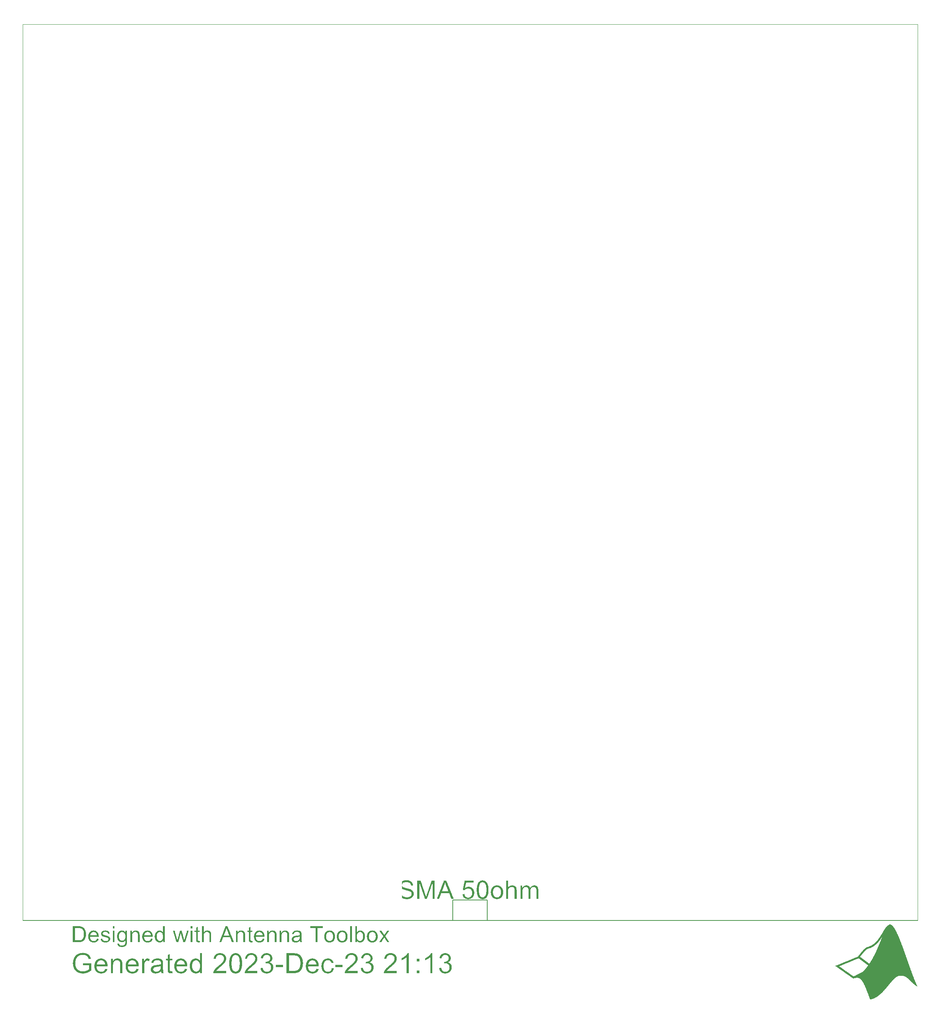
<source format=gto>
G04 Filename: patchArray2x2.gto*
G04 FileFunction: Legend,Top*
G04 Part: Single*
G04 ProjectId: patchArray2x2,3612FF9035D002ABA784B3A25AC1EC76,1*
G04 GenerationSoftware: MathWorks,MATLAB,23.2.0.2320655 (R2023b) Prerelease Update 3*
G04 CreationDate: 2023-12-23T21:13:03-0500*
%FSLAX16Y16*%
%MOIN*%
%ADD12C,0.008*%  G04 For silkscreen component boundaries - signal side*
%ADD14C,0.001*%  G04 For board profile*
%ADD15C,0.004*%  G04 Design info boundary*
D12*
%LPD*%
G01*
X-0151638Y-3933008D02*
Y-3757811D01*
X0151638D01*
Y-3933008D01*
G04 Label the edge connector*
G36*
X-0600175Y-3596705D02*
X-0598644Y-3595174D01*
X-0597113D01*
X-0595582Y-3593643D01*
X-0594051D01*
X-0592520Y-3592112D01*
X-0590989D01*
X-0589458Y-3590581D01*
X-0587927D01*
X-0586395D01*
X-0584864Y-3589050D01*
X-0583333D01*
X-0581802D01*
X-0580271Y-3587519D01*
X-0578740D01*
X-0577209D01*
X-0575678D01*
X-0574147D01*
X-0572616Y-3585988D01*
X-0571085D01*
X-0569554D01*
X-0568023D01*
X-0566492D01*
X-0564961D01*
X-0563430D01*
X-0561899D01*
X-0560367D01*
X-0558836D01*
X-0557305D01*
X-0555774D01*
X-0554243D01*
X-0552712D01*
X-0551181D01*
X-0549650D01*
X-0548119Y-3587519D01*
X-0546588D01*
X-0545057D01*
X-0543526D01*
X-0541995D01*
X-0540464D01*
X-0538933Y-3589050D01*
X-0537402D01*
X-0535871D01*
X-0534339Y-3590581D01*
X-0532808D01*
X-0531277D01*
X-0529746Y-3592112D01*
X-0528215D01*
X-0526684Y-3593643D01*
X-0525153D01*
X-0523622Y-3595174D01*
X-0522091D01*
X-0520560Y-3596705D01*
X-0519029Y-3598236D01*
X-0517498D01*
X-0515967Y-3599767D01*
X-0514436Y-3601298D01*
X-0512905Y-3602829D01*
X-0511374Y-3604360D01*
Y-3605892D01*
X-0509843Y-3607423D01*
X-0508311Y-3608954D01*
Y-3610485D01*
X-0506780Y-3612016D01*
Y-3613547D01*
X-0505249Y-3615078D01*
Y-3616609D01*
X-0503718Y-3618140D01*
Y-3619671D01*
Y-3621202D01*
X-0502187Y-3622733D01*
Y-3624264D01*
Y-3625795D01*
Y-3627326D01*
Y-3628857D01*
Y-3630388D01*
X-0500656Y-3631920D01*
X-0502187D01*
X-0503718D01*
X-0505249D01*
X-0506780D01*
X-0508311D01*
X-0509843D01*
X-0511374D01*
X-0512905D01*
X-0514436D01*
X-0515967Y-3633451D01*
X-0517498D01*
X-0519029D01*
Y-3631920D01*
Y-3630388D01*
X-0520560Y-3628857D01*
Y-3627326D01*
Y-3625795D01*
Y-3624264D01*
X-0522091Y-3622733D01*
Y-3621202D01*
X-0523622Y-3619671D01*
Y-3618140D01*
X-0525153Y-3616609D01*
X-0526684Y-3615078D01*
Y-3613547D01*
X-0528215Y-3612016D01*
X-0529746Y-3610485D01*
X-0531277Y-3608954D01*
X-0532808D01*
X-0534339Y-3607423D01*
X-0535871D01*
X-0537402Y-3605892D01*
X-0538933D01*
X-0540464Y-3604360D01*
X-0541995D01*
X-0543526D01*
X-0545057Y-3602829D01*
X-0546588D01*
X-0548119D01*
X-0549650D01*
X-0551181D01*
X-0552712D01*
X-0554243D01*
X-0555774Y-3601298D01*
X-0557305D01*
X-0558836D01*
X-0560367D01*
X-0561899D01*
X-0563430D01*
X-0564961D01*
X-0566492Y-3602829D01*
X-0568023D01*
X-0569554D01*
X-0571085D01*
X-0572616D01*
X-0574147D01*
X-0575678D01*
X-0577209Y-3604360D01*
X-0578740D01*
X-0580271D01*
X-0581802D01*
X-0583333Y-3605892D01*
X-0584864D01*
X-0586395Y-3607423D01*
X-0587927D01*
X-0589458Y-3608954D01*
X-0590989Y-3610485D01*
X-0592520Y-3612016D01*
X-0594051Y-3613547D01*
X-0595582Y-3615078D01*
Y-3616609D01*
X-0597113Y-3618140D01*
Y-3619671D01*
X-0598644Y-3621202D01*
Y-3622733D01*
Y-3624264D01*
Y-3625795D01*
Y-3627326D01*
Y-3628857D01*
Y-3630388D01*
Y-3631920D01*
Y-3633451D01*
Y-3634982D01*
X-0597113Y-3636513D01*
Y-3638044D01*
X-0595582Y-3639575D01*
X-0594051Y-3641106D01*
X-0592520Y-3642637D01*
X-0590989Y-3644168D01*
X-0589458Y-3645699D01*
X-0587927D01*
X-0586395Y-3647230D01*
X-0584864D01*
X-0583333Y-3648761D01*
X-0581802D01*
X-0580271Y-3650292D01*
X-0578740D01*
X-0577209D01*
X-0575678D01*
X-0574147Y-3651823D01*
X-0572616D01*
X-0571085D01*
X-0569554Y-3653354D01*
X-0568023D01*
X-0566492D01*
X-0564961D01*
X-0563430Y-3654885D01*
X-0561899D01*
X-0560367D01*
X-0558836D01*
X-0557305Y-3656416D01*
X-0555774D01*
X-0554243D01*
X-0552712D01*
X-0551181Y-3657948D01*
X-0549650D01*
X-0548119D01*
X-0546588D01*
X-0545057Y-3659479D01*
X-0543526D01*
X-0541995D01*
X-0540464D01*
X-0538933Y-3661010D01*
X-0537402D01*
X-0535871D01*
X-0534339D01*
X-0532808Y-3662541D01*
X-0531277D01*
X-0529746D01*
X-0528215Y-3664072D01*
X-0526684D01*
X-0525153Y-3665603D01*
X-0523622D01*
X-0522091D01*
X-0520560Y-3667134D01*
X-0519029D01*
X-0517498Y-3668665D01*
X-0515967Y-3670196D01*
X-0514436D01*
X-0512905Y-3671727D01*
X-0511374Y-3673258D01*
X-0509843Y-3674789D01*
X-0508311D01*
X-0506780Y-3676320D01*
X-0505249Y-3677851D01*
Y-3679382D01*
X-0503718Y-3680913D01*
X-0502187Y-3682444D01*
Y-3683976D01*
X-0500656Y-3685507D01*
Y-3687038D01*
X-0499125Y-3688569D01*
Y-3690100D01*
X-0497594Y-3691631D01*
Y-3693162D01*
Y-3694693D01*
Y-3696224D01*
Y-3697755D01*
X-0496063Y-3699286D01*
Y-3700817D01*
Y-3702348D01*
Y-3703879D01*
Y-3705410D01*
Y-3706941D01*
Y-3708472D01*
X-0497594Y-3710003D01*
Y-3711535D01*
Y-3713066D01*
Y-3714597D01*
Y-3716128D01*
X-0499125Y-3717659D01*
Y-3719190D01*
X-0500656Y-3720721D01*
Y-3722252D01*
X-0502187Y-3723783D01*
Y-3725314D01*
X-0503718Y-3726845D01*
Y-3728376D01*
X-0505249Y-3729907D01*
X-0506780Y-3731438D01*
X-0508311Y-3732969D01*
X-0509843Y-3734500D01*
X-0511374Y-3736031D01*
X-0512905Y-3737563D01*
X-0514436Y-3739094D01*
X-0515967Y-3740625D01*
X-0517498D01*
X-0519029Y-3742156D01*
X-0520560D01*
X-0522091Y-3743687D01*
X-0523622Y-3745218D01*
X-0525153D01*
X-0526684D01*
X-0528215Y-3746749D01*
X-0529746D01*
X-0531277Y-3748280D01*
X-0532808D01*
X-0534339D01*
X-0535871D01*
X-0537402Y-3749811D01*
X-0538933D01*
X-0540464D01*
X-0541995D01*
X-0543526D01*
X-0545057Y-3751342D01*
X-0546588D01*
X-0548119D01*
X-0549650D01*
X-0551181D01*
X-0552712D01*
X-0554243D01*
X-0555774D01*
X-0557305D01*
X-0558836D01*
X-0560367D01*
X-0561899D01*
X-0563430D01*
X-0564961D01*
X-0566492D01*
X-0568023Y-3749811D01*
X-0569554D01*
X-0571085D01*
X-0572616D01*
X-0574147D01*
X-0575678D01*
X-0577209D01*
X-0578740Y-3748280D01*
X-0580271D01*
X-0581802D01*
X-0583333D01*
X-0584864Y-3746749D01*
X-0586395D01*
X-0587927D01*
X-0589458Y-3745218D01*
X-0590989D01*
X-0592520Y-3743687D01*
X-0594051D01*
X-0595582Y-3742156D01*
X-0597113D01*
X-0598644Y-3740625D01*
X-0600175D01*
Y-3739094D01*
Y-3737563D01*
Y-3736031D01*
Y-3734500D01*
Y-3732969D01*
Y-3731438D01*
Y-3729907D01*
Y-3728376D01*
Y-3726845D01*
Y-3725314D01*
Y-3723783D01*
Y-3722252D01*
Y-3720721D01*
Y-3719190D01*
Y-3717659D01*
Y-3716128D01*
Y-3714597D01*
X-0598644Y-3716128D01*
Y-3717659D01*
X-0597113Y-3719190D01*
X-0595582Y-3720721D01*
X-0594051Y-3722252D01*
X-0592520Y-3723783D01*
X-0590989Y-3725314D01*
X-0589458D01*
X-0587927Y-3726845D01*
X-0586395Y-3728376D01*
X-0584864D01*
X-0583333Y-3729907D01*
X-0581802D01*
X-0580271D01*
X-0578740Y-3731438D01*
X-0577209D01*
X-0575678D01*
X-0574147Y-3732969D01*
X-0572616D01*
X-0571085D01*
X-0569554D01*
X-0568023Y-3734500D01*
X-0566492D01*
X-0564961D01*
X-0563430D01*
X-0561899D01*
X-0560367D01*
X-0558836D01*
X-0557305D01*
X-0555774D01*
X-0554243D01*
X-0552712D01*
X-0551181D01*
X-0549650D01*
X-0548119D01*
X-0546588D01*
X-0545057D01*
X-0543526D01*
X-0541995Y-3732969D01*
X-0540464D01*
X-0538933D01*
X-0537402D01*
X-0535871Y-3731438D01*
X-0534339D01*
X-0532808D01*
X-0531277Y-3729907D01*
X-0529746D01*
X-0528215Y-3728376D01*
X-0526684Y-3726845D01*
X-0525153D01*
X-0523622Y-3725314D01*
X-0522091Y-3723783D01*
X-0520560Y-3722252D01*
X-0519029Y-3720721D01*
X-0517498Y-3719190D01*
Y-3717659D01*
X-0515967Y-3716128D01*
Y-3714597D01*
Y-3713066D01*
X-0514436Y-3711535D01*
Y-3710003D01*
Y-3708472D01*
Y-3706941D01*
Y-3705410D01*
Y-3703879D01*
Y-3702348D01*
Y-3700817D01*
Y-3699286D01*
X-0515967Y-3697755D01*
Y-3696224D01*
X-0517498Y-3694693D01*
Y-3693162D01*
X-0519029Y-3691631D01*
X-0520560Y-3690100D01*
X-0522091Y-3688569D01*
X-0523622Y-3687038D01*
X-0525153Y-3685507D01*
X-0526684D01*
X-0528215Y-3683976D01*
X-0529746D01*
X-0531277Y-3682444D01*
X-0532808D01*
X-0534339Y-3680913D01*
X-0535871D01*
X-0537402D01*
X-0538933Y-3679382D01*
X-0540464D01*
X-0541995D01*
X-0543526Y-3677851D01*
X-0545057D01*
X-0546588D01*
X-0548119D01*
X-0549650Y-3676320D01*
X-0551181D01*
X-0552712D01*
X-0554243D01*
X-0555774Y-3674789D01*
X-0557305D01*
X-0558836D01*
X-0560367D01*
X-0561899Y-3673258D01*
X-0563430D01*
X-0564961D01*
X-0566492D01*
X-0568023Y-3671727D01*
X-0569554D01*
X-0571085D01*
X-0572616D01*
X-0574147Y-3670196D01*
X-0575678D01*
X-0577209D01*
X-0578740Y-3668665D01*
X-0580271D01*
X-0581802D01*
X-0583333Y-3667134D01*
X-0584864D01*
X-0586395D01*
X-0587927Y-3665603D01*
X-0589458D01*
X-0590989D01*
X-0592520Y-3664072D01*
X-0594051D01*
X-0595582Y-3662541D01*
X-0597113D01*
X-0598644Y-3661010D01*
X-0600175Y-3659479D01*
Y-3657948D01*
Y-3656416D01*
Y-3654885D01*
Y-3653354D01*
Y-3651823D01*
Y-3650292D01*
Y-3648761D01*
Y-3647230D01*
Y-3645699D01*
Y-3644168D01*
Y-3642637D01*
Y-3641106D01*
Y-3639575D01*
Y-3638044D01*
Y-3636513D01*
Y-3634982D01*
Y-3633451D01*
Y-3631920D01*
Y-3630388D01*
Y-3628857D01*
Y-3627326D01*
Y-3625795D01*
Y-3624264D01*
Y-3622733D01*
Y-3621202D01*
Y-3619671D01*
Y-3618140D01*
Y-3616609D01*
Y-3615078D01*
Y-3613547D01*
Y-3612016D01*
Y-3610485D01*
Y-3608954D01*
Y-3607423D01*
Y-3605892D01*
Y-3604360D01*
Y-3602829D01*
Y-3601298D01*
Y-3599767D01*
Y-3598236D01*
Y-3596705D01*
G37*
G36*
X-0465442Y-3589050D02*
X-0463911D01*
X-0462380D01*
X-0460849D01*
X-0459318D01*
X-0457787D01*
X-0456255D01*
X-0454724D01*
X-0453193D01*
X-0451662D01*
X-0450131D01*
X-0448600D01*
X-0447069D01*
X-0445538D01*
X-0444007D01*
X-0442476D01*
X-0440945D01*
X-0439414D01*
X-0437883D01*
X-0436352D01*
X-0434821D01*
Y-3590581D01*
X-0433290Y-3592112D01*
Y-3593643D01*
Y-3595174D01*
X-0431759Y-3596705D01*
Y-3598236D01*
Y-3599767D01*
X-0430227Y-3601298D01*
Y-3602829D01*
Y-3604360D01*
X-0428696Y-3605892D01*
Y-3607423D01*
Y-3608954D01*
X-0427165Y-3610485D01*
Y-3612016D01*
Y-3613547D01*
X-0425634Y-3615078D01*
Y-3616609D01*
Y-3618140D01*
X-0424103Y-3619671D01*
Y-3621202D01*
Y-3622733D01*
X-0422572Y-3624264D01*
Y-3625795D01*
Y-3627326D01*
X-0421041Y-3628857D01*
Y-3630388D01*
Y-3631920D01*
X-0419510Y-3633451D01*
Y-3634982D01*
Y-3636513D01*
X-0417979Y-3638044D01*
Y-3639575D01*
Y-3641106D01*
X-0416448Y-3642637D01*
Y-3644168D01*
Y-3645699D01*
X-0414917Y-3647230D01*
Y-3648761D01*
Y-3650292D01*
X-0413386Y-3651823D01*
Y-3653354D01*
Y-3654885D01*
X-0411855Y-3656416D01*
Y-3657948D01*
Y-3659479D01*
X-0410324Y-3661010D01*
Y-3662541D01*
Y-3664072D01*
X-0408793Y-3665603D01*
Y-3667134D01*
Y-3668665D01*
X-0407262Y-3670196D01*
Y-3671727D01*
Y-3673258D01*
X-0405731Y-3674789D01*
Y-3676320D01*
Y-3677851D01*
X-0404199Y-3679382D01*
Y-3680913D01*
Y-3682444D01*
X-0402668Y-3683976D01*
Y-3685507D01*
Y-3687038D01*
X-0401137Y-3688569D01*
Y-3690100D01*
Y-3691631D01*
X-0399606Y-3693162D01*
Y-3694693D01*
Y-3696224D01*
X-0398075Y-3697755D01*
Y-3699286D01*
Y-3700817D01*
X-0396544Y-3702348D01*
Y-3703879D01*
Y-3705410D01*
X-0395013Y-3706941D01*
Y-3708472D01*
Y-3710003D01*
X-0393482Y-3711535D01*
Y-3713066D01*
Y-3714597D01*
X-0391951Y-3716128D01*
Y-3717659D01*
Y-3719190D01*
X-0390420Y-3720721D01*
Y-3722252D01*
Y-3723783D01*
X-0388889Y-3725314D01*
Y-3726845D01*
X-0387358Y-3728376D01*
X-0385827Y-3726845D01*
Y-3725314D01*
X-0384296Y-3723783D01*
Y-3722252D01*
Y-3720721D01*
Y-3719190D01*
X-0382765Y-3717659D01*
Y-3716128D01*
Y-3714597D01*
X-0381234Y-3713066D01*
Y-3711535D01*
Y-3710003D01*
X-0379703Y-3708472D01*
Y-3706941D01*
X-0378171Y-3705410D01*
Y-3703879D01*
Y-3702348D01*
X-0376640Y-3700817D01*
Y-3699286D01*
Y-3697755D01*
X-0375109Y-3696224D01*
Y-3694693D01*
Y-3693162D01*
X-0373578Y-3691631D01*
Y-3690100D01*
Y-3688569D01*
X-0372047Y-3687038D01*
Y-3685507D01*
Y-3683976D01*
X-0370516Y-3682444D01*
Y-3680913D01*
Y-3679382D01*
X-0368985Y-3677851D01*
Y-3676320D01*
Y-3674789D01*
X-0367454Y-3673258D01*
Y-3671727D01*
Y-3670196D01*
X-0365923Y-3668665D01*
Y-3667134D01*
Y-3665603D01*
X-0364392Y-3664072D01*
Y-3662541D01*
Y-3661010D01*
X-0362861Y-3659479D01*
Y-3657948D01*
X-0361330Y-3656416D01*
Y-3654885D01*
Y-3653354D01*
X-0359799Y-3651823D01*
Y-3650292D01*
Y-3648761D01*
X-0358268Y-3647230D01*
Y-3645699D01*
Y-3644168D01*
X-0356737Y-3642637D01*
Y-3641106D01*
Y-3639575D01*
X-0355206Y-3638044D01*
Y-3636513D01*
Y-3634982D01*
X-0353675Y-3633451D01*
Y-3631920D01*
Y-3630388D01*
X-0352143Y-3628857D01*
Y-3627326D01*
Y-3625795D01*
X-0350612Y-3624264D01*
Y-3622733D01*
Y-3621202D01*
X-0349081Y-3619671D01*
Y-3618140D01*
Y-3616609D01*
X-0347550Y-3615078D01*
Y-3613547D01*
Y-3612016D01*
X-0346019Y-3610485D01*
Y-3608954D01*
X-0344488Y-3607423D01*
Y-3605892D01*
Y-3604360D01*
X-0342957Y-3602829D01*
Y-3601298D01*
Y-3599767D01*
X-0341426Y-3598236D01*
Y-3596705D01*
Y-3595174D01*
X-0339895Y-3593643D01*
Y-3592112D01*
Y-3590581D01*
X-0338364Y-3589050D01*
X-0336833D01*
X-0335302D01*
X-0333771D01*
X-0332240D01*
X-0330709D01*
X-0329178D01*
X-0327647D01*
X-0326115D01*
X-0324584D01*
X-0323053D01*
X-0321522D01*
X-0319991D01*
X-0318460D01*
X-0316929D01*
X-0315398D01*
X-0313867D01*
X-0312336D01*
Y-3590581D01*
Y-3592112D01*
Y-3593643D01*
Y-3595174D01*
Y-3596705D01*
Y-3598236D01*
Y-3599767D01*
Y-3601298D01*
Y-3602829D01*
Y-3604360D01*
Y-3605892D01*
Y-3607423D01*
Y-3608954D01*
Y-3610485D01*
Y-3612016D01*
Y-3613547D01*
Y-3615078D01*
Y-3616609D01*
Y-3618140D01*
Y-3619671D01*
Y-3621202D01*
Y-3622733D01*
Y-3624264D01*
Y-3625795D01*
Y-3627326D01*
Y-3628857D01*
Y-3630388D01*
Y-3631920D01*
Y-3633451D01*
Y-3634982D01*
Y-3636513D01*
Y-3638044D01*
Y-3639575D01*
Y-3641106D01*
Y-3642637D01*
Y-3644168D01*
Y-3645699D01*
Y-3647230D01*
Y-3648761D01*
Y-3650292D01*
Y-3651823D01*
Y-3653354D01*
Y-3654885D01*
Y-3656416D01*
Y-3657948D01*
Y-3659479D01*
Y-3661010D01*
Y-3662541D01*
Y-3664072D01*
Y-3665603D01*
Y-3667134D01*
Y-3668665D01*
Y-3670196D01*
Y-3671727D01*
Y-3673258D01*
Y-3674789D01*
Y-3676320D01*
Y-3677851D01*
Y-3679382D01*
Y-3680913D01*
Y-3682444D01*
Y-3683976D01*
Y-3685507D01*
Y-3687038D01*
Y-3688569D01*
Y-3690100D01*
Y-3691631D01*
Y-3693162D01*
Y-3694693D01*
Y-3696224D01*
Y-3697755D01*
Y-3699286D01*
Y-3700817D01*
Y-3702348D01*
Y-3703879D01*
Y-3705410D01*
Y-3706941D01*
Y-3708472D01*
Y-3710003D01*
Y-3711535D01*
Y-3713066D01*
Y-3714597D01*
Y-3716128D01*
Y-3717659D01*
Y-3719190D01*
Y-3720721D01*
Y-3722252D01*
Y-3723783D01*
Y-3725314D01*
Y-3726845D01*
Y-3728376D01*
Y-3729907D01*
Y-3731438D01*
Y-3732969D01*
Y-3734500D01*
Y-3736031D01*
Y-3737563D01*
Y-3739094D01*
Y-3740625D01*
Y-3742156D01*
Y-3743687D01*
Y-3745218D01*
Y-3746749D01*
Y-3748280D01*
X-0313867D01*
X-0315398D01*
X-0316929D01*
X-0318460D01*
X-0319991D01*
X-0321522D01*
X-0323053D01*
X-0324584D01*
X-0326115D01*
X-0327647D01*
X-0329178D01*
X-0330709D01*
Y-3746749D01*
Y-3745218D01*
Y-3743687D01*
Y-3742156D01*
Y-3740625D01*
Y-3739094D01*
Y-3737563D01*
Y-3736031D01*
Y-3734500D01*
Y-3732969D01*
Y-3731438D01*
Y-3729907D01*
Y-3728376D01*
Y-3726845D01*
Y-3725314D01*
Y-3723783D01*
Y-3722252D01*
Y-3720721D01*
Y-3719190D01*
Y-3717659D01*
Y-3716128D01*
Y-3714597D01*
Y-3713066D01*
Y-3711535D01*
Y-3710003D01*
Y-3708472D01*
Y-3706941D01*
Y-3705410D01*
Y-3703879D01*
Y-3702348D01*
Y-3700817D01*
Y-3699286D01*
Y-3697755D01*
Y-3696224D01*
Y-3694693D01*
Y-3693162D01*
Y-3691631D01*
Y-3690100D01*
Y-3688569D01*
Y-3687038D01*
Y-3685507D01*
Y-3683976D01*
Y-3682444D01*
Y-3680913D01*
Y-3679382D01*
Y-3677851D01*
Y-3676320D01*
Y-3674789D01*
Y-3673258D01*
Y-3671727D01*
Y-3670196D01*
Y-3668665D01*
Y-3667134D01*
Y-3665603D01*
Y-3664072D01*
Y-3662541D01*
Y-3661010D01*
Y-3659479D01*
Y-3657948D01*
Y-3656416D01*
Y-3654885D01*
Y-3653354D01*
Y-3651823D01*
Y-3650292D01*
Y-3648761D01*
Y-3647230D01*
Y-3645699D01*
Y-3644168D01*
Y-3642637D01*
Y-3641106D01*
Y-3639575D01*
Y-3638044D01*
Y-3636513D01*
Y-3634982D01*
Y-3633451D01*
Y-3631920D01*
Y-3630388D01*
Y-3628857D01*
Y-3627326D01*
Y-3625795D01*
Y-3624264D01*
Y-3622733D01*
Y-3621202D01*
Y-3619671D01*
Y-3618140D01*
Y-3616609D01*
Y-3615078D01*
Y-3613547D01*
X-0332240Y-3612016D01*
X-0333771Y-3613547D01*
Y-3615078D01*
Y-3616609D01*
X-0335302Y-3618140D01*
Y-3619671D01*
Y-3621202D01*
X-0336833Y-3622733D01*
Y-3624264D01*
Y-3625795D01*
X-0338364Y-3627326D01*
Y-3628857D01*
X-0339895Y-3630388D01*
Y-3631920D01*
Y-3633451D01*
X-0341426Y-3634982D01*
Y-3636513D01*
Y-3638044D01*
X-0342957Y-3639575D01*
Y-3641106D01*
Y-3642637D01*
X-0344488Y-3644168D01*
Y-3645699D01*
Y-3647230D01*
X-0346019Y-3648761D01*
Y-3650292D01*
Y-3651823D01*
X-0347550Y-3653354D01*
Y-3654885D01*
Y-3656416D01*
X-0349081Y-3657948D01*
Y-3659479D01*
Y-3661010D01*
X-0350612Y-3662541D01*
Y-3664072D01*
X-0352143Y-3665603D01*
Y-3667134D01*
Y-3668665D01*
X-0353675Y-3670196D01*
Y-3671727D01*
Y-3673258D01*
X-0355206Y-3674789D01*
Y-3676320D01*
Y-3677851D01*
X-0356737Y-3679382D01*
Y-3680913D01*
Y-3682444D01*
X-0358268Y-3683976D01*
Y-3685507D01*
Y-3687038D01*
X-0359799Y-3688569D01*
Y-3690100D01*
Y-3691631D01*
X-0361330Y-3693162D01*
Y-3694693D01*
Y-3696224D01*
X-0362861Y-3697755D01*
Y-3699286D01*
Y-3700817D01*
X-0364392Y-3702348D01*
Y-3703879D01*
X-0365923Y-3705410D01*
Y-3706941D01*
Y-3708472D01*
X-0367454Y-3710003D01*
Y-3711535D01*
Y-3713066D01*
X-0368985Y-3714597D01*
Y-3716128D01*
Y-3717659D01*
X-0370516Y-3719190D01*
Y-3720721D01*
Y-3722252D01*
X-0372047Y-3723783D01*
Y-3725314D01*
Y-3726845D01*
X-0373578Y-3728376D01*
Y-3729907D01*
Y-3731438D01*
X-0375109Y-3732969D01*
Y-3734500D01*
Y-3736031D01*
X-0376640Y-3737563D01*
Y-3739094D01*
X-0378171Y-3740625D01*
Y-3742156D01*
Y-3743687D01*
X-0379703Y-3745218D01*
Y-3746749D01*
Y-3748280D01*
X-0381234D01*
X-0382765D01*
X-0384296D01*
X-0385827D01*
X-0387358D01*
X-0388889D01*
X-0390420D01*
X-0391951D01*
X-0393482D01*
X-0395013D01*
X-0396544D01*
X-0398075D01*
Y-3746749D01*
Y-3745218D01*
X-0399606Y-3743687D01*
Y-3742156D01*
Y-3740625D01*
X-0401137Y-3739094D01*
Y-3737563D01*
Y-3736031D01*
X-0402668Y-3734500D01*
Y-3732969D01*
Y-3731438D01*
X-0404199Y-3729907D01*
Y-3728376D01*
Y-3726845D01*
X-0405731Y-3725314D01*
Y-3723783D01*
Y-3722252D01*
X-0407262Y-3720721D01*
Y-3719190D01*
Y-3717659D01*
X-0408793Y-3716128D01*
Y-3714597D01*
Y-3713066D01*
X-0410324Y-3711535D01*
Y-3710003D01*
Y-3708472D01*
X-0411855Y-3706941D01*
Y-3705410D01*
Y-3703879D01*
X-0413386Y-3702348D01*
Y-3700817D01*
Y-3699286D01*
X-0414917Y-3697755D01*
Y-3696224D01*
Y-3694693D01*
X-0416448Y-3693162D01*
Y-3691631D01*
Y-3690100D01*
X-0417979Y-3688569D01*
Y-3687038D01*
Y-3685507D01*
X-0419510Y-3683976D01*
Y-3682444D01*
Y-3680913D01*
X-0421041Y-3679382D01*
Y-3677851D01*
Y-3676320D01*
X-0422572Y-3674789D01*
Y-3673258D01*
Y-3671727D01*
X-0424103Y-3670196D01*
Y-3668665D01*
X-0425634Y-3667134D01*
Y-3665603D01*
Y-3664072D01*
X-0427165Y-3662541D01*
Y-3661010D01*
Y-3659479D01*
X-0428696Y-3657948D01*
Y-3656416D01*
Y-3654885D01*
X-0430227Y-3653354D01*
Y-3651823D01*
Y-3650292D01*
X-0431759Y-3648761D01*
Y-3647230D01*
Y-3645699D01*
X-0433290Y-3644168D01*
Y-3642637D01*
Y-3641106D01*
X-0434821Y-3639575D01*
Y-3638044D01*
Y-3636513D01*
X-0436352Y-3634982D01*
Y-3633451D01*
Y-3631920D01*
X-0437883Y-3630388D01*
Y-3628857D01*
Y-3627326D01*
X-0439414Y-3625795D01*
Y-3624264D01*
Y-3622733D01*
X-0440945Y-3621202D01*
Y-3619671D01*
Y-3618140D01*
X-0442476Y-3616609D01*
Y-3615078D01*
Y-3613547D01*
X-0444007Y-3612016D01*
X-0445538Y-3610485D01*
X-0447069Y-3612016D01*
Y-3613547D01*
Y-3615078D01*
Y-3616609D01*
Y-3618140D01*
Y-3619671D01*
Y-3621202D01*
Y-3622733D01*
Y-3624264D01*
Y-3625795D01*
Y-3627326D01*
Y-3628857D01*
Y-3630388D01*
Y-3631920D01*
Y-3633451D01*
Y-3634982D01*
Y-3636513D01*
Y-3638044D01*
Y-3639575D01*
Y-3641106D01*
Y-3642637D01*
Y-3644168D01*
Y-3645699D01*
Y-3647230D01*
Y-3648761D01*
Y-3650292D01*
Y-3651823D01*
Y-3653354D01*
Y-3654885D01*
Y-3656416D01*
Y-3657948D01*
Y-3659479D01*
Y-3661010D01*
Y-3662541D01*
Y-3664072D01*
Y-3665603D01*
Y-3667134D01*
Y-3668665D01*
Y-3670196D01*
Y-3671727D01*
Y-3673258D01*
Y-3674789D01*
Y-3676320D01*
Y-3677851D01*
Y-3679382D01*
Y-3680913D01*
Y-3682444D01*
Y-3683976D01*
Y-3685507D01*
Y-3687038D01*
Y-3688569D01*
Y-3690100D01*
Y-3691631D01*
Y-3693162D01*
Y-3694693D01*
Y-3696224D01*
Y-3697755D01*
Y-3699286D01*
Y-3700817D01*
Y-3702348D01*
Y-3703879D01*
Y-3705410D01*
Y-3706941D01*
Y-3708472D01*
Y-3710003D01*
Y-3711535D01*
Y-3713066D01*
Y-3714597D01*
Y-3716128D01*
Y-3717659D01*
Y-3719190D01*
Y-3720721D01*
Y-3722252D01*
Y-3723783D01*
Y-3725314D01*
Y-3726845D01*
Y-3728376D01*
Y-3729907D01*
Y-3731438D01*
Y-3732969D01*
Y-3734500D01*
Y-3736031D01*
Y-3737563D01*
Y-3739094D01*
Y-3740625D01*
Y-3742156D01*
Y-3743687D01*
Y-3745218D01*
Y-3746749D01*
Y-3748280D01*
X-0448600D01*
X-0450131D01*
X-0451662D01*
X-0453193D01*
X-0454724D01*
X-0456255D01*
X-0457787D01*
X-0459318D01*
X-0460849D01*
X-0462380D01*
X-0463911D01*
X-0465442D01*
Y-3746749D01*
Y-3745218D01*
Y-3743687D01*
Y-3742156D01*
Y-3740625D01*
Y-3739094D01*
Y-3737563D01*
Y-3736031D01*
Y-3734500D01*
Y-3732969D01*
Y-3731438D01*
Y-3729907D01*
Y-3728376D01*
Y-3726845D01*
Y-3725314D01*
Y-3723783D01*
Y-3722252D01*
Y-3720721D01*
Y-3719190D01*
Y-3717659D01*
Y-3716128D01*
Y-3714597D01*
Y-3713066D01*
Y-3711535D01*
Y-3710003D01*
Y-3708472D01*
Y-3706941D01*
Y-3705410D01*
Y-3703879D01*
Y-3702348D01*
Y-3700817D01*
Y-3699286D01*
Y-3697755D01*
Y-3696224D01*
Y-3694693D01*
Y-3693162D01*
Y-3691631D01*
Y-3690100D01*
Y-3688569D01*
Y-3687038D01*
Y-3685507D01*
Y-3683976D01*
Y-3682444D01*
Y-3680913D01*
Y-3679382D01*
Y-3677851D01*
Y-3676320D01*
Y-3674789D01*
Y-3673258D01*
Y-3671727D01*
Y-3670196D01*
Y-3668665D01*
Y-3667134D01*
Y-3665603D01*
Y-3664072D01*
Y-3662541D01*
Y-3661010D01*
Y-3659479D01*
Y-3657948D01*
Y-3656416D01*
Y-3654885D01*
Y-3653354D01*
Y-3651823D01*
Y-3650292D01*
Y-3648761D01*
Y-3647230D01*
Y-3645699D01*
Y-3644168D01*
Y-3642637D01*
Y-3641106D01*
Y-3639575D01*
Y-3638044D01*
Y-3636513D01*
Y-3634982D01*
Y-3633451D01*
Y-3631920D01*
Y-3630388D01*
Y-3628857D01*
Y-3627326D01*
Y-3625795D01*
Y-3624264D01*
Y-3622733D01*
Y-3621202D01*
Y-3619671D01*
Y-3618140D01*
Y-3616609D01*
Y-3615078D01*
Y-3613547D01*
Y-3612016D01*
Y-3610485D01*
Y-3608954D01*
Y-3607423D01*
Y-3605892D01*
Y-3604360D01*
Y-3602829D01*
Y-3601298D01*
Y-3599767D01*
Y-3598236D01*
Y-3596705D01*
Y-3595174D01*
Y-3593643D01*
Y-3592112D01*
Y-3590581D01*
Y-3589050D01*
G37*
G36*
X-0292432Y-3748280D02*
X-0290901Y-3746749D01*
Y-3745218D01*
X-0289370Y-3743687D01*
Y-3742156D01*
Y-3740625D01*
X-0287839Y-3739094D01*
Y-3737563D01*
Y-3736031D01*
X-0286308Y-3734500D01*
Y-3732969D01*
X-0284777Y-3731438D01*
Y-3729907D01*
Y-3728376D01*
X-0283246Y-3726845D01*
Y-3725314D01*
X-0281715Y-3723783D01*
Y-3722252D01*
Y-3720721D01*
X-0280184Y-3719190D01*
Y-3717659D01*
Y-3716128D01*
X-0278653Y-3714597D01*
Y-3713066D01*
X-0277122Y-3711535D01*
Y-3710003D01*
Y-3708472D01*
X-0275591Y-3706941D01*
Y-3705410D01*
X-0274059Y-3703879D01*
Y-3702348D01*
Y-3700817D01*
X-0272528Y-3699286D01*
Y-3697755D01*
Y-3696224D01*
X-0270997Y-3694693D01*
Y-3693162D01*
X-0269466Y-3691631D01*
Y-3690100D01*
Y-3688569D01*
X-0267935Y-3687038D01*
Y-3685507D01*
X-0266404Y-3683976D01*
Y-3682444D01*
Y-3680913D01*
X-0264873Y-3679382D01*
Y-3677851D01*
Y-3676320D01*
X-0263342Y-3674789D01*
Y-3673258D01*
X-0261811Y-3671727D01*
Y-3670196D01*
Y-3668665D01*
X-0260280Y-3667134D01*
Y-3665603D01*
X-0258749Y-3664072D01*
Y-3662541D01*
Y-3661010D01*
X-0257218Y-3659479D01*
Y-3657948D01*
Y-3656416D01*
X-0255687Y-3654885D01*
Y-3653354D01*
X-0254156Y-3651823D01*
Y-3650292D01*
Y-3648761D01*
X-0252625Y-3647230D01*
Y-3645699D01*
X-0251094Y-3644168D01*
Y-3642637D01*
Y-3641106D01*
X-0249563Y-3639575D01*
Y-3638044D01*
Y-3636513D01*
X-0248031Y-3634982D01*
Y-3633451D01*
X-0246500Y-3631920D01*
Y-3630388D01*
Y-3628857D01*
X-0244969Y-3627326D01*
Y-3625795D01*
X-0243438Y-3624264D01*
Y-3622733D01*
Y-3621202D01*
X-0241907Y-3619671D01*
Y-3618140D01*
Y-3616609D01*
X-0240376Y-3615078D01*
Y-3613547D01*
X-0238845Y-3612016D01*
Y-3610485D01*
Y-3608954D01*
X-0237314Y-3607423D01*
Y-3605892D01*
X-0235783Y-3604360D01*
Y-3602829D01*
Y-3601298D01*
X-0234252Y-3599767D01*
Y-3598236D01*
Y-3596705D01*
X-0232721Y-3595174D01*
Y-3593643D01*
X-0231190Y-3592112D01*
Y-3590581D01*
Y-3589050D01*
X-0229659D01*
X-0228128D01*
X-0226597D01*
X-0225066D01*
X-0223535D01*
X-0222003D01*
X-0220472D01*
X-0218941D01*
X-0217410D01*
X-0215879D01*
X-0214348D01*
X-0212817D01*
X-0211286D01*
X-0209755D01*
X-0208224Y-3590581D01*
Y-3592112D01*
Y-3593643D01*
X-0206693Y-3595174D01*
Y-3596705D01*
X-0205162Y-3598236D01*
Y-3599767D01*
X-0203631Y-3601298D01*
Y-3602829D01*
Y-3604360D01*
X-0202100Y-3605892D01*
Y-3607423D01*
X-0200569Y-3608954D01*
Y-3610485D01*
Y-3612016D01*
X-0199038Y-3613547D01*
Y-3615078D01*
X-0197507Y-3616609D01*
Y-3618140D01*
Y-3619671D01*
X-0195976Y-3621202D01*
Y-3622733D01*
X-0194444Y-3624264D01*
Y-3625795D01*
Y-3627326D01*
X-0192913Y-3628857D01*
Y-3630388D01*
X-0191382Y-3631920D01*
Y-3633451D01*
X-0189851Y-3634982D01*
Y-3636513D01*
Y-3638044D01*
X-0188320Y-3639575D01*
Y-3641106D01*
X-0186789Y-3642637D01*
Y-3644168D01*
Y-3645699D01*
X-0185258Y-3647230D01*
Y-3648761D01*
X-0183727Y-3650292D01*
Y-3651823D01*
Y-3653354D01*
X-0182196Y-3654885D01*
Y-3656416D01*
X-0180665Y-3657948D01*
Y-3659479D01*
Y-3661010D01*
X-0179134Y-3662541D01*
Y-3664072D01*
X-0177603Y-3665603D01*
Y-3667134D01*
X-0176072Y-3668665D01*
Y-3670196D01*
Y-3671727D01*
X-0174541Y-3673258D01*
Y-3674789D01*
X-0173010Y-3676320D01*
Y-3677851D01*
Y-3679382D01*
X-0171479Y-3680913D01*
Y-3682444D01*
X-0169948Y-3683976D01*
Y-3685507D01*
Y-3687038D01*
X-0168416Y-3688569D01*
Y-3690100D01*
X-0166885Y-3691631D01*
Y-3693162D01*
Y-3694693D01*
X-0165354Y-3696224D01*
Y-3697755D01*
X-0163823Y-3699286D01*
Y-3700817D01*
X-0162292Y-3702348D01*
Y-3703879D01*
Y-3705410D01*
X-0160761Y-3706941D01*
Y-3708472D01*
X-0159230Y-3710003D01*
Y-3711535D01*
Y-3713066D01*
X-0157699Y-3714597D01*
Y-3716128D01*
X-0156168Y-3717659D01*
Y-3719190D01*
Y-3720721D01*
X-0154637Y-3722252D01*
Y-3723783D01*
X-0153106Y-3725314D01*
Y-3726845D01*
Y-3728376D01*
X-0151575Y-3729907D01*
Y-3731438D01*
X-0150044Y-3732969D01*
Y-3734500D01*
X-0148513Y-3736031D01*
Y-3737563D01*
Y-3739094D01*
X-0146982Y-3740625D01*
Y-3742156D01*
X-0145451Y-3743687D01*
Y-3745218D01*
Y-3746749D01*
X-0143920Y-3748280D01*
X-0145451D01*
X-0146982D01*
X-0148513D01*
X-0150044D01*
X-0151575D01*
X-0153106D01*
X-0154637D01*
X-0156168D01*
X-0157699D01*
X-0159230D01*
X-0160761D01*
X-0162292D01*
X-0163823D01*
X-0165354D01*
Y-3746749D01*
X-0166885Y-3745218D01*
Y-3743687D01*
Y-3742156D01*
X-0168416Y-3740625D01*
Y-3739094D01*
X-0169948Y-3737563D01*
Y-3736031D01*
Y-3734500D01*
X-0171479Y-3732969D01*
Y-3731438D01*
X-0173010Y-3729907D01*
Y-3728376D01*
Y-3726845D01*
X-0174541Y-3725314D01*
Y-3723783D01*
Y-3722252D01*
X-0176072Y-3720721D01*
Y-3719190D01*
X-0177603Y-3717659D01*
Y-3716128D01*
Y-3714597D01*
X-0179134Y-3713066D01*
Y-3711535D01*
X-0180665Y-3710003D01*
Y-3708472D01*
Y-3706941D01*
X-0182196Y-3705410D01*
Y-3703879D01*
X-0183727Y-3702348D01*
Y-3700817D01*
X-0185258Y-3699286D01*
X-0186789D01*
X-0188320D01*
X-0189851D01*
X-0191382D01*
X-0192913D01*
X-0194444D01*
X-0195976D01*
X-0197507D01*
X-0199038D01*
X-0200569D01*
X-0202100D01*
X-0203631D01*
X-0205162D01*
X-0206693D01*
X-0208224D01*
X-0209755D01*
X-0211286D01*
X-0212817D01*
X-0214348D01*
X-0215879D01*
X-0217410D01*
X-0218941D01*
X-0220472D01*
X-0222003D01*
X-0223535D01*
X-0225066D01*
X-0226597D01*
X-0228128D01*
X-0229659D01*
X-0231190D01*
X-0232721D01*
X-0234252D01*
X-0235783D01*
X-0237314D01*
X-0238845D01*
X-0240376D01*
X-0241907D01*
X-0243438D01*
X-0244969D01*
X-0246500D01*
X-0248031D01*
X-0249563D01*
X-0251094D01*
X-0252625D01*
X-0254156D01*
X-0255687Y-3700817D01*
Y-3702348D01*
Y-3703879D01*
X-0257218Y-3705410D01*
Y-3706941D01*
Y-3708472D01*
X-0258749Y-3710003D01*
Y-3711535D01*
X-0260280Y-3713066D01*
Y-3714597D01*
Y-3716128D01*
X-0261811Y-3717659D01*
Y-3719190D01*
Y-3720721D01*
X-0263342Y-3722252D01*
Y-3723783D01*
Y-3725314D01*
X-0264873Y-3726845D01*
Y-3728376D01*
X-0266404Y-3729907D01*
Y-3731438D01*
Y-3732969D01*
X-0267935Y-3734500D01*
Y-3736031D01*
Y-3737563D01*
X-0269466Y-3739094D01*
Y-3740625D01*
Y-3742156D01*
X-0270997Y-3743687D01*
Y-3745218D01*
X-0272528Y-3746749D01*
Y-3748280D01*
X-0274059D01*
X-0275591D01*
X-0277122D01*
X-0278653D01*
X-0280184D01*
X-0281715D01*
X-0283246D01*
X-0284777D01*
X-0286308D01*
X-0287839D01*
X-0289370D01*
X-0290901D01*
X-0292432D01*
G37*
G36*
X-0067367Y-3708472D02*
X-0065836D01*
X-0064304D01*
X-0062773D01*
X-0061242D01*
X-0059711D01*
X-0058180D01*
X-0056649Y-3706941D01*
X-0055118D01*
X-0053587D01*
X-0052056D01*
X-0050525D01*
X-0048994Y-3708472D01*
Y-3710003D01*
Y-3711535D01*
Y-3713066D01*
X-0047463Y-3714597D01*
Y-3716128D01*
Y-3717659D01*
X-0045932Y-3719190D01*
Y-3720721D01*
X-0044401Y-3722252D01*
Y-3723783D01*
X-0042870Y-3725314D01*
X-0041339Y-3726845D01*
X-0039808Y-3728376D01*
X-0038276Y-3729907D01*
X-0036745Y-3731438D01*
X-0035214Y-3732969D01*
X-0033683D01*
X-0032152Y-3734500D01*
X-0030621D01*
X-0029090Y-3736031D01*
X-0027559D01*
X-0026028D01*
X-0024497Y-3737563D01*
X-0022966D01*
X-0021435D01*
X-0019904D01*
X-0018373D01*
X-0016842D01*
X-0015311D01*
X-0013780D01*
X-0012248D01*
X-0010717D01*
X-0009186D01*
X-0007655Y-3736031D01*
X-0006124D01*
X-0004593D01*
X-0003062Y-3734500D01*
X-0001531D01*
X0000000Y-3732969D01*
X0001531D01*
X0003062Y-3731438D01*
X0004593Y-3729907D01*
X0006124Y-3728376D01*
X0007655Y-3726845D01*
X0009186Y-3725314D01*
X0010717Y-3723783D01*
X0012248Y-3722252D01*
Y-3720721D01*
X0013780Y-3719190D01*
Y-3717659D01*
X0015311Y-3716128D01*
Y-3714597D01*
X0016842Y-3713066D01*
Y-3711535D01*
Y-3710003D01*
Y-3708472D01*
X0018373Y-3706941D01*
Y-3705410D01*
Y-3703879D01*
Y-3702348D01*
Y-3700817D01*
Y-3699286D01*
Y-3697755D01*
Y-3696224D01*
Y-3694693D01*
Y-3693162D01*
Y-3691631D01*
Y-3690100D01*
Y-3688569D01*
Y-3687038D01*
X0016842Y-3685507D01*
Y-3683976D01*
Y-3682444D01*
Y-3680913D01*
X0015311Y-3679382D01*
Y-3677851D01*
X0013780Y-3676320D01*
Y-3674789D01*
X0012248Y-3673258D01*
X0010717Y-3671727D01*
Y-3670196D01*
X0009186Y-3668665D01*
X0007655Y-3667134D01*
X0006124Y-3665603D01*
X0004593D01*
X0003062Y-3664072D01*
X0001531Y-3662541D01*
X0000000D01*
X-0001531Y-3661010D01*
X-0003062D01*
X-0004593Y-3659479D01*
X-0006124D01*
X-0007655D01*
X-0009186D01*
X-0010717Y-3657948D01*
X-0012248D01*
X-0013780D01*
X-0015311D01*
X-0016842D01*
X-0018373D01*
X-0019904D01*
X-0021435D01*
X-0022966D01*
X-0024497Y-3659479D01*
X-0026028D01*
X-0027559D01*
X-0029090D01*
X-0030621Y-3661010D01*
X-0032152D01*
X-0033683D01*
X-0035214Y-3662541D01*
X-0036745D01*
X-0038276Y-3664072D01*
X-0039808Y-3665603D01*
X-0041339Y-3667134D01*
X-0042870D01*
X-0044401Y-3668665D01*
X-0045932Y-3670196D01*
Y-3671727D01*
X-0047463Y-3673258D01*
X-0048994D01*
X-0050525D01*
X-0052056D01*
X-0053587D01*
X-0055118D01*
X-0056649D01*
X-0058180Y-3671727D01*
X-0059711D01*
X-0061242D01*
X-0062773D01*
X-0064304D01*
Y-3670196D01*
Y-3668665D01*
X-0062773Y-3667134D01*
Y-3665603D01*
Y-3664072D01*
Y-3662541D01*
Y-3661010D01*
X-0061242Y-3659479D01*
Y-3657948D01*
Y-3656416D01*
Y-3654885D01*
Y-3653354D01*
X-0059711Y-3651823D01*
Y-3650292D01*
Y-3648761D01*
Y-3647230D01*
Y-3645699D01*
Y-3644168D01*
X-0058180Y-3642637D01*
Y-3641106D01*
Y-3639575D01*
Y-3638044D01*
Y-3636513D01*
X-0056649Y-3634982D01*
Y-3633451D01*
Y-3631920D01*
Y-3630388D01*
Y-3628857D01*
X-0055118Y-3627326D01*
Y-3625795D01*
Y-3624264D01*
Y-3622733D01*
Y-3621202D01*
Y-3619671D01*
X-0053587Y-3618140D01*
Y-3616609D01*
Y-3615078D01*
Y-3613547D01*
Y-3612016D01*
X-0052056Y-3610485D01*
Y-3608954D01*
Y-3607423D01*
Y-3605892D01*
Y-3604360D01*
X-0050525Y-3602829D01*
Y-3601298D01*
Y-3599767D01*
Y-3598236D01*
Y-3596705D01*
Y-3595174D01*
X-0048994Y-3593643D01*
Y-3592112D01*
Y-3590581D01*
X-0047463D01*
X-0045932D01*
X-0044401D01*
X-0042870D01*
X-0041339D01*
X-0039808D01*
X-0038276D01*
X-0036745D01*
X-0035214D01*
X-0033683D01*
X-0032152D01*
X-0030621D01*
X-0029090D01*
X-0027559D01*
X-0026028D01*
X-0024497D01*
X-0022966D01*
X-0021435D01*
X-0019904D01*
X-0018373D01*
X-0016842D01*
X-0015311D01*
X-0013780D01*
X-0012248D01*
X-0010717D01*
X-0009186D01*
X-0007655D01*
X-0006124D01*
X-0004593D01*
X-0003062D01*
X-0001531D01*
X0000000D01*
X0001531D01*
X0003062D01*
X0004593D01*
X0006124D01*
X0007655D01*
X0009186D01*
X0010717D01*
X0012248D01*
X0013780D01*
X0015311D01*
X0016842D01*
X0018373D01*
X0019904D01*
X0021435D01*
X0022966D01*
X0024497D01*
X0026028D01*
X0027559D01*
X0029090D01*
Y-3592112D01*
Y-3593643D01*
Y-3595174D01*
Y-3596705D01*
Y-3598236D01*
Y-3599767D01*
Y-3601298D01*
Y-3602829D01*
Y-3604360D01*
Y-3605892D01*
Y-3607423D01*
X0027559D01*
X0026028D01*
X0024497D01*
X0022966D01*
X0021435D01*
X0019904D01*
X0018373D01*
X0016842D01*
X0015311D01*
X0013780D01*
X0012248D01*
X0010717D01*
X0009186D01*
X0007655D01*
X0006124D01*
X0004593D01*
X0003062D01*
X0001531D01*
X0000000D01*
X-0001531D01*
X-0003062D01*
X-0004593D01*
X-0006124D01*
X-0007655D01*
X-0009186D01*
X-0010717D01*
X-0012248D01*
X-0013780D01*
X-0015311D01*
X-0016842D01*
X-0018373D01*
X-0019904D01*
X-0021435D01*
X-0022966D01*
X-0024497D01*
X-0026028D01*
X-0027559D01*
X-0029090D01*
X-0030621D01*
X-0032152D01*
X-0033683D01*
X-0035214Y-3608954D01*
X-0036745Y-3610485D01*
Y-3612016D01*
Y-3613547D01*
Y-3615078D01*
Y-3616609D01*
X-0038276Y-3618140D01*
Y-3619671D01*
Y-3621202D01*
Y-3622733D01*
Y-3624264D01*
X-0039808Y-3625795D01*
Y-3627326D01*
Y-3628857D01*
Y-3630388D01*
Y-3631920D01*
X-0041339Y-3633451D01*
Y-3634982D01*
Y-3636513D01*
Y-3638044D01*
Y-3639575D01*
X-0042870Y-3641106D01*
Y-3642637D01*
Y-3644168D01*
Y-3645699D01*
Y-3647230D01*
X-0044401Y-3648761D01*
Y-3650292D01*
Y-3651823D01*
X-0042870Y-3653354D01*
X-0041339D01*
X-0039808Y-3651823D01*
X-0038276Y-3650292D01*
X-0036745D01*
X-0035214Y-3648761D01*
X-0033683D01*
X-0032152Y-3647230D01*
X-0030621D01*
X-0029090D01*
X-0027559Y-3645699D01*
X-0026028D01*
X-0024497D01*
X-0022966Y-3644168D01*
X-0021435D01*
X-0019904D01*
X-0018373D01*
X-0016842D01*
X-0015311D01*
X-0013780D01*
X-0012248D01*
X-0010717D01*
X-0009186D01*
X-0007655D01*
X-0006124D01*
X-0004593D01*
X-0003062D01*
X-0001531D01*
X0000000Y-3645699D01*
X0001531D01*
X0003062D01*
X0004593D01*
X0006124Y-3647230D01*
X0007655D01*
X0009186Y-3648761D01*
X0010717D01*
X0012248Y-3650292D01*
X0013780D01*
X0015311Y-3651823D01*
X0016842Y-3653354D01*
X0018373D01*
X0019904Y-3654885D01*
X0021435Y-3656416D01*
X0022966Y-3657948D01*
X0024497Y-3659479D01*
X0026028Y-3661010D01*
Y-3662541D01*
X0027559Y-3664072D01*
X0029090Y-3665603D01*
Y-3667134D01*
X0030621Y-3668665D01*
Y-3670196D01*
X0032152Y-3671727D01*
Y-3673258D01*
X0033683Y-3674789D01*
Y-3676320D01*
Y-3677851D01*
X0035214Y-3679382D01*
Y-3680913D01*
Y-3682444D01*
Y-3683976D01*
X0036745Y-3685507D01*
Y-3687038D01*
Y-3688569D01*
Y-3690100D01*
Y-3691631D01*
Y-3693162D01*
Y-3694693D01*
Y-3696224D01*
Y-3697755D01*
Y-3699286D01*
Y-3700817D01*
Y-3702348D01*
Y-3703879D01*
X0035214Y-3705410D01*
Y-3706941D01*
Y-3708472D01*
Y-3710003D01*
Y-3711535D01*
X0033683Y-3713066D01*
Y-3714597D01*
Y-3716128D01*
X0032152Y-3717659D01*
Y-3719190D01*
X0030621Y-3720721D01*
Y-3722252D01*
X0029090Y-3723783D01*
Y-3725314D01*
X0027559Y-3726845D01*
Y-3728376D01*
X0026028Y-3729907D01*
X0024497Y-3731438D01*
X0022966Y-3732969D01*
X0021435Y-3734500D01*
Y-3736031D01*
X0019904Y-3737563D01*
X0018373D01*
X0016842Y-3739094D01*
X0015311Y-3740625D01*
X0013780Y-3742156D01*
X0012248Y-3743687D01*
X0010717D01*
X0009186Y-3745218D01*
X0007655D01*
X0006124Y-3746749D01*
X0004593D01*
X0003062Y-3748280D01*
X0001531D01*
X0000000D01*
X-0001531Y-3749811D01*
X-0003062D01*
X-0004593D01*
X-0006124D01*
X-0007655D01*
X-0009186Y-3751342D01*
X-0010717D01*
X-0012248D01*
X-0013780D01*
X-0015311D01*
X-0016842D01*
X-0018373D01*
X-0019904D01*
X-0021435D01*
X-0022966D01*
X-0024497D01*
X-0026028D01*
X-0027559Y-3749811D01*
X-0029090D01*
X-0030621D01*
X-0032152D01*
X-0033683D01*
X-0035214Y-3748280D01*
X-0036745D01*
X-0038276D01*
X-0039808Y-3746749D01*
X-0041339D01*
X-0042870Y-3745218D01*
X-0044401D01*
X-0045932Y-3743687D01*
X-0047463D01*
X-0048994Y-3742156D01*
X-0050525Y-3740625D01*
X-0052056Y-3739094D01*
X-0053587Y-3737563D01*
X-0055118Y-3736031D01*
X-0056649Y-3734500D01*
X-0058180Y-3732969D01*
X-0059711Y-3731438D01*
Y-3729907D01*
X-0061242Y-3728376D01*
X-0062773Y-3726845D01*
Y-3725314D01*
X-0064304Y-3723783D01*
Y-3722252D01*
Y-3720721D01*
X-0065836Y-3719190D01*
Y-3717659D01*
Y-3716128D01*
X-0067367Y-3714597D01*
Y-3713066D01*
Y-3711535D01*
Y-3710003D01*
Y-3708472D01*
G37*
G36*
X0058180Y-3653354D02*
X0059711Y-3651823D01*
Y-3650292D01*
Y-3648761D01*
Y-3647230D01*
Y-3645699D01*
Y-3644168D01*
Y-3642637D01*
Y-3641106D01*
Y-3639575D01*
X0061242Y-3638044D01*
Y-3636513D01*
Y-3634982D01*
Y-3633451D01*
Y-3631920D01*
X0062773Y-3630388D01*
Y-3628857D01*
Y-3627326D01*
X0064304Y-3625795D01*
Y-3624264D01*
Y-3622733D01*
X0065836Y-3621202D01*
Y-3619671D01*
Y-3618140D01*
X0067367Y-3616609D01*
Y-3615078D01*
X0068898Y-3613547D01*
Y-3612016D01*
X0070429Y-3610485D01*
Y-3608954D01*
X0071960Y-3607423D01*
X0073491Y-3605892D01*
X0075022Y-3604360D01*
Y-3602829D01*
X0076553Y-3601298D01*
X0078084Y-3599767D01*
X0079615Y-3598236D01*
X0081146D01*
X0082677Y-3596705D01*
X0084208Y-3595174D01*
X0085739Y-3593643D01*
X0087270D01*
X0088801Y-3592112D01*
X0090332D01*
X0091864Y-3590581D01*
X0093395D01*
X0094926D01*
X0096457Y-3589050D01*
X0097988D01*
X0099519D01*
X0101050D01*
X0102581D01*
X0104112D01*
X0105643Y-3587519D01*
X0107174D01*
X0108705D01*
X0110236D01*
X0111767D01*
X0113298D01*
X0114829D01*
X0116360Y-3589050D01*
X0117892D01*
X0119423D01*
X0120954D01*
X0122485D01*
X0124016Y-3590581D01*
X0125547D01*
X0127078D01*
X0128609Y-3592112D01*
X0130140D01*
X0131671Y-3593643D01*
X0133202D01*
X0134733Y-3595174D01*
X0136264D01*
X0137795Y-3596705D01*
X0139326Y-3598236D01*
X0140857Y-3599767D01*
X0142388Y-3601298D01*
X0143920Y-3602829D01*
X0145451Y-3604360D01*
X0146982Y-3605892D01*
Y-3607423D01*
X0148513Y-3608954D01*
X0150044Y-3610485D01*
Y-3612016D01*
X0151575Y-3613547D01*
Y-3615078D01*
X0153106Y-3616609D01*
Y-3618140D01*
X0154637Y-3619671D01*
Y-3621202D01*
Y-3622733D01*
X0156168Y-3624264D01*
Y-3625795D01*
Y-3627326D01*
X0157699Y-3628857D01*
Y-3630388D01*
Y-3631920D01*
Y-3633451D01*
X0159230Y-3634982D01*
Y-3636513D01*
Y-3638044D01*
Y-3639575D01*
Y-3641106D01*
Y-3642637D01*
X0160761Y-3644168D01*
Y-3645699D01*
Y-3647230D01*
Y-3648761D01*
Y-3650292D01*
Y-3651823D01*
Y-3653354D01*
Y-3654885D01*
Y-3656416D01*
Y-3657948D01*
Y-3659479D01*
Y-3661010D01*
Y-3662541D01*
Y-3664072D01*
Y-3665603D01*
Y-3667134D01*
Y-3668665D01*
Y-3670196D01*
Y-3671727D01*
Y-3673258D01*
Y-3674789D01*
Y-3676320D01*
Y-3677851D01*
Y-3679382D01*
Y-3680913D01*
Y-3682444D01*
Y-3683976D01*
Y-3685507D01*
Y-3687038D01*
Y-3688569D01*
Y-3690100D01*
Y-3691631D01*
Y-3693162D01*
Y-3694693D01*
X0159230Y-3696224D01*
Y-3697755D01*
Y-3699286D01*
Y-3700817D01*
Y-3702348D01*
Y-3703879D01*
X0157699Y-3705410D01*
Y-3706941D01*
Y-3708472D01*
Y-3710003D01*
X0156168Y-3711535D01*
Y-3713066D01*
Y-3714597D01*
X0154637Y-3716128D01*
Y-3717659D01*
Y-3719190D01*
X0153106Y-3720721D01*
Y-3722252D01*
X0151575Y-3723783D01*
Y-3725314D01*
X0150044Y-3726845D01*
Y-3728376D01*
X0148513Y-3729907D01*
Y-3731438D01*
X0146982Y-3732969D01*
X0145451Y-3734500D01*
X0143920Y-3736031D01*
X0142388Y-3737563D01*
Y-3739094D01*
X0140857D01*
X0139326Y-3740625D01*
X0137795Y-3742156D01*
X0136264Y-3743687D01*
X0134733Y-3745218D01*
X0133202D01*
X0131671Y-3746749D01*
X0130140D01*
X0128609Y-3748280D01*
X0127078D01*
X0125547D01*
X0124016Y-3749811D01*
X0122485D01*
X0120954D01*
X0119423D01*
X0117892Y-3751342D01*
X0116360D01*
X0114829D01*
X0113298D01*
X0111767D01*
X0110236D01*
X0108705D01*
X0107174D01*
X0105643D01*
X0104112D01*
X0102581D01*
X0101050Y-3749811D01*
X0099519D01*
X0097988D01*
X0096457D01*
X0094926Y-3748280D01*
X0093395D01*
X0091864D01*
X0090332Y-3746749D01*
X0088801D01*
X0087270Y-3745218D01*
X0085739D01*
X0084208Y-3743687D01*
X0082677D01*
X0081146Y-3742156D01*
X0079615Y-3740625D01*
X0078084Y-3739094D01*
X0076553Y-3737563D01*
X0075022Y-3736031D01*
X0073491Y-3734500D01*
Y-3732969D01*
X0071960Y-3731438D01*
X0070429Y-3729907D01*
Y-3728376D01*
X0068898Y-3726845D01*
Y-3725314D01*
X0067367Y-3723783D01*
Y-3722252D01*
X0065836Y-3720721D01*
Y-3719190D01*
X0064304Y-3717659D01*
Y-3716128D01*
Y-3714597D01*
Y-3713066D01*
X0062773Y-3711535D01*
Y-3710003D01*
Y-3708472D01*
X0061242Y-3706941D01*
Y-3705410D01*
Y-3703879D01*
Y-3702348D01*
Y-3700817D01*
X0059711Y-3699286D01*
Y-3697755D01*
Y-3696224D01*
Y-3694693D01*
Y-3693162D01*
Y-3691631D01*
Y-3690100D01*
Y-3688569D01*
Y-3687038D01*
X0058180Y-3685507D01*
Y-3683976D01*
Y-3682444D01*
Y-3680913D01*
Y-3679382D01*
Y-3677851D01*
Y-3676320D01*
Y-3674789D01*
Y-3673258D01*
Y-3671727D01*
Y-3670196D01*
Y-3668665D01*
Y-3667134D01*
Y-3665603D01*
Y-3664072D01*
Y-3662541D01*
Y-3661010D01*
Y-3659479D01*
Y-3657948D01*
Y-3656416D01*
Y-3654885D01*
Y-3653354D01*
G37*
G36*
X0182196Y-3687038D02*
X0183727Y-3685507D01*
Y-3683976D01*
Y-3682444D01*
Y-3680913D01*
Y-3679382D01*
Y-3677851D01*
Y-3676320D01*
Y-3674789D01*
X0185258Y-3673258D01*
Y-3671727D01*
Y-3670196D01*
Y-3668665D01*
X0186789Y-3667134D01*
Y-3665603D01*
Y-3664072D01*
X0188320Y-3662541D01*
Y-3661010D01*
Y-3659479D01*
X0189851Y-3657948D01*
Y-3656416D01*
X0191382Y-3654885D01*
X0192913Y-3653354D01*
Y-3651823D01*
X0194444Y-3650292D01*
X0195976Y-3648761D01*
X0197507Y-3647230D01*
X0199038Y-3645699D01*
X0200569Y-3644168D01*
X0202100Y-3642637D01*
X0203631Y-3641106D01*
X0205162Y-3639575D01*
X0206693D01*
X0208224Y-3638044D01*
X0209755D01*
X0211286Y-3636513D01*
X0212817D01*
X0214348Y-3634982D01*
X0215879D01*
X0217410Y-3633451D01*
X0218941D01*
X0220472D01*
X0222003Y-3631920D01*
X0223535D01*
X0225066D01*
X0226597D01*
X0228128D01*
X0229659D01*
X0231190Y-3630388D01*
X0232721D01*
X0234252D01*
X0235783D01*
X0237314D01*
X0238845D01*
X0240376D01*
X0241907D01*
X0243438Y-3631920D01*
X0244969D01*
X0246500D01*
X0248031D01*
X0249563D01*
X0251094D01*
X0252625Y-3633451D01*
X0254156D01*
X0255687D01*
X0257218Y-3634982D01*
X0258749D01*
X0260280Y-3636513D01*
X0261811D01*
X0263342Y-3638044D01*
X0264873D01*
X0266404Y-3639575D01*
X0267935D01*
X0269466Y-3641106D01*
X0270997Y-3642637D01*
X0272528Y-3644168D01*
X0274059Y-3645699D01*
X0275591Y-3647230D01*
X0277122Y-3648761D01*
X0278653Y-3650292D01*
X0280184Y-3651823D01*
Y-3653354D01*
X0281715Y-3654885D01*
X0283246Y-3656416D01*
Y-3657948D01*
X0284777Y-3659479D01*
Y-3661010D01*
X0286308Y-3662541D01*
Y-3664072D01*
Y-3665603D01*
X0287839Y-3667134D01*
Y-3668665D01*
Y-3670196D01*
Y-3671727D01*
X0289370Y-3673258D01*
Y-3674789D01*
Y-3676320D01*
Y-3677851D01*
Y-3679382D01*
Y-3680913D01*
Y-3682444D01*
X0290901Y-3683976D01*
Y-3685507D01*
Y-3687038D01*
Y-3688569D01*
Y-3690100D01*
Y-3691631D01*
Y-3693162D01*
Y-3694693D01*
Y-3696224D01*
X0289370Y-3697755D01*
Y-3699286D01*
Y-3700817D01*
Y-3702348D01*
Y-3703879D01*
Y-3705410D01*
Y-3706941D01*
Y-3708472D01*
X0287839Y-3710003D01*
Y-3711535D01*
Y-3713066D01*
Y-3714597D01*
X0286308Y-3716128D01*
Y-3717659D01*
Y-3719190D01*
X0284777Y-3720721D01*
Y-3722252D01*
X0283246Y-3723783D01*
Y-3725314D01*
X0281715Y-3726845D01*
Y-3728376D01*
X0280184Y-3729907D01*
X0278653Y-3731438D01*
Y-3732969D01*
X0277122Y-3734500D01*
X0275591Y-3736031D01*
X0274059Y-3737563D01*
X0272528Y-3739094D01*
X0270997D01*
X0269466Y-3740625D01*
X0267935Y-3742156D01*
X0266404D01*
X0264873Y-3743687D01*
X0263342Y-3745218D01*
X0261811D01*
X0260280Y-3746749D01*
X0258749D01*
X0257218D01*
X0255687Y-3748280D01*
X0254156D01*
X0252625D01*
X0251094Y-3749811D01*
X0249563D01*
X0248031D01*
X0246500D01*
X0244969D01*
X0243438Y-3751342D01*
X0241907D01*
X0240376D01*
X0238845D01*
X0237314D01*
X0235783D01*
X0234252D01*
X0232721D01*
X0231190D01*
X0229659D01*
X0228128Y-3749811D01*
X0226597D01*
X0225066D01*
X0223535D01*
X0222003D01*
X0220472Y-3748280D01*
X0218941D01*
X0217410D01*
X0215879Y-3746749D01*
X0214348D01*
X0212817D01*
X0211286Y-3745218D01*
X0209755D01*
X0208224Y-3743687D01*
X0206693D01*
X0205162Y-3742156D01*
X0203631Y-3740625D01*
X0202100Y-3739094D01*
X0200569D01*
X0199038Y-3737563D01*
X0197507Y-3736031D01*
X0195976Y-3734500D01*
Y-3732969D01*
X0194444Y-3731438D01*
X0192913Y-3729907D01*
X0191382Y-3728376D01*
Y-3726845D01*
X0189851Y-3725314D01*
Y-3723783D01*
X0188320Y-3722252D01*
Y-3720721D01*
X0186789Y-3719190D01*
Y-3717659D01*
Y-3716128D01*
X0185258Y-3714597D01*
Y-3713066D01*
Y-3711535D01*
Y-3710003D01*
X0183727Y-3708472D01*
Y-3706941D01*
Y-3705410D01*
Y-3703879D01*
Y-3702348D01*
Y-3700817D01*
Y-3699286D01*
Y-3697755D01*
Y-3696224D01*
X0182196Y-3694693D01*
Y-3693162D01*
Y-3691631D01*
Y-3690100D01*
Y-3688569D01*
Y-3687038D01*
G37*
G36*
X0316929Y-3589050D02*
X0318460D01*
X0319991D01*
X0321522D01*
X0323053D01*
X0324584D01*
X0326115D01*
X0327647D01*
X0329178D01*
X0330709D01*
X0332240D01*
X0333771D01*
Y-3590581D01*
Y-3592112D01*
Y-3593643D01*
Y-3595174D01*
Y-3596705D01*
Y-3598236D01*
Y-3599767D01*
Y-3601298D01*
Y-3602829D01*
Y-3604360D01*
Y-3605892D01*
Y-3607423D01*
Y-3608954D01*
Y-3610485D01*
Y-3612016D01*
Y-3613547D01*
Y-3615078D01*
Y-3616609D01*
Y-3618140D01*
Y-3619671D01*
Y-3621202D01*
Y-3622733D01*
Y-3624264D01*
Y-3625795D01*
Y-3627326D01*
Y-3628857D01*
Y-3630388D01*
Y-3631920D01*
Y-3633451D01*
Y-3634982D01*
Y-3636513D01*
Y-3638044D01*
Y-3639575D01*
Y-3641106D01*
Y-3642637D01*
Y-3644168D01*
Y-3645699D01*
X0335302Y-3647230D01*
X0336833Y-3645699D01*
X0338364Y-3644168D01*
X0339895Y-3642637D01*
X0341426Y-3641106D01*
X0342957Y-3639575D01*
X0344488D01*
X0346019Y-3638044D01*
X0347550Y-3636513D01*
X0349081D01*
X0350612Y-3634982D01*
X0352143D01*
X0353675Y-3633451D01*
X0355206D01*
X0356737D01*
X0358268Y-3631920D01*
X0359799D01*
X0361330D01*
X0362861D01*
X0364392D01*
X0365923Y-3630388D01*
X0367454D01*
X0368985D01*
X0370516D01*
X0372047D01*
X0373578D01*
X0375109D01*
X0376640Y-3631920D01*
X0378171D01*
X0379703D01*
X0381234D01*
X0382765D01*
X0384296D01*
X0385827Y-3633451D01*
X0387358D01*
X0388889Y-3634982D01*
X0390420D01*
X0391951D01*
X0393482Y-3636513D01*
X0395013Y-3638044D01*
X0396544D01*
X0398075Y-3639575D01*
X0399606Y-3641106D01*
X0401137Y-3642637D01*
X0402668Y-3644168D01*
X0404199Y-3645699D01*
Y-3647230D01*
X0405731Y-3648761D01*
Y-3650292D01*
X0407262Y-3651823D01*
Y-3653354D01*
Y-3654885D01*
Y-3656416D01*
X0408793Y-3657948D01*
Y-3659479D01*
Y-3661010D01*
Y-3662541D01*
Y-3664072D01*
Y-3665603D01*
Y-3667134D01*
X0410324Y-3668665D01*
Y-3670196D01*
Y-3671727D01*
Y-3673258D01*
Y-3674789D01*
Y-3676320D01*
Y-3677851D01*
Y-3679382D01*
Y-3680913D01*
Y-3682444D01*
Y-3683976D01*
Y-3685507D01*
Y-3687038D01*
Y-3688569D01*
Y-3690100D01*
Y-3691631D01*
Y-3693162D01*
Y-3694693D01*
Y-3696224D01*
Y-3697755D01*
Y-3699286D01*
Y-3700817D01*
Y-3702348D01*
Y-3703879D01*
Y-3705410D01*
Y-3706941D01*
Y-3708472D01*
Y-3710003D01*
Y-3711535D01*
Y-3713066D01*
Y-3714597D01*
Y-3716128D01*
Y-3717659D01*
Y-3719190D01*
Y-3720721D01*
Y-3722252D01*
Y-3723783D01*
Y-3725314D01*
Y-3726845D01*
Y-3728376D01*
Y-3729907D01*
Y-3731438D01*
Y-3732969D01*
Y-3734500D01*
Y-3736031D01*
Y-3737563D01*
Y-3739094D01*
Y-3740625D01*
Y-3742156D01*
Y-3743687D01*
Y-3745218D01*
Y-3746749D01*
Y-3748280D01*
X0408793D01*
X0407262D01*
X0405731D01*
X0404199D01*
X0402668D01*
X0401137D01*
X0399606D01*
X0398075D01*
X0396544D01*
X0395013D01*
X0393482D01*
X0391951D01*
Y-3746749D01*
Y-3745218D01*
Y-3743687D01*
Y-3742156D01*
Y-3740625D01*
Y-3739094D01*
Y-3737563D01*
Y-3736031D01*
Y-3734500D01*
Y-3732969D01*
Y-3731438D01*
Y-3729907D01*
Y-3728376D01*
Y-3726845D01*
Y-3725314D01*
Y-3723783D01*
Y-3722252D01*
Y-3720721D01*
Y-3719190D01*
Y-3717659D01*
Y-3716128D01*
Y-3714597D01*
Y-3713066D01*
Y-3711535D01*
Y-3710003D01*
Y-3708472D01*
Y-3706941D01*
Y-3705410D01*
Y-3703879D01*
Y-3702348D01*
Y-3700817D01*
Y-3699286D01*
Y-3697755D01*
Y-3696224D01*
Y-3694693D01*
Y-3693162D01*
Y-3691631D01*
Y-3690100D01*
Y-3688569D01*
Y-3687038D01*
Y-3685507D01*
Y-3683976D01*
Y-3682444D01*
Y-3680913D01*
Y-3679382D01*
Y-3677851D01*
Y-3676320D01*
Y-3674789D01*
Y-3673258D01*
Y-3671727D01*
Y-3670196D01*
Y-3668665D01*
Y-3667134D01*
Y-3665603D01*
Y-3664072D01*
Y-3662541D01*
X0390420Y-3661010D01*
Y-3659479D01*
Y-3657948D01*
X0388889Y-3656416D01*
X0387358Y-3654885D01*
Y-3653354D01*
X0385827Y-3651823D01*
X0384296Y-3650292D01*
X0382765D01*
X0381234Y-3648761D01*
X0379703Y-3647230D01*
X0378171D01*
X0376640D01*
X0375109Y-3645699D01*
X0373578D01*
X0372047D01*
X0370516D01*
X0368985D01*
X0367454D01*
X0365923D01*
X0364392D01*
X0362861D01*
X0361330D01*
X0359799D01*
X0358268D01*
X0356737D01*
X0355206Y-3647230D01*
X0353675D01*
X0352143Y-3648761D01*
X0350612D01*
X0349081Y-3650292D01*
X0347550D01*
X0346019Y-3651823D01*
X0344488Y-3653354D01*
X0342957Y-3654885D01*
X0341426Y-3656416D01*
X0339895Y-3657948D01*
X0338364Y-3659479D01*
Y-3661010D01*
X0336833Y-3662541D01*
Y-3664072D01*
Y-3665603D01*
X0335302Y-3667134D01*
Y-3668665D01*
Y-3670196D01*
Y-3671727D01*
X0333771Y-3673258D01*
Y-3674789D01*
Y-3676320D01*
Y-3677851D01*
Y-3679382D01*
Y-3680913D01*
Y-3682444D01*
Y-3683976D01*
Y-3685507D01*
Y-3687038D01*
Y-3688569D01*
Y-3690100D01*
Y-3691631D01*
Y-3693162D01*
Y-3694693D01*
Y-3696224D01*
Y-3697755D01*
Y-3699286D01*
Y-3700817D01*
Y-3702348D01*
Y-3703879D01*
Y-3705410D01*
Y-3706941D01*
Y-3708472D01*
Y-3710003D01*
Y-3711535D01*
Y-3713066D01*
Y-3714597D01*
Y-3716128D01*
Y-3717659D01*
Y-3719190D01*
Y-3720721D01*
Y-3722252D01*
Y-3723783D01*
Y-3725314D01*
Y-3726845D01*
Y-3728376D01*
Y-3729907D01*
Y-3731438D01*
Y-3732969D01*
Y-3734500D01*
Y-3736031D01*
Y-3737563D01*
Y-3739094D01*
Y-3740625D01*
Y-3742156D01*
Y-3743687D01*
Y-3745218D01*
Y-3746749D01*
Y-3748280D01*
X0332240D01*
X0330709D01*
X0329178D01*
X0327647D01*
X0326115D01*
X0324584D01*
X0323053D01*
X0321522D01*
X0319991D01*
X0318460D01*
X0316929D01*
Y-3746749D01*
Y-3745218D01*
Y-3743687D01*
Y-3742156D01*
Y-3740625D01*
Y-3739094D01*
Y-3737563D01*
Y-3736031D01*
Y-3734500D01*
Y-3732969D01*
Y-3731438D01*
Y-3729907D01*
Y-3728376D01*
Y-3726845D01*
Y-3725314D01*
Y-3723783D01*
Y-3722252D01*
Y-3720721D01*
Y-3719190D01*
Y-3717659D01*
Y-3716128D01*
Y-3714597D01*
Y-3713066D01*
Y-3711535D01*
Y-3710003D01*
Y-3708472D01*
Y-3706941D01*
Y-3705410D01*
Y-3703879D01*
Y-3702348D01*
Y-3700817D01*
Y-3699286D01*
Y-3697755D01*
Y-3696224D01*
Y-3694693D01*
Y-3693162D01*
Y-3691631D01*
Y-3690100D01*
Y-3688569D01*
Y-3687038D01*
Y-3685507D01*
Y-3683976D01*
Y-3682444D01*
Y-3680913D01*
Y-3679382D01*
Y-3677851D01*
Y-3676320D01*
Y-3674789D01*
Y-3673258D01*
Y-3671727D01*
Y-3670196D01*
Y-3668665D01*
Y-3667134D01*
Y-3665603D01*
Y-3664072D01*
Y-3662541D01*
Y-3661010D01*
Y-3659479D01*
Y-3657948D01*
Y-3656416D01*
Y-3654885D01*
Y-3653354D01*
Y-3651823D01*
Y-3650292D01*
Y-3648761D01*
Y-3647230D01*
Y-3645699D01*
Y-3644168D01*
Y-3642637D01*
Y-3641106D01*
Y-3639575D01*
Y-3638044D01*
Y-3636513D01*
Y-3634982D01*
Y-3633451D01*
Y-3631920D01*
Y-3630388D01*
Y-3628857D01*
Y-3627326D01*
Y-3625795D01*
Y-3624264D01*
Y-3622733D01*
Y-3621202D01*
Y-3619671D01*
Y-3618140D01*
Y-3616609D01*
Y-3615078D01*
Y-3613547D01*
Y-3612016D01*
Y-3610485D01*
Y-3608954D01*
Y-3607423D01*
Y-3605892D01*
Y-3604360D01*
Y-3602829D01*
Y-3601298D01*
Y-3599767D01*
Y-3598236D01*
Y-3596705D01*
Y-3595174D01*
Y-3593643D01*
Y-3592112D01*
Y-3590581D01*
Y-3589050D01*
G37*
G36*
X0442476Y-3633451D02*
X0444007D01*
X0445538D01*
X0447069D01*
X0448600D01*
X0450131D01*
X0451662D01*
X0453193D01*
X0454724D01*
X0456255D01*
X0457787D01*
Y-3634982D01*
Y-3636513D01*
Y-3638044D01*
Y-3639575D01*
Y-3641106D01*
Y-3642637D01*
Y-3644168D01*
Y-3645699D01*
Y-3647230D01*
Y-3648761D01*
X0459318Y-3650292D01*
X0460849Y-3648761D01*
X0462380Y-3647230D01*
X0463911Y-3645699D01*
X0465442Y-3644168D01*
Y-3642637D01*
X0466973D01*
X0468504Y-3641106D01*
X0470035Y-3639575D01*
X0471566Y-3638044D01*
X0473097Y-3636513D01*
X0474628D01*
X0476159Y-3634982D01*
X0477690D01*
X0479221Y-3633451D01*
X0480752D01*
X0482283D01*
X0483815Y-3631920D01*
X0485346D01*
X0486877D01*
X0488408D01*
X0489939D01*
X0491470Y-3630388D01*
X0493001D01*
X0494532D01*
X0496063D01*
X0497594D01*
X0499125D01*
X0500656D01*
X0502187Y-3631920D01*
X0503718D01*
X0505249D01*
X0506780D01*
X0508311D01*
X0509843Y-3633451D01*
X0511374D01*
X0512905Y-3634982D01*
X0514436D01*
X0515967Y-3636513D01*
X0517498D01*
X0519029Y-3638044D01*
X0520560Y-3639575D01*
X0522091Y-3641106D01*
X0523622Y-3642637D01*
Y-3644168D01*
X0525153Y-3645699D01*
Y-3647230D01*
X0526684Y-3648761D01*
Y-3650292D01*
X0528215Y-3651823D01*
X0529746Y-3650292D01*
X0531277Y-3648761D01*
X0532808Y-3647230D01*
X0534339Y-3645699D01*
Y-3644168D01*
X0535871Y-3642637D01*
X0537402Y-3641106D01*
X0538933D01*
X0540464Y-3639575D01*
X0541995Y-3638044D01*
X0543526Y-3636513D01*
X0545057D01*
X0546588Y-3634982D01*
X0548119D01*
X0549650Y-3633451D01*
X0551181D01*
X0552712D01*
X0554243Y-3631920D01*
X0555774D01*
X0557305D01*
X0558836D01*
X0560367Y-3630388D01*
X0561899D01*
X0563430D01*
X0564961D01*
X0566492D01*
X0568023D01*
X0569554D01*
X0571085Y-3631920D01*
X0572616D01*
X0574147D01*
X0575678D01*
X0577209D01*
X0578740Y-3633451D01*
X0580271D01*
X0581802D01*
X0583333Y-3634982D01*
X0584864D01*
X0586395Y-3636513D01*
X0587927Y-3638044D01*
X0589458Y-3639575D01*
X0590989D01*
Y-3641106D01*
X0592520Y-3642637D01*
X0594051Y-3644168D01*
X0595582Y-3645699D01*
Y-3647230D01*
Y-3648761D01*
X0597113Y-3650292D01*
Y-3651823D01*
X0598644Y-3653354D01*
Y-3654885D01*
Y-3656416D01*
Y-3657948D01*
Y-3659479D01*
X0600175Y-3661010D01*
Y-3662541D01*
Y-3664072D01*
Y-3665603D01*
Y-3667134D01*
Y-3668665D01*
Y-3670196D01*
Y-3671727D01*
Y-3673258D01*
Y-3674789D01*
Y-3676320D01*
Y-3677851D01*
Y-3679382D01*
Y-3680913D01*
Y-3682444D01*
Y-3683976D01*
Y-3685507D01*
Y-3687038D01*
Y-3688569D01*
Y-3690100D01*
Y-3691631D01*
Y-3693162D01*
Y-3694693D01*
Y-3696224D01*
Y-3697755D01*
Y-3699286D01*
Y-3700817D01*
Y-3702348D01*
Y-3703879D01*
Y-3705410D01*
Y-3706941D01*
Y-3708472D01*
Y-3710003D01*
Y-3711535D01*
Y-3713066D01*
Y-3714597D01*
Y-3716128D01*
Y-3717659D01*
Y-3719190D01*
Y-3720721D01*
Y-3722252D01*
Y-3723783D01*
Y-3725314D01*
Y-3726845D01*
Y-3728376D01*
Y-3729907D01*
Y-3731438D01*
Y-3732969D01*
Y-3734500D01*
Y-3736031D01*
Y-3737563D01*
Y-3739094D01*
Y-3740625D01*
Y-3742156D01*
Y-3743687D01*
Y-3745218D01*
Y-3746749D01*
Y-3748280D01*
X0598644D01*
X0597113D01*
X0595582D01*
X0594051D01*
X0592520D01*
X0590989D01*
X0589458D01*
X0587927D01*
X0586395D01*
X0584864D01*
X0583333D01*
Y-3746749D01*
Y-3745218D01*
Y-3743687D01*
Y-3742156D01*
Y-3740625D01*
Y-3739094D01*
Y-3737563D01*
Y-3736031D01*
Y-3734500D01*
Y-3732969D01*
Y-3731438D01*
Y-3729907D01*
Y-3728376D01*
Y-3726845D01*
Y-3725314D01*
Y-3723783D01*
Y-3722252D01*
Y-3720721D01*
Y-3719190D01*
Y-3717659D01*
Y-3716128D01*
Y-3714597D01*
Y-3713066D01*
Y-3711535D01*
Y-3710003D01*
Y-3708472D01*
Y-3706941D01*
Y-3705410D01*
Y-3703879D01*
Y-3702348D01*
Y-3700817D01*
Y-3699286D01*
Y-3697755D01*
Y-3696224D01*
Y-3694693D01*
Y-3693162D01*
Y-3691631D01*
Y-3690100D01*
Y-3688569D01*
Y-3687038D01*
Y-3685507D01*
Y-3683976D01*
Y-3682444D01*
Y-3680913D01*
Y-3679382D01*
Y-3677851D01*
Y-3676320D01*
Y-3674789D01*
Y-3673258D01*
Y-3671727D01*
Y-3670196D01*
Y-3668665D01*
Y-3667134D01*
X0581802Y-3665603D01*
Y-3664072D01*
Y-3662541D01*
Y-3661010D01*
Y-3659479D01*
Y-3657948D01*
X0580271Y-3656416D01*
Y-3654885D01*
X0578740Y-3653354D01*
X0577209Y-3651823D01*
X0575678Y-3650292D01*
X0574147Y-3648761D01*
X0572616D01*
X0571085Y-3647230D01*
X0569554D01*
X0568023Y-3645699D01*
X0566492D01*
X0564961D01*
X0563430D01*
X0561899D01*
X0560367D01*
X0558836D01*
X0557305D01*
X0555774D01*
X0554243D01*
X0552712D01*
X0551181D01*
X0549650Y-3647230D01*
X0548119D01*
X0546588Y-3648761D01*
X0545057D01*
X0543526Y-3650292D01*
X0541995D01*
X0540464Y-3651823D01*
X0538933Y-3653354D01*
X0537402Y-3654885D01*
X0535871Y-3656416D01*
Y-3657948D01*
X0534339Y-3659479D01*
Y-3661010D01*
X0532808Y-3662541D01*
Y-3664072D01*
Y-3665603D01*
X0531277Y-3667134D01*
Y-3668665D01*
Y-3670196D01*
Y-3671727D01*
Y-3673258D01*
X0529746Y-3674789D01*
Y-3676320D01*
Y-3677851D01*
Y-3679382D01*
Y-3680913D01*
Y-3682444D01*
Y-3683976D01*
Y-3685507D01*
Y-3687038D01*
Y-3688569D01*
Y-3690100D01*
Y-3691631D01*
Y-3693162D01*
Y-3694693D01*
Y-3696224D01*
Y-3697755D01*
Y-3699286D01*
Y-3700817D01*
Y-3702348D01*
Y-3703879D01*
Y-3705410D01*
Y-3706941D01*
Y-3708472D01*
Y-3710003D01*
Y-3711535D01*
Y-3713066D01*
Y-3714597D01*
Y-3716128D01*
Y-3717659D01*
Y-3719190D01*
Y-3720721D01*
Y-3722252D01*
Y-3723783D01*
Y-3725314D01*
Y-3726845D01*
Y-3728376D01*
Y-3729907D01*
Y-3731438D01*
Y-3732969D01*
Y-3734500D01*
Y-3736031D01*
Y-3737563D01*
Y-3739094D01*
Y-3740625D01*
Y-3742156D01*
Y-3743687D01*
Y-3745218D01*
Y-3746749D01*
Y-3748280D01*
X0528215D01*
X0526684D01*
X0525153D01*
X0523622D01*
X0522091D01*
X0520560D01*
X0519029D01*
X0517498D01*
X0515967D01*
X0514436D01*
X0512905D01*
Y-3746749D01*
Y-3745218D01*
Y-3743687D01*
Y-3742156D01*
Y-3740625D01*
Y-3739094D01*
Y-3737563D01*
Y-3736031D01*
Y-3734500D01*
Y-3732969D01*
Y-3731438D01*
Y-3729907D01*
Y-3728376D01*
Y-3726845D01*
Y-3725314D01*
Y-3723783D01*
Y-3722252D01*
Y-3720721D01*
Y-3719190D01*
Y-3717659D01*
Y-3716128D01*
Y-3714597D01*
Y-3713066D01*
Y-3711535D01*
Y-3710003D01*
Y-3708472D01*
Y-3706941D01*
Y-3705410D01*
Y-3703879D01*
Y-3702348D01*
Y-3700817D01*
Y-3699286D01*
Y-3697755D01*
Y-3696224D01*
Y-3694693D01*
Y-3693162D01*
Y-3691631D01*
Y-3690100D01*
Y-3688569D01*
Y-3687038D01*
Y-3685507D01*
Y-3683976D01*
Y-3682444D01*
Y-3680913D01*
Y-3679382D01*
Y-3677851D01*
Y-3676320D01*
Y-3674789D01*
Y-3673258D01*
Y-3671727D01*
Y-3670196D01*
Y-3668665D01*
Y-3667134D01*
Y-3665603D01*
Y-3664072D01*
Y-3662541D01*
X0511374Y-3661010D01*
Y-3659479D01*
Y-3657948D01*
X0509843Y-3656416D01*
Y-3654885D01*
X0508311Y-3653354D01*
Y-3651823D01*
X0506780Y-3650292D01*
X0505249Y-3648761D01*
X0503718D01*
X0502187Y-3647230D01*
X0500656D01*
X0499125Y-3645699D01*
X0497594D01*
X0496063D01*
X0494532D01*
X0493001D01*
X0491470D01*
X0489939D01*
X0488408D01*
X0486877D01*
X0485346D01*
X0483815D01*
X0482283D01*
X0480752Y-3647230D01*
X0479221D01*
X0477690D01*
X0476159Y-3648761D01*
X0474628Y-3650292D01*
X0473097D01*
X0471566Y-3651823D01*
X0470035Y-3653354D01*
X0468504Y-3654885D01*
X0466973Y-3656416D01*
X0465442Y-3657948D01*
Y-3659479D01*
X0463911Y-3661010D01*
Y-3662541D01*
Y-3664072D01*
X0462380Y-3665603D01*
Y-3667134D01*
Y-3668665D01*
X0460849Y-3670196D01*
Y-3671727D01*
Y-3673258D01*
Y-3674789D01*
Y-3676320D01*
Y-3677851D01*
Y-3679382D01*
Y-3680913D01*
Y-3682444D01*
Y-3683976D01*
Y-3685507D01*
Y-3687038D01*
Y-3688569D01*
Y-3690100D01*
Y-3691631D01*
Y-3693162D01*
Y-3694693D01*
Y-3696224D01*
Y-3697755D01*
Y-3699286D01*
Y-3700817D01*
Y-3702348D01*
Y-3703879D01*
Y-3705410D01*
Y-3706941D01*
Y-3708472D01*
Y-3710003D01*
Y-3711535D01*
Y-3713066D01*
Y-3714597D01*
Y-3716128D01*
Y-3717659D01*
Y-3719190D01*
Y-3720721D01*
Y-3722252D01*
Y-3723783D01*
Y-3725314D01*
Y-3726845D01*
Y-3728376D01*
Y-3729907D01*
Y-3731438D01*
Y-3732969D01*
Y-3734500D01*
Y-3736031D01*
Y-3737563D01*
Y-3739094D01*
Y-3740625D01*
Y-3742156D01*
Y-3743687D01*
Y-3745218D01*
Y-3746749D01*
Y-3748280D01*
X0459318D01*
X0457787D01*
X0456255D01*
X0454724D01*
X0453193D01*
X0451662D01*
X0450131D01*
X0448600D01*
X0447069D01*
X0445538D01*
X0444007D01*
X0442476D01*
Y-3746749D01*
Y-3745218D01*
Y-3743687D01*
Y-3742156D01*
Y-3740625D01*
Y-3739094D01*
Y-3737563D01*
Y-3736031D01*
Y-3734500D01*
Y-3732969D01*
Y-3731438D01*
Y-3729907D01*
Y-3728376D01*
Y-3726845D01*
Y-3725314D01*
Y-3723783D01*
Y-3722252D01*
Y-3720721D01*
Y-3719190D01*
Y-3717659D01*
Y-3716128D01*
Y-3714597D01*
Y-3713066D01*
Y-3711535D01*
Y-3710003D01*
Y-3708472D01*
Y-3706941D01*
Y-3705410D01*
Y-3703879D01*
Y-3702348D01*
Y-3700817D01*
Y-3699286D01*
Y-3697755D01*
Y-3696224D01*
Y-3694693D01*
Y-3693162D01*
Y-3691631D01*
Y-3690100D01*
Y-3688569D01*
Y-3687038D01*
Y-3685507D01*
Y-3683976D01*
Y-3682444D01*
Y-3680913D01*
Y-3679382D01*
Y-3677851D01*
Y-3676320D01*
Y-3674789D01*
Y-3673258D01*
Y-3671727D01*
Y-3670196D01*
Y-3668665D01*
Y-3667134D01*
Y-3665603D01*
Y-3664072D01*
Y-3662541D01*
Y-3661010D01*
Y-3659479D01*
Y-3657948D01*
Y-3656416D01*
Y-3654885D01*
Y-3653354D01*
Y-3651823D01*
Y-3650292D01*
Y-3648761D01*
Y-3647230D01*
Y-3645699D01*
Y-3644168D01*
Y-3642637D01*
Y-3641106D01*
Y-3639575D01*
Y-3638044D01*
Y-3636513D01*
Y-3634982D01*
Y-3633451D01*
G37*
%LPC*%
G36*
X-0246500Y-3679382D02*
X-0244969D01*
Y-3677851D01*
Y-3676320D01*
X-0243438D01*
Y-3674789D01*
Y-3673258D01*
Y-3671727D01*
X-0241907D01*
Y-3670196D01*
Y-3668665D01*
Y-3667134D01*
X-0240376D01*
Y-3665603D01*
Y-3664072D01*
Y-3662541D01*
X-0238845D01*
Y-3661010D01*
Y-3659479D01*
X-0237314D01*
Y-3657948D01*
Y-3656416D01*
Y-3654885D01*
X-0235783D01*
Y-3653354D01*
Y-3651823D01*
Y-3650292D01*
X-0234252D01*
Y-3648761D01*
Y-3647230D01*
X-0232721D01*
Y-3645699D01*
Y-3644168D01*
Y-3642637D01*
X-0231190D01*
Y-3641106D01*
Y-3639575D01*
Y-3638044D01*
X-0229659D01*
Y-3636513D01*
Y-3634982D01*
X-0228128D01*
Y-3633451D01*
Y-3631920D01*
Y-3630388D01*
X-0226597D01*
Y-3628857D01*
Y-3627326D01*
Y-3625795D01*
X-0225066D01*
Y-3624264D01*
Y-3622733D01*
Y-3621202D01*
X-0223535D01*
Y-3619671D01*
Y-3618140D01*
Y-3616609D01*
Y-3615078D01*
X-0222003D01*
Y-3613547D01*
Y-3612016D01*
Y-3610485D01*
Y-3608954D01*
X-0220472D01*
Y-3607423D01*
Y-3605892D01*
Y-3604360D01*
Y-3605892D01*
Y-3607423D01*
X-0218941D01*
Y-3608954D01*
Y-3610485D01*
Y-3612016D01*
X-0217410D01*
Y-3613547D01*
Y-3615078D01*
Y-3616609D01*
X-0215879D01*
Y-3618140D01*
Y-3619671D01*
Y-3621202D01*
X-0214348D01*
Y-3622733D01*
Y-3624264D01*
Y-3625795D01*
X-0212817D01*
Y-3627326D01*
Y-3628857D01*
Y-3630388D01*
X-0211286D01*
Y-3631920D01*
Y-3633451D01*
Y-3634982D01*
X-0209755D01*
Y-3636513D01*
Y-3638044D01*
X-0208224D01*
Y-3639575D01*
Y-3641106D01*
Y-3642637D01*
X-0206693D01*
Y-3644168D01*
Y-3645699D01*
X-0205162D01*
Y-3647230D01*
Y-3648761D01*
Y-3650292D01*
X-0203631D01*
Y-3651823D01*
Y-3653354D01*
Y-3654885D01*
X-0202100D01*
Y-3656416D01*
Y-3657948D01*
X-0200569D01*
Y-3659479D01*
Y-3661010D01*
Y-3662541D01*
X-0199038D01*
Y-3664072D01*
Y-3665603D01*
Y-3667134D01*
X-0197507D01*
Y-3668665D01*
Y-3670196D01*
X-0195976D01*
Y-3671727D01*
Y-3673258D01*
Y-3674789D01*
X-0194444D01*
Y-3676320D01*
Y-3677851D01*
Y-3679382D01*
X-0192913D01*
Y-3680913D01*
Y-3682444D01*
X-0191382D01*
X-0192913D01*
X-0194444D01*
X-0195976D01*
X-0197507D01*
X-0199038D01*
X-0200569D01*
X-0202100D01*
X-0203631D01*
X-0205162D01*
X-0206693D01*
X-0208224D01*
X-0209755D01*
X-0211286D01*
X-0212817D01*
X-0214348D01*
X-0215879D01*
X-0217410D01*
X-0218941D01*
X-0220472D01*
X-0222003D01*
X-0223535D01*
X-0225066D01*
X-0226597D01*
X-0228128D01*
X-0229659D01*
X-0231190D01*
X-0232721D01*
X-0234252D01*
X-0235783D01*
X-0237314D01*
X-0238845D01*
X-0240376D01*
X-0241907D01*
X-0243438D01*
X-0244969D01*
X-0246500D01*
Y-3680913D01*
Y-3679382D01*
G37*
G36*
X0078084Y-3644168D02*
X0079615D01*
Y-3642637D01*
Y-3641106D01*
Y-3639575D01*
Y-3638044D01*
Y-3636513D01*
Y-3634982D01*
X0081146D01*
Y-3633451D01*
Y-3631920D01*
Y-3630388D01*
Y-3628857D01*
X0082677D01*
Y-3627326D01*
Y-3625795D01*
Y-3624264D01*
Y-3622733D01*
X0084208D01*
Y-3621202D01*
Y-3619671D01*
X0085739D01*
Y-3618140D01*
Y-3616609D01*
X0087270D01*
Y-3615078D01*
X0088801D01*
Y-3613547D01*
Y-3612016D01*
X0090332D01*
Y-3610485D01*
X0091864D01*
Y-3608954D01*
X0093395D01*
Y-3607423D01*
X0094926D01*
X0096457D01*
Y-3605892D01*
X0097988D01*
X0099519D01*
Y-3604360D01*
X0101050D01*
X0102581D01*
X0104112D01*
Y-3602829D01*
X0105643D01*
X0107174D01*
X0108705D01*
X0110236D01*
X0111767D01*
X0113298D01*
X0114829D01*
Y-3604360D01*
X0116360D01*
X0117892D01*
X0119423D01*
Y-3605892D01*
X0120954D01*
X0122485D01*
Y-3607423D01*
X0124016D01*
X0125547D01*
Y-3608954D01*
X0127078D01*
Y-3610485D01*
X0128609D01*
Y-3612016D01*
X0130140D01*
Y-3613547D01*
X0131671D01*
Y-3615078D01*
X0133202D01*
Y-3616609D01*
Y-3618140D01*
X0134733D01*
Y-3619671D01*
Y-3621202D01*
X0136264D01*
Y-3622733D01*
Y-3624264D01*
X0137795D01*
Y-3625795D01*
Y-3627326D01*
Y-3628857D01*
Y-3630388D01*
X0139326D01*
Y-3631920D01*
Y-3633451D01*
Y-3634982D01*
Y-3636513D01*
X0140857D01*
Y-3638044D01*
Y-3639575D01*
Y-3641106D01*
Y-3642637D01*
Y-3644168D01*
Y-3645699D01*
Y-3647230D01*
Y-3648761D01*
Y-3650292D01*
X0142388D01*
Y-3651823D01*
Y-3653354D01*
Y-3654885D01*
Y-3656416D01*
Y-3657948D01*
Y-3659479D01*
Y-3661010D01*
Y-3662541D01*
Y-3664072D01*
Y-3665603D01*
Y-3667134D01*
Y-3668665D01*
Y-3670196D01*
Y-3671727D01*
Y-3673258D01*
Y-3674789D01*
Y-3676320D01*
Y-3677851D01*
Y-3679382D01*
Y-3680913D01*
Y-3682444D01*
Y-3683976D01*
Y-3685507D01*
Y-3687038D01*
Y-3688569D01*
X0140857D01*
Y-3690100D01*
Y-3691631D01*
Y-3693162D01*
Y-3694693D01*
Y-3696224D01*
Y-3697755D01*
Y-3699286D01*
Y-3700817D01*
Y-3702348D01*
X0139326D01*
Y-3703879D01*
Y-3705410D01*
Y-3706941D01*
Y-3708472D01*
Y-3710003D01*
X0137795D01*
Y-3711535D01*
Y-3713066D01*
Y-3714597D01*
X0136264D01*
Y-3716128D01*
Y-3717659D01*
X0134733D01*
Y-3719190D01*
Y-3720721D01*
X0133202D01*
Y-3722252D01*
Y-3723783D01*
X0131671D01*
Y-3725314D01*
X0130140D01*
Y-3726845D01*
X0128609D01*
Y-3728376D01*
X0127078D01*
Y-3729907D01*
X0125547D01*
Y-3731438D01*
X0124016D01*
Y-3732969D01*
X0122485D01*
X0120954D01*
Y-3734500D01*
X0119423D01*
X0117892D01*
X0116360D01*
Y-3736031D01*
X0114829D01*
X0113298D01*
X0111767D01*
X0110236D01*
X0108705D01*
X0107174D01*
X0105643D01*
X0104112D01*
X0102581D01*
Y-3734500D01*
X0101050D01*
X0099519D01*
Y-3732969D01*
X0097988D01*
X0096457D01*
Y-3731438D01*
X0094926D01*
X0093395D01*
Y-3729907D01*
X0091864D01*
Y-3728376D01*
X0090332D01*
Y-3726845D01*
X0088801D01*
Y-3725314D01*
Y-3723783D01*
X0087270D01*
Y-3722252D01*
X0085739D01*
Y-3720721D01*
Y-3719190D01*
X0084208D01*
Y-3717659D01*
Y-3716128D01*
X0082677D01*
Y-3714597D01*
Y-3713066D01*
Y-3711535D01*
X0081146D01*
Y-3710003D01*
Y-3708472D01*
Y-3706941D01*
Y-3705410D01*
X0079615D01*
Y-3703879D01*
Y-3702348D01*
Y-3700817D01*
Y-3699286D01*
Y-3697755D01*
Y-3696224D01*
X0078084D01*
Y-3694693D01*
Y-3693162D01*
Y-3691631D01*
Y-3690100D01*
Y-3688569D01*
Y-3687038D01*
Y-3685507D01*
Y-3683976D01*
Y-3682444D01*
Y-3680913D01*
Y-3679382D01*
Y-3677851D01*
Y-3676320D01*
Y-3674789D01*
Y-3673258D01*
Y-3671727D01*
Y-3670196D01*
Y-3668665D01*
Y-3667134D01*
Y-3665603D01*
Y-3664072D01*
Y-3662541D01*
Y-3661010D01*
Y-3659479D01*
Y-3657948D01*
Y-3656416D01*
Y-3654885D01*
Y-3653354D01*
Y-3651823D01*
Y-3650292D01*
Y-3648761D01*
Y-3647230D01*
Y-3645699D01*
Y-3644168D01*
G37*
G36*
X0202100Y-3679382D02*
X0203631D01*
Y-3677851D01*
Y-3676320D01*
Y-3674789D01*
Y-3673258D01*
Y-3671727D01*
X0205162D01*
Y-3670196D01*
Y-3668665D01*
Y-3667134D01*
X0206693D01*
Y-3665603D01*
Y-3664072D01*
X0208224D01*
Y-3662541D01*
Y-3661010D01*
X0209755D01*
Y-3659479D01*
X0211286D01*
Y-3657948D01*
Y-3656416D01*
X0212817D01*
Y-3654885D01*
X0214348D01*
Y-3653354D01*
X0215879D01*
X0217410D01*
Y-3651823D01*
X0218941D01*
Y-3650292D01*
X0220472D01*
X0222003D01*
Y-3648761D01*
X0223535D01*
X0225066D01*
Y-3647230D01*
X0226597D01*
X0228128D01*
X0229659D01*
X0231190D01*
Y-3645699D01*
X0232721D01*
X0234252D01*
X0235783D01*
X0237314D01*
X0238845D01*
X0240376D01*
X0241907D01*
Y-3647230D01*
X0243438D01*
X0244969D01*
X0246500D01*
X0248031D01*
Y-3648761D01*
X0249563D01*
X0251094D01*
Y-3650292D01*
X0252625D01*
X0254156D01*
Y-3651823D01*
X0255687D01*
Y-3653354D01*
X0257218D01*
X0258749D01*
Y-3654885D01*
X0260280D01*
Y-3656416D01*
X0261811D01*
Y-3657948D01*
Y-3659479D01*
X0263342D01*
Y-3661010D01*
X0264873D01*
Y-3662541D01*
Y-3664072D01*
X0266404D01*
Y-3665603D01*
Y-3667134D01*
X0267935D01*
Y-3668665D01*
Y-3670196D01*
Y-3671727D01*
X0269466D01*
Y-3673258D01*
Y-3674789D01*
Y-3676320D01*
Y-3677851D01*
X0270997D01*
Y-3679382D01*
Y-3680913D01*
Y-3682444D01*
Y-3683976D01*
Y-3685507D01*
Y-3687038D01*
Y-3688569D01*
Y-3690100D01*
Y-3691631D01*
Y-3693162D01*
Y-3694693D01*
Y-3696224D01*
Y-3697755D01*
Y-3699286D01*
Y-3700817D01*
Y-3702348D01*
Y-3703879D01*
X0269466D01*
Y-3705410D01*
Y-3706941D01*
Y-3708472D01*
Y-3710003D01*
X0267935D01*
Y-3711535D01*
Y-3713066D01*
Y-3714597D01*
X0266404D01*
Y-3716128D01*
Y-3717659D01*
X0264873D01*
Y-3719190D01*
Y-3720721D01*
X0263342D01*
Y-3722252D01*
Y-3723783D01*
X0261811D01*
Y-3725314D01*
X0260280D01*
Y-3726845D01*
X0258749D01*
Y-3728376D01*
X0257218D01*
Y-3729907D01*
X0255687D01*
X0254156D01*
Y-3731438D01*
X0252625D01*
Y-3732969D01*
X0251094D01*
X0249563D01*
Y-3734500D01*
X0248031D01*
X0246500D01*
X0244969D01*
X0243438D01*
Y-3736031D01*
X0241907D01*
X0240376D01*
X0238845D01*
X0237314D01*
X0235783D01*
X0234252D01*
X0232721D01*
X0231190D01*
X0229659D01*
Y-3734500D01*
X0228128D01*
X0226597D01*
X0225066D01*
X0223535D01*
Y-3732969D01*
X0222003D01*
X0220472D01*
Y-3731438D01*
X0218941D01*
Y-3729907D01*
X0217410D01*
X0215879D01*
Y-3728376D01*
X0214348D01*
Y-3726845D01*
X0212817D01*
Y-3725314D01*
X0211286D01*
Y-3723783D01*
X0209755D01*
Y-3722252D01*
Y-3720721D01*
X0208224D01*
Y-3719190D01*
Y-3717659D01*
X0206693D01*
Y-3716128D01*
Y-3714597D01*
X0205162D01*
Y-3713066D01*
Y-3711535D01*
Y-3710003D01*
X0203631D01*
Y-3708472D01*
Y-3706941D01*
Y-3705410D01*
Y-3703879D01*
X0202100D01*
Y-3702348D01*
Y-3700817D01*
Y-3699286D01*
Y-3697755D01*
Y-3696224D01*
Y-3694693D01*
Y-3693162D01*
Y-3691631D01*
Y-3690100D01*
Y-3688569D01*
Y-3687038D01*
Y-3685507D01*
Y-3683976D01*
Y-3682444D01*
Y-3680913D01*
Y-3679382D01*
G37*
G04 Board profile*
D14*
%LPD*%
X-3937008Y-3937008D02*
X3937008D01*
Y3937008D01*
X-3937008D01*
Y-3937008D01*
D15*
Y-3939008D02*
X3937008D01*
G36*
X3212557Y-4338528D02*
X3213985D01*
X3215414Y-4337099D01*
X3216843D01*
X3218272D01*
X3219701Y-4335670D01*
X3221130D01*
X3222559Y-4334242D01*
X3223988D01*
X3225417Y-4332813D01*
X3226846D01*
X3228274D01*
X3229703Y-4331384D01*
X3231132D01*
X3232561Y-4329955D01*
X3233990D01*
X3235419D01*
X3236848Y-4328526D01*
X3238277D01*
X3239706Y-4327097D01*
X3241135D01*
X3242563D01*
X3243992Y-4325668D01*
X3245421D01*
X3246850Y-4324239D01*
X3248279D01*
X3249708Y-4322810D01*
X3251137D01*
X3252566D01*
X3253995Y-4321381D01*
X3255424D01*
X3256852Y-4319953D01*
X3258281D01*
X3259710D01*
X3261139Y-4318524D01*
X3262568D01*
X3263997Y-4317095D01*
X3265426D01*
X3266855Y-4315666D01*
X3268284D01*
X3269712D01*
X3271141Y-4314237D01*
X3272570D01*
X3273999Y-4312808D01*
X3275428D01*
X3276857D01*
X3278286Y-4311379D01*
X3279715D01*
X3281144Y-4309950D01*
X3282573D01*
X3284001D01*
X3285430Y-4308521D01*
X3286859D01*
X3288288Y-4307092D01*
X3289717D01*
X3291146D01*
X3292575Y-4305664D01*
X3294004D01*
X3295433Y-4304235D01*
X3296862D01*
X3298290Y-4302806D01*
X3299719D01*
X3301148D01*
X3302577Y-4301377D01*
X3304006D01*
X3305435Y-4299948D01*
X3306864D01*
X3308293D01*
X3309722Y-4298519D01*
X3311151D01*
X3312579Y-4297090D01*
X3314008D01*
X3315437Y-4295661D01*
X3316866D01*
X3318295D01*
X3319724Y-4294232D01*
X3321153D01*
X3322582D01*
X3324011Y-4292803D01*
X3325440D01*
X3326868Y-4291375D01*
X3328297D01*
X3329726Y-4289946D01*
X3331155D01*
X3332584Y-4288517D01*
X3334013D01*
X3335442D01*
X3336871Y-4287088D01*
X3338300D01*
X3339728Y-4285659D01*
X3341157D01*
X3342586D01*
X3344015Y-4284230D01*
X3345444D01*
X3346873Y-4282801D01*
X3348302D01*
X3349731Y-4281372D01*
X3351160D01*
X3352589D01*
X3354017Y-4279943D01*
X3355446D01*
X3356875Y-4278515D01*
X3358304D01*
X3359733D01*
X3361162Y-4277086D01*
X3362591D01*
X3364020Y-4275657D01*
X3365449D01*
X3366878D01*
X3368306Y-4274228D01*
X3369735D01*
X3371164Y-4272799D01*
X3372593D01*
X3374022D01*
X3375451Y-4271370D01*
X3376880D01*
X3378309Y-4269941D01*
X3379738D01*
X3381167Y-4268512D01*
X3382595D01*
X3384024Y-4267083D01*
X3385453D01*
X3386882D01*
X3388311Y-4265654D01*
X3389740D01*
X3391169D01*
X3392598Y-4264226D01*
X3394027D01*
X3395456Y-4262797D01*
X3396884D01*
X3398313Y-4261368D01*
X3399742D01*
X3401171D01*
X3402600Y-4259939D01*
X3404029D01*
X3405458Y-4258510D01*
X3406887D01*
X3408316D01*
X3409744Y-4257081D01*
X3411173D01*
X3412602Y-4255652D01*
Y-4254223D01*
X3414031Y-4252794D01*
X3415460Y-4251365D01*
X3416889Y-4249937D01*
X3418318Y-4248508D01*
Y-4247079D01*
X3419747Y-4245650D01*
X3421176Y-4244221D01*
X3422605Y-4242792D01*
Y-4241363D01*
X3424033Y-4239934D01*
X3425462Y-4238505D01*
X3426891Y-4237076D01*
X3428320Y-4235648D01*
Y-4234219D01*
X3429749Y-4232790D01*
X3431178Y-4231361D01*
X3432607Y-4229932D01*
X3434036Y-4228503D01*
Y-4227074D01*
X3435465Y-4225645D01*
X3436894Y-4224216D01*
X3438322Y-4222787D01*
X3439751Y-4221359D01*
X3441180Y-4219930D01*
Y-4218501D01*
X3442609Y-4217072D01*
X3444038Y-4215643D01*
X3445467Y-4214214D01*
X3446896Y-4212785D01*
X3448325Y-4211356D01*
X3449754Y-4209927D01*
X3451183Y-4208499D01*
X3452611Y-4207070D01*
Y-4205641D01*
X3454040Y-4204212D01*
X3455469Y-4202783D01*
X3456898Y-4201354D01*
X3458327Y-4199925D01*
X3459756Y-4198496D01*
X3461185Y-4197067D01*
X3462614Y-4195638D01*
X3464043Y-4194210D01*
X3465472Y-4192781D01*
X3466900Y-4191352D01*
X3468329Y-4189923D01*
X3469758Y-4188494D01*
X3471187D01*
X3472616Y-4187065D01*
X3474045Y-4185636D01*
X3475474Y-4184207D01*
X3476903Y-4182778D01*
X3478332D01*
X3479761Y-4181349D01*
X3481189Y-4179921D01*
X3482618Y-4178492D01*
X3484047D01*
X3485476Y-4177063D01*
X3486905D01*
X3488334Y-4175634D01*
X3489763D01*
X3491192Y-4174205D01*
X3492621D01*
X3494049Y-4172776D01*
X3495478D01*
X3496907Y-4171347D01*
X3498336D01*
X3499765D01*
X3501194D01*
X3502623Y-4169918D01*
X3504052D01*
X3505481D01*
X3506910Y-4168489D01*
X3508338D01*
X3509767D01*
X3511196Y-4167060D01*
X3512625D01*
X3514054D01*
X3515483Y-4165632D01*
X3516912D01*
X3518341Y-4164203D01*
X3519770D01*
X3521199D01*
X3522627Y-4162774D01*
X3524056D01*
X3525485Y-4161345D01*
X3526914D01*
X3528343Y-4159916D01*
X3529772D01*
X3531201Y-4158487D01*
X3532630D01*
X3534059Y-4157058D01*
X3535488Y-4155629D01*
X3536916D01*
X3538345Y-4154200D01*
X3539774D01*
X3541203Y-4152771D01*
X3542632Y-4151343D01*
X3544061D01*
X3545490Y-4149914D01*
X3546919Y-4148485D01*
X3548348Y-4147056D01*
X3549777D01*
X3551205Y-4145627D01*
X3552634Y-4144198D01*
X3554063Y-4142769D01*
X3555492Y-4141340D01*
X3556921Y-4139911D01*
X3558350D01*
X3559779Y-4138482D01*
X3561208Y-4137054D01*
X3562637Y-4135625D01*
X3564065Y-4134196D01*
X3565494Y-4132767D01*
X3566923Y-4131338D01*
X3568352Y-4129909D01*
X3569781Y-4128480D01*
X3571210Y-4127051D01*
X3572639Y-4125622D01*
X3574068Y-4124194D01*
X3575497Y-4122765D01*
X3576926Y-4121336D01*
X3578354Y-4119907D01*
Y-4118478D01*
X3579783Y-4117049D01*
X3581212Y-4115620D01*
X3582641Y-4114191D01*
X3584070Y-4112762D01*
X3585499Y-4111333D01*
X3586928Y-4109905D01*
Y-4108476D01*
X3588357Y-4107047D01*
X3589786Y-4105618D01*
X3591215Y-4104189D01*
Y-4102760D01*
X3592643Y-4101331D01*
X3594072Y-4099902D01*
X3595501Y-4098473D01*
Y-4097044D01*
X3596930Y-4095616D01*
X3598359Y-4094187D01*
Y-4092758D01*
X3599788Y-4091329D01*
X3601217Y-4089900D01*
Y-4088471D01*
X3602646Y-4087042D01*
X3604075Y-4085613D01*
X3605504Y-4084184D01*
Y-4082755D01*
X3606932Y-4081327D01*
X3608361Y-4079898D01*
Y-4078469D01*
X3609790Y-4077040D01*
X3611219Y-4075611D01*
Y-4074182D01*
X3612648Y-4072753D01*
Y-4071324D01*
X3614077Y-4069895D01*
X3615506Y-4068466D01*
Y-4067038D01*
X3616935Y-4065609D01*
Y-4064180D01*
X3618364Y-4062751D01*
X3619793Y-4061322D01*
Y-4059893D01*
X3621221Y-4058464D01*
X3622650Y-4057035D01*
Y-4055606D01*
X3624079Y-4054178D01*
Y-4052749D01*
X3625508Y-4051320D01*
X3626937Y-4049891D01*
Y-4048462D01*
X3628366Y-4047033D01*
Y-4045604D01*
X3629795Y-4044175D01*
X3631224Y-4042746D01*
Y-4041317D01*
X3632653Y-4039889D01*
Y-4038460D01*
X3634081Y-4037031D01*
X3635510Y-4035602D01*
Y-4034173D01*
X3636939Y-4032744D01*
Y-4031315D01*
X3638368Y-4029886D01*
X3639797Y-4028457D01*
Y-4027028D01*
X3641226Y-4025600D01*
Y-4024171D01*
X3642655Y-4022742D01*
X3644084Y-4021313D01*
Y-4019884D01*
X3645513Y-4018455D01*
X3646942Y-4017026D01*
Y-4015597D01*
X3648370Y-4014168D01*
X3649799Y-4012739D01*
Y-4011311D01*
X3651228Y-4009882D01*
X3652657Y-4008453D01*
Y-4007024D01*
X3654086Y-4005595D01*
X3655515Y-4004166D01*
X3656944Y-4002737D01*
Y-4001308D01*
X3658373Y-3999879D01*
X3659802Y-3998450D01*
X3661231Y-3997022D01*
X3662659Y-3995593D01*
Y-3994164D01*
X3664088Y-3992735D01*
X3665517Y-3991306D01*
X3666946Y-3989877D01*
X3668375Y-3988448D01*
X3669804Y-3987019D01*
X3671233Y-3985590D01*
X3672662Y-3984162D01*
X3674091D01*
X3675520Y-3982733D01*
X3676948Y-3981304D01*
X3678377D01*
X3679806Y-3979875D01*
X3681235Y-3978446D01*
X3682664D01*
X3684093Y-3977017D01*
X3685522D01*
X3686951Y-3975588D01*
X3688380D01*
X3689809D01*
X3691237Y-3974159D01*
X3692666D01*
X3694095D01*
X3695524D01*
X3696953D01*
X3698382D01*
X3699811Y-3975588D01*
X3701240D01*
X3702669Y-3977017D01*
X3704097D01*
X3705526Y-3978446D01*
X3706955D01*
X3708384Y-3979875D01*
X3709813D01*
X3711242Y-3981304D01*
X3712671Y-3982733D01*
X3714100Y-3984162D01*
X3715529Y-3985590D01*
X3716958Y-3987019D01*
X3718386Y-3988448D01*
X3719815Y-3989877D01*
X3721244Y-3991306D01*
X3722673Y-3992735D01*
Y-3994164D01*
X3724102Y-3995593D01*
X3725531Y-3997022D01*
X3726960Y-3998450D01*
Y-3999879D01*
X3728389Y-4001308D01*
X3729818Y-4002737D01*
Y-4004166D01*
X3731247Y-4005595D01*
X3732675Y-4007024D01*
Y-4008453D01*
X3734104Y-4009882D01*
X3735533Y-4011311D01*
Y-4012739D01*
X3736962Y-4014168D01*
Y-4015597D01*
X3738391Y-4017026D01*
X3739820Y-4018455D01*
Y-4019884D01*
X3741249Y-4021313D01*
Y-4022742D01*
X3742678Y-4024171D01*
Y-4025600D01*
X3744107Y-4027028D01*
X3745536Y-4028457D01*
Y-4029886D01*
X3746964Y-4031315D01*
Y-4032744D01*
X3748393Y-4034173D01*
Y-4035602D01*
X3749822Y-4037031D01*
Y-4038460D01*
X3751251Y-4039889D01*
Y-4041317D01*
X3752680Y-4042746D01*
Y-4044175D01*
X3754109Y-4045604D01*
Y-4047033D01*
X3755538Y-4048462D01*
Y-4049891D01*
X3756967Y-4051320D01*
Y-4052749D01*
X3758396Y-4054178D01*
Y-4055606D01*
Y-4057035D01*
X3759825Y-4058464D01*
Y-4059893D01*
X3761253Y-4061322D01*
Y-4062751D01*
X3762682Y-4064180D01*
Y-4065609D01*
X3764111Y-4067038D01*
Y-4068466D01*
X3765540Y-4069895D01*
Y-4071324D01*
Y-4072753D01*
X3766969Y-4074182D01*
Y-4075611D01*
X3768398Y-4077040D01*
Y-4078469D01*
X3769827Y-4079898D01*
Y-4081327D01*
X3771256Y-4082755D01*
Y-4084184D01*
Y-4085613D01*
X3772685Y-4087042D01*
Y-4088471D01*
X3774113Y-4089900D01*
Y-4091329D01*
Y-4092758D01*
X3775542Y-4094187D01*
Y-4095616D01*
X3776971Y-4097044D01*
Y-4098473D01*
X3778400Y-4099902D01*
Y-4101331D01*
Y-4102760D01*
X3779829Y-4104189D01*
Y-4105618D01*
X3781258Y-4107047D01*
Y-4108476D01*
Y-4109905D01*
X3782687Y-4111333D01*
Y-4112762D01*
X3784116Y-4114191D01*
Y-4115620D01*
Y-4117049D01*
X3785545Y-4118478D01*
Y-4119907D01*
Y-4121336D01*
X3786974Y-4122765D01*
Y-4124194D01*
X3788402Y-4125622D01*
Y-4127051D01*
Y-4128480D01*
X3789831Y-4129909D01*
Y-4131338D01*
X3791260Y-4132767D01*
Y-4134196D01*
Y-4135625D01*
X3792689Y-4137054D01*
Y-4138482D01*
X3794118Y-4139911D01*
Y-4141340D01*
Y-4142769D01*
X3795547Y-4144198D01*
Y-4145627D01*
Y-4147056D01*
X3796976Y-4148485D01*
Y-4149914D01*
X3798405Y-4151343D01*
Y-4152771D01*
Y-4154200D01*
X3799834Y-4155629D01*
Y-4157058D01*
Y-4158487D01*
X3801263Y-4159916D01*
Y-4161345D01*
X3802691Y-4162774D01*
Y-4164203D01*
Y-4165632D01*
X3804120Y-4167060D01*
Y-4168489D01*
Y-4169918D01*
X3805549Y-4171347D01*
Y-4172776D01*
X3806978Y-4174205D01*
Y-4175634D01*
Y-4177063D01*
X3808407Y-4178492D01*
Y-4179921D01*
Y-4181349D01*
X3809836Y-4182778D01*
Y-4184207D01*
X3811265Y-4185636D01*
Y-4187065D01*
Y-4188494D01*
X3812694Y-4189923D01*
Y-4191352D01*
Y-4192781D01*
X3814123Y-4194210D01*
Y-4195638D01*
Y-4197067D01*
X3815552Y-4198496D01*
Y-4199925D01*
Y-4201354D01*
X3816980Y-4202783D01*
Y-4204212D01*
X3818409Y-4205641D01*
Y-4207070D01*
Y-4208499D01*
X3819838Y-4209927D01*
Y-4211356D01*
Y-4212785D01*
X3821267Y-4214214D01*
Y-4215643D01*
Y-4217072D01*
X3822696Y-4218501D01*
Y-4219930D01*
X3824125Y-4221359D01*
Y-4222787D01*
Y-4224216D01*
X3825554Y-4225645D01*
Y-4227074D01*
Y-4228503D01*
X3826983Y-4229932D01*
Y-4231361D01*
Y-4232790D01*
X3828412Y-4234219D01*
Y-4235648D01*
Y-4237076D01*
X3829841Y-4238505D01*
Y-4239934D01*
X3831269Y-4241363D01*
Y-4242792D01*
Y-4244221D01*
X3832698Y-4245650D01*
Y-4247079D01*
Y-4248508D01*
X3834127Y-4249937D01*
Y-4251365D01*
Y-4252794D01*
X3835556Y-4254223D01*
Y-4255652D01*
Y-4257081D01*
X3836985Y-4258510D01*
Y-4259939D01*
Y-4261368D01*
X3838414Y-4262797D01*
Y-4264226D01*
X3839843Y-4265654D01*
Y-4267083D01*
Y-4268512D01*
X3841272Y-4269941D01*
Y-4271370D01*
Y-4272799D01*
X3842701Y-4274228D01*
Y-4275657D01*
Y-4277086D01*
X3844130Y-4278515D01*
Y-4279943D01*
Y-4281372D01*
X3845558Y-4282801D01*
Y-4284230D01*
Y-4285659D01*
X3846987Y-4287088D01*
Y-4288517D01*
X3848416Y-4289946D01*
Y-4291375D01*
Y-4292803D01*
X3849845Y-4294232D01*
Y-4295661D01*
Y-4297090D01*
X3851274Y-4298519D01*
Y-4299948D01*
Y-4301377D01*
X3852703Y-4302806D01*
Y-4304235D01*
Y-4305664D01*
X3854132Y-4307092D01*
Y-4308521D01*
Y-4309950D01*
X3855561Y-4311379D01*
Y-4312808D01*
X3856990Y-4314237D01*
Y-4315666D01*
Y-4317095D01*
X3858418Y-4318524D01*
Y-4319953D01*
Y-4321381D01*
X3859847Y-4322810D01*
Y-4324239D01*
Y-4325668D01*
X3861276Y-4327097D01*
Y-4328526D01*
Y-4329955D01*
X3862705Y-4331384D01*
Y-4332813D01*
Y-4334242D01*
X3864134Y-4335670D01*
Y-4337099D01*
X3865563Y-4338528D01*
Y-4339957D01*
Y-4341386D01*
X3866992Y-4342815D01*
Y-4344244D01*
Y-4345673D01*
X3868421Y-4347102D01*
Y-4348531D01*
Y-4349959D01*
X3869850Y-4351388D01*
Y-4352817D01*
Y-4354246D01*
X3871279Y-4355675D01*
Y-4357104D01*
X3872707Y-4358533D01*
Y-4359962D01*
Y-4361391D01*
X3874136Y-4362819D01*
Y-4364248D01*
Y-4365677D01*
X3875565Y-4367106D01*
Y-4368535D01*
Y-4369964D01*
X3876994Y-4371393D01*
Y-4372822D01*
X3878423Y-4374251D01*
Y-4375680D01*
Y-4377108D01*
X3879852Y-4378537D01*
Y-4379966D01*
Y-4381395D01*
X3881281Y-4382824D01*
Y-4384253D01*
Y-4385682D01*
X3882710Y-4387111D01*
Y-4388540D01*
X3884139Y-4389969D01*
Y-4391397D01*
Y-4392826D01*
X3885568Y-4394255D01*
Y-4395684D01*
Y-4397113D01*
X3886996Y-4398542D01*
Y-4399971D01*
Y-4401400D01*
X3888425Y-4402829D01*
Y-4404258D01*
X3889854Y-4405686D01*
Y-4407115D01*
Y-4408544D01*
X3891283Y-4409973D01*
Y-4411402D01*
Y-4412831D01*
X3892712Y-4414260D01*
Y-4415689D01*
X3894141Y-4417118D01*
Y-4418547D01*
Y-4419975D01*
X3895570Y-4421404D01*
Y-4422833D01*
Y-4424262D01*
X3896999Y-4425691D01*
Y-4427120D01*
X3898428Y-4428549D01*
Y-4429978D01*
Y-4431407D01*
X3899857Y-4432835D01*
Y-4434264D01*
X3901285Y-4435693D01*
Y-4437122D01*
Y-4438551D01*
X3902714Y-4439980D01*
Y-4441409D01*
Y-4442838D01*
X3904143Y-4444267D01*
Y-4445696D01*
X3905572Y-4447124D01*
Y-4448553D01*
Y-4449982D01*
X3907001Y-4451411D01*
Y-4452840D01*
X3908430Y-4454269D01*
Y-4455698D01*
Y-4457127D01*
X3909859Y-4458556D01*
Y-4459985D01*
X3911288Y-4461413D01*
Y-4462842D01*
Y-4464271D01*
X3912717Y-4465700D01*
Y-4467129D01*
X3914146Y-4468558D01*
Y-4469987D01*
Y-4471416D01*
X3915574Y-4472845D01*
Y-4474274D01*
X3917003Y-4475702D01*
Y-4477131D01*
Y-4478560D01*
X3918432Y-4479989D01*
Y-4481418D01*
X3919861Y-4482847D01*
Y-4484276D01*
Y-4485705D01*
X3921290Y-4487134D01*
Y-4488563D01*
X3922719Y-4489991D01*
Y-4491420D01*
X3924148Y-4492849D01*
Y-4494278D01*
Y-4495707D01*
X3925577Y-4497136D01*
Y-4498565D01*
X3927006Y-4499994D01*
Y-4501423D01*
X3928434Y-4502851D01*
Y-4504280D01*
Y-4505709D01*
X3929863Y-4507138D01*
Y-4508567D01*
X3931292Y-4509996D01*
Y-4511425D01*
X3932721Y-4512854D01*
Y-4514283D01*
Y-4515712D01*
X3934150Y-4517140D01*
Y-4518569D01*
X3935579Y-4519998D01*
Y-4521427D01*
X3937008Y-4522856D01*
X3935579Y-4521427D01*
X3934150Y-4519998D01*
X3932721D01*
X3931292Y-4518569D01*
X3929863Y-4517140D01*
X3928434Y-4515712D01*
X3927006D01*
X3925577Y-4514283D01*
X3924148Y-4512854D01*
X3922719D01*
X3921290Y-4511425D01*
X3919861Y-4509996D01*
X3918432Y-4508567D01*
X3917003D01*
X3915574Y-4507138D01*
X3914146Y-4505709D01*
X3912717Y-4504280D01*
X3911288D01*
X3909859Y-4502851D01*
X3908430Y-4501423D01*
X3907001Y-4499994D01*
X3905572Y-4498565D01*
X3904143Y-4497136D01*
X3902714D01*
X3901285Y-4495707D01*
X3899857Y-4494278D01*
X3898428Y-4492849D01*
X3896999Y-4491420D01*
X3895570Y-4489991D01*
X3894141Y-4488563D01*
X3892712Y-4487134D01*
X3891283D01*
Y-4485705D01*
X3889854Y-4484276D01*
X3888425D01*
X3886996Y-4482847D01*
X3885568Y-4481418D01*
X3884139Y-4479989D01*
X3882710Y-4478560D01*
X3881281Y-4477131D01*
X3879852Y-4475702D01*
X3878423Y-4474274D01*
X3876994Y-4472845D01*
X3875565Y-4471416D01*
X3874136Y-4469987D01*
X3872707Y-4468558D01*
X3871279Y-4467129D01*
X3869850Y-4465700D01*
X3868421Y-4464271D01*
X3866992Y-4462842D01*
X3865563Y-4461413D01*
X3864134Y-4459985D01*
X3862705Y-4458556D01*
X3861276Y-4457127D01*
X3859847Y-4455698D01*
X3858418Y-4454269D01*
X3856990Y-4452840D01*
X3855561Y-4451411D01*
X3854132D01*
X3852703Y-4449982D01*
X3851274Y-4448553D01*
X3849845Y-4447124D01*
X3848416Y-4445696D01*
X3846987Y-4444267D01*
X3845558Y-4442838D01*
X3844130D01*
X3842701Y-4441409D01*
X3841272Y-4439980D01*
X3839843D01*
X3838414Y-4438551D01*
X3836985Y-4437122D01*
X3835556D01*
X3834127Y-4435693D01*
X3832698Y-4434264D01*
X3831269D01*
X3829841Y-4432835D01*
X3828412D01*
X3826983Y-4431407D01*
X3825554D01*
X3824125Y-4429978D01*
X3822696D01*
X3821267D01*
X3819838Y-4428549D01*
X3818409D01*
X3816980D01*
X3815552Y-4427120D01*
X3814123D01*
X3812694D01*
X3811265D01*
X3809836Y-4425691D01*
X3808407D01*
X3806978D01*
X3805549D01*
X3804120D01*
X3802691D01*
X3801263D01*
X3799834D01*
X3798405D01*
X3796976Y-4424262D01*
X3795547D01*
X3794118D01*
X3792689D01*
X3791260D01*
X3789831D01*
X3788402Y-4425691D01*
X3786974D01*
X3785545D01*
X3784116D01*
X3782687D01*
X3781258D01*
X3779829D01*
X3778400D01*
X3776971D01*
X3775542D01*
X3774113Y-4427120D01*
X3772685D01*
X3771256D01*
X3769827D01*
X3768398D01*
X3766969Y-4428549D01*
X3765540D01*
X3764111D01*
X3762682Y-4429978D01*
X3761253D01*
X3759825Y-4431407D01*
X3758396D01*
X3756967D01*
X3755538Y-4432835D01*
X3754109Y-4434264D01*
X3752680D01*
X3751251Y-4435693D01*
X3749822D01*
X3748393Y-4437122D01*
X3746964Y-4438551D01*
X3745536Y-4439980D01*
X3744107D01*
X3742678Y-4441409D01*
X3741249Y-4442838D01*
X3739820Y-4444267D01*
X3738391D01*
X3736962Y-4445696D01*
X3735533Y-4447124D01*
X3734104Y-4448553D01*
X3732675Y-4449982D01*
X3731247Y-4451411D01*
X3729818Y-4452840D01*
X3728389Y-4454269D01*
X3726960Y-4455698D01*
X3725531Y-4457127D01*
X3724102Y-4458556D01*
X3722673Y-4459985D01*
X3721244Y-4461413D01*
X3719815Y-4462842D01*
X3718386Y-4464271D01*
X3716958Y-4465700D01*
X3715529Y-4467129D01*
X3714100Y-4468558D01*
X3712671Y-4469987D01*
Y-4471416D01*
X3711242Y-4472845D01*
X3709813Y-4474274D01*
X3708384Y-4475702D01*
X3706955Y-4477131D01*
X3705526Y-4478560D01*
X3704097Y-4479989D01*
X3702669Y-4481418D01*
Y-4482847D01*
X3701240Y-4484276D01*
X3699811Y-4485705D01*
X3698382Y-4487134D01*
X3696953Y-4488563D01*
X3695524Y-4489991D01*
X3694095Y-4491420D01*
Y-4492849D01*
X3692666Y-4494278D01*
X3691237Y-4495707D01*
X3689809Y-4497136D01*
X3688380Y-4498565D01*
X3686951Y-4499994D01*
Y-4501423D01*
X3685522Y-4502851D01*
X3684093Y-4504280D01*
X3682664Y-4505709D01*
X3681235Y-4507138D01*
X3679806Y-4508567D01*
Y-4509996D01*
X3678377Y-4511425D01*
X3676948Y-4512854D01*
X3675520Y-4514283D01*
X3674091Y-4515712D01*
X3672662Y-4517140D01*
Y-4518569D01*
X3671233Y-4519998D01*
X3669804Y-4521427D01*
X3668375Y-4522856D01*
X3666946Y-4524285D01*
X3665517Y-4525714D01*
Y-4527143D01*
X3664088Y-4528572D01*
X3662659Y-4530001D01*
X3661231Y-4531429D01*
X3659802Y-4532858D01*
X3658373Y-4534287D01*
Y-4535716D01*
X3656944Y-4537145D01*
X3655515Y-4538574D01*
X3654086Y-4540003D01*
X3652657Y-4541432D01*
X3651228Y-4542861D01*
X3649799Y-4544290D01*
X3648370Y-4545718D01*
Y-4547147D01*
X3646942Y-4548576D01*
X3645513Y-4550005D01*
X3644084Y-4551434D01*
X3642655Y-4552863D01*
X3641226Y-4554292D01*
X3639797Y-4555721D01*
X3638368Y-4557150D01*
X3636939Y-4558579D01*
X3635510Y-4560007D01*
X3634081Y-4561436D01*
X3632653Y-4562865D01*
Y-4564294D01*
X3631224Y-4565723D01*
X3629795Y-4567152D01*
X3628366Y-4568581D01*
X3626937Y-4570010D01*
X3625508Y-4571439D01*
X3624079Y-4572867D01*
X3622650Y-4574296D01*
X3621221Y-4575725D01*
X3619793Y-4577154D01*
X3618364Y-4578583D01*
X3616935D01*
X3615506Y-4580012D01*
X3614077Y-4581441D01*
X3612648Y-4582870D01*
X3611219Y-4584299D01*
X3609790Y-4585728D01*
X3608361Y-4587156D01*
X3606932Y-4588585D01*
X3605504Y-4590014D01*
X3604075Y-4591443D01*
X3602646D01*
X3601217Y-4592872D01*
X3599788Y-4594301D01*
X3598359Y-4595730D01*
X3596930Y-4597159D01*
X3595501D01*
X3594072Y-4598588D01*
X3592643Y-4600017D01*
X3591215Y-4601445D01*
X3589786D01*
X3588357Y-4602874D01*
X3586928Y-4604303D01*
X3585499Y-4605732D01*
X3584070D01*
X3582641Y-4607161D01*
X3581212Y-4608590D01*
X3579783D01*
X3578354Y-4610019D01*
X3576926Y-4611448D01*
X3575497D01*
X3574068Y-4612877D01*
X3572639Y-4614306D01*
X3571210D01*
X3569781Y-4615734D01*
X3568352D01*
X3566923Y-4617163D01*
X3565494D01*
X3564065Y-4618592D01*
X3562637D01*
X3561208Y-4620021D01*
X3559779D01*
X3558350Y-4621450D01*
X3556921D01*
X3555492Y-4622879D01*
X3554063D01*
X3552634Y-4624308D01*
X3551205D01*
X3549777Y-4625737D01*
X3548348D01*
X3546919D01*
X3545490Y-4627166D01*
X3544061D01*
X3542632D01*
X3541203Y-4628595D01*
X3539774D01*
X3538345D01*
X3536916Y-4630023D01*
X3535488D01*
X3534059D01*
X3532630D01*
X3531201Y-4631452D01*
X3529772D01*
X3528343D01*
X3526914D01*
X3525485Y-4632881D01*
X3524056D01*
X3522627D01*
X3521199D01*
X3519770D01*
X3518341D01*
Y-4631452D01*
Y-4630023D01*
X3516912Y-4628595D01*
Y-4627166D01*
X3515483Y-4625737D01*
Y-4624308D01*
Y-4622879D01*
X3514054Y-4621450D01*
Y-4620021D01*
Y-4618592D01*
X3512625Y-4617163D01*
Y-4615734D01*
Y-4614306D01*
X3511196Y-4612877D01*
Y-4611448D01*
X3509767Y-4610019D01*
Y-4608590D01*
Y-4607161D01*
X3508338Y-4605732D01*
Y-4604303D01*
Y-4602874D01*
X3506910Y-4601445D01*
Y-4600017D01*
X3505481Y-4598588D01*
Y-4597159D01*
Y-4595730D01*
X3504052Y-4594301D01*
Y-4592872D01*
Y-4591443D01*
X3502623Y-4590014D01*
Y-4588585D01*
Y-4587156D01*
X3501194Y-4585728D01*
Y-4584299D01*
X3499765Y-4582870D01*
Y-4581441D01*
Y-4580012D01*
X3498336Y-4578583D01*
Y-4577154D01*
Y-4575725D01*
X3496907Y-4574296D01*
Y-4572867D01*
X3495478Y-4571439D01*
Y-4570010D01*
Y-4568581D01*
X3494049Y-4567152D01*
Y-4565723D01*
Y-4564294D01*
X3492621Y-4562865D01*
Y-4561436D01*
X3491192Y-4560007D01*
Y-4558579D01*
Y-4557150D01*
X3489763Y-4555721D01*
Y-4554292D01*
X3488334Y-4552863D01*
Y-4551434D01*
Y-4550005D01*
X3486905Y-4548576D01*
Y-4547147D01*
X3485476Y-4545718D01*
Y-4544290D01*
Y-4542861D01*
X3484047Y-4541432D01*
Y-4540003D01*
X3482618Y-4538574D01*
Y-4537145D01*
Y-4535716D01*
X3481189Y-4534287D01*
Y-4532858D01*
X3479761Y-4531429D01*
Y-4530001D01*
Y-4528572D01*
X3478332Y-4527143D01*
Y-4525714D01*
X3476903Y-4524285D01*
Y-4522856D01*
X3475474Y-4521427D01*
Y-4519998D01*
X3474045Y-4518569D01*
Y-4517140D01*
Y-4515712D01*
X3472616Y-4514283D01*
Y-4512854D01*
X3471187Y-4511425D01*
Y-4509996D01*
X3469758Y-4508567D01*
Y-4507138D01*
X3468329Y-4505709D01*
Y-4504280D01*
Y-4502851D01*
X3466900Y-4501423D01*
X3465472Y-4499994D01*
Y-4498565D01*
Y-4497136D01*
X3464043Y-4495707D01*
X3462614Y-4494278D01*
Y-4492849D01*
X3461185Y-4491420D01*
Y-4489991D01*
X3459756Y-4488563D01*
Y-4487134D01*
X3458327Y-4485705D01*
Y-4484276D01*
X3456898Y-4482847D01*
X3455469Y-4481418D01*
Y-4479989D01*
X3454040Y-4478560D01*
Y-4477131D01*
X3452611Y-4475702D01*
X3451183Y-4474274D01*
Y-4472845D01*
X3449754Y-4471416D01*
X3448325Y-4469987D01*
X3446896Y-4468558D01*
Y-4467129D01*
X3445467Y-4465700D01*
X3444038Y-4464271D01*
X3442609Y-4462842D01*
X3441180Y-4461413D01*
X3439751Y-4459985D01*
X3438322Y-4458556D01*
X3436894Y-4457127D01*
X3435465Y-4455698D01*
X3434036Y-4454269D01*
X3432607Y-4452840D01*
X3431178Y-4451411D01*
X3429749Y-4449982D01*
X3428320D01*
X3426891Y-4448553D01*
X3425462D01*
X3424033Y-4447124D01*
X3422605Y-4445696D01*
X3421176D01*
X3419747Y-4444267D01*
X3418318D01*
X3416889D01*
X3415460D01*
X3414031Y-4442838D01*
X3412602D01*
X3411173D01*
X3409744D01*
X3408316D01*
X3406887D01*
X3405458D01*
X3404029D01*
X3402600D01*
X3401171D01*
X3399742D01*
X3398313D01*
X3396884D01*
X3395456D01*
X3394027D01*
X3392598D01*
X3391169Y-4444267D01*
X3389740D01*
X3388311D01*
X3386882D01*
X3385453D01*
X3384024Y-4445696D01*
X3382595D01*
X3381167Y-4447124D01*
X3379738D01*
X3378309D01*
X3376880Y-4448553D01*
X3375451D01*
X3374022Y-4449982D01*
X3372593D01*
X3371164D01*
X3369735Y-4448553D01*
X3368306Y-4447124D01*
X3366878Y-4445696D01*
X3365449D01*
X3364020Y-4444267D01*
X3362591Y-4442838D01*
X3361162D01*
X3359733Y-4441409D01*
X3358304Y-4439980D01*
X3356875D01*
X3355446Y-4438551D01*
X3354017Y-4437122D01*
X3352589Y-4435693D01*
X3351160D01*
X3349731Y-4434264D01*
X3348302Y-4432835D01*
X3346873D01*
X3345444Y-4431407D01*
X3344015Y-4429978D01*
X3342586Y-4428549D01*
X3341157D01*
X3339728Y-4427120D01*
X3338300Y-4425691D01*
X3336871D01*
X3335442Y-4424262D01*
X3334013Y-4422833D01*
X3332584D01*
X3331155Y-4421404D01*
X3329726Y-4419975D01*
X3328297Y-4418547D01*
X3326868D01*
X3325440Y-4417118D01*
X3324011Y-4415689D01*
X3322582D01*
X3321153Y-4414260D01*
X3319724Y-4412831D01*
X3318295D01*
X3316866Y-4411402D01*
X3315437Y-4409973D01*
X3314008Y-4408544D01*
X3312579D01*
X3311151Y-4407115D01*
X3309722Y-4405686D01*
X3308293D01*
X3306864Y-4404258D01*
X3305435Y-4402829D01*
X3304006D01*
X3302577Y-4401400D01*
X3301148Y-4399971D01*
X3299719Y-4398542D01*
X3298290D01*
X3296862Y-4397113D01*
X3295433Y-4395684D01*
X3294004D01*
X3292575Y-4394255D01*
X3291146Y-4392826D01*
X3289717Y-4391397D01*
X3288288D01*
X3286859Y-4389969D01*
X3285430Y-4388540D01*
X3284001D01*
X3282573Y-4387111D01*
X3281144Y-4385682D01*
X3279715D01*
X3278286Y-4384253D01*
X3276857Y-4382824D01*
X3275428Y-4381395D01*
X3273999D01*
X3272570Y-4379966D01*
X3271141Y-4378537D01*
X3269712D01*
X3268284Y-4377108D01*
X3266855Y-4375680D01*
X3265426Y-4374251D01*
X3263997D01*
X3262568Y-4372822D01*
X3261139Y-4371393D01*
X3259710D01*
X3258281Y-4369964D01*
X3256852Y-4368535D01*
X3255424D01*
X3253995Y-4367106D01*
X3252566Y-4365677D01*
X3251137Y-4364248D01*
X3249708D01*
X3248279Y-4362819D01*
X3246850Y-4361391D01*
X3245421D01*
X3243992Y-4359962D01*
X3242563Y-4358533D01*
X3241135D01*
X3239706Y-4357104D01*
X3238277Y-4355675D01*
X3236848Y-4354246D01*
X3235419D01*
X3233990Y-4352817D01*
X3232561Y-4351388D01*
X3231132D01*
X3229703Y-4349959D01*
X3228274Y-4348531D01*
X3226846Y-4347102D01*
X3225417D01*
X3223988Y-4345673D01*
X3222559Y-4344244D01*
X3221130D01*
X3219701Y-4342815D01*
X3218272Y-4341386D01*
X3216843D01*
X3215414Y-4339957D01*
X3213985Y-4338528D01*
X3212557D01*
G37*
%LPC*%
G36*
X3246850Y-4341386D02*
X3248279D01*
X3249708D01*
X3251137D01*
Y-4339957D01*
X3252566D01*
X3253995D01*
Y-4338528D01*
X3255424D01*
X3256852D01*
Y-4337099D01*
X3258281D01*
X3259710D01*
X3261139D01*
Y-4335670D01*
X3262568D01*
X3263997D01*
Y-4334242D01*
X3265426D01*
X3266855D01*
Y-4332813D01*
X3268284D01*
X3269712D01*
X3271141D01*
Y-4331384D01*
X3272570D01*
X3273999D01*
Y-4329955D01*
X3275428D01*
X3276857D01*
X3278286D01*
Y-4328526D01*
X3279715D01*
X3281144D01*
Y-4327097D01*
X3282573D01*
X3284001D01*
X3285430D01*
Y-4325668D01*
X3286859D01*
X3288288D01*
Y-4324239D01*
X3289717D01*
X3291146D01*
Y-4322810D01*
X3292575D01*
X3294004D01*
X3295433D01*
Y-4321381D01*
X3296862D01*
X3298290D01*
Y-4319953D01*
X3299719D01*
X3301148D01*
Y-4318524D01*
X3302577D01*
X3304006D01*
X3305435D01*
Y-4317095D01*
X3306864D01*
X3308293D01*
Y-4315666D01*
X3309722D01*
X3311151D01*
X3312579D01*
Y-4314237D01*
X3314008D01*
X3315437D01*
Y-4312808D01*
X3316866D01*
X3318295D01*
X3319724D01*
Y-4311379D01*
X3321153D01*
X3322582D01*
Y-4309950D01*
X3324011D01*
X3325440D01*
Y-4308521D01*
X3326868D01*
X3328297D01*
X3329726D01*
Y-4307092D01*
X3331155D01*
X3332584D01*
Y-4305664D01*
X3334013D01*
X3335442D01*
X3336871D01*
Y-4304235D01*
X3338300D01*
X3339728D01*
Y-4302806D01*
X3341157D01*
X3342586D01*
X3344015D01*
Y-4301377D01*
X3345444D01*
X3346873D01*
Y-4299948D01*
X3348302D01*
X3349731D01*
Y-4298519D01*
X3351160D01*
X3352589D01*
X3354017D01*
Y-4297090D01*
X3355446D01*
X3356875D01*
Y-4295661D01*
X3358304D01*
X3359733D01*
X3361162D01*
Y-4294232D01*
X3362591D01*
X3364020D01*
Y-4292803D01*
X3365449D01*
X3366878D01*
X3368306D01*
Y-4291375D01*
X3369735D01*
X3371164D01*
Y-4289946D01*
X3372593D01*
X3374022D01*
Y-4288517D01*
X3375451D01*
X3376880D01*
X3378309D01*
Y-4287088D01*
X3379738D01*
X3381167D01*
Y-4285659D01*
X3382595D01*
X3384024D01*
X3385453D01*
Y-4284230D01*
X3386882D01*
X3388311D01*
Y-4282801D01*
X3389740D01*
X3391169D01*
Y-4281372D01*
X3392598D01*
X3394027D01*
X3395456D01*
Y-4279943D01*
X3396884D01*
X3398313D01*
Y-4278515D01*
X3399742D01*
X3401171D01*
X3402600D01*
Y-4277086D01*
X3404029D01*
X3405458D01*
Y-4275657D01*
X3406887D01*
X3408316D01*
X3409744D01*
Y-4274228D01*
X3411173D01*
X3412602D01*
Y-4272799D01*
X3414031D01*
X3415460D01*
Y-4271370D01*
X3416889D01*
X3418318D01*
Y-4272799D01*
X3419747D01*
Y-4274228D01*
X3421176D01*
X3422605D01*
Y-4275657D01*
X3424033D01*
Y-4277086D01*
X3425462D01*
X3426891D01*
Y-4278515D01*
X3428320D01*
Y-4279943D01*
X3429749D01*
Y-4281372D01*
X3431178D01*
X3432607D01*
Y-4282801D01*
X3434036D01*
Y-4284230D01*
X3435465D01*
Y-4285659D01*
X3436894D01*
X3438322D01*
Y-4287088D01*
X3439751D01*
Y-4288517D01*
X3441180D01*
Y-4289946D01*
X3442609D01*
X3444038D01*
Y-4291375D01*
X3445467D01*
Y-4292803D01*
X3446896D01*
Y-4294232D01*
X3448325D01*
X3449754D01*
Y-4295661D01*
X3451183D01*
Y-4297090D01*
X3452611D01*
Y-4298519D01*
X3454040D01*
X3455469D01*
Y-4299948D01*
X3456898D01*
Y-4301377D01*
X3458327D01*
Y-4302806D01*
X3459756D01*
X3461185D01*
Y-4304235D01*
X3462614D01*
Y-4305664D01*
X3464043D01*
Y-4307092D01*
X3465472D01*
X3466900D01*
Y-4308521D01*
X3468329D01*
Y-4309950D01*
X3469758D01*
Y-4311379D01*
X3471187D01*
X3472616D01*
Y-4312808D01*
X3474045D01*
Y-4314237D01*
X3475474D01*
Y-4315666D01*
X3476903D01*
X3478332D01*
Y-4317095D01*
X3479761D01*
Y-4318524D01*
X3481189D01*
Y-4319953D01*
X3482618D01*
Y-4321381D01*
X3484047D01*
X3485476D01*
Y-4322810D01*
X3486905D01*
Y-4324239D01*
X3488334D01*
Y-4325668D01*
X3489763D01*
X3491192D01*
Y-4327097D01*
X3492621D01*
Y-4328526D01*
X3494049D01*
Y-4329955D01*
X3495478D01*
X3496907D01*
Y-4331384D01*
X3498336D01*
Y-4332813D01*
X3499765D01*
Y-4334242D01*
X3501194D01*
Y-4335670D01*
X3499765D01*
Y-4337099D01*
Y-4338528D01*
X3498336D01*
Y-4339957D01*
X3496907D01*
Y-4341386D01*
X3495478D01*
Y-4342815D01*
Y-4344244D01*
X3494049D01*
Y-4345673D01*
X3492621D01*
Y-4347102D01*
X3491192D01*
Y-4348531D01*
Y-4349959D01*
X3489763D01*
Y-4351388D01*
X3488334D01*
Y-4352817D01*
X3486905D01*
Y-4354246D01*
X3485476D01*
Y-4355675D01*
Y-4357104D01*
X3484047D01*
Y-4358533D01*
X3482618D01*
Y-4359962D01*
X3481189D01*
Y-4361391D01*
X3479761D01*
Y-4362819D01*
Y-4364248D01*
X3478332D01*
Y-4365677D01*
X3476903D01*
Y-4367106D01*
X3475474D01*
Y-4368535D01*
X3474045D01*
Y-4369964D01*
X3472616D01*
Y-4371393D01*
X3471187D01*
Y-4372822D01*
X3469758D01*
Y-4374251D01*
Y-4375680D01*
X3468329D01*
Y-4377108D01*
X3466900D01*
Y-4378537D01*
X3465472D01*
Y-4379966D01*
X3464043D01*
Y-4381395D01*
X3462614D01*
Y-4382824D01*
X3461185D01*
Y-4384253D01*
X3459756D01*
Y-4385682D01*
X3458327D01*
Y-4387111D01*
X3456898D01*
Y-4388540D01*
X3455469D01*
Y-4389969D01*
X3454040D01*
Y-4391397D01*
X3452611D01*
X3451183D01*
Y-4392826D01*
X3449754D01*
X3448325D01*
Y-4394255D01*
X3446896D01*
X3445467D01*
Y-4395684D01*
X3444038D01*
X3442609D01*
Y-4397113D01*
X3441180D01*
X3439751D01*
Y-4398542D01*
X3438322D01*
X3436894D01*
Y-4399971D01*
X3435465D01*
X3434036D01*
Y-4401400D01*
X3432607D01*
X3431178D01*
Y-4402829D01*
X3429749D01*
X3428320D01*
Y-4404258D01*
X3426891D01*
X3425462D01*
Y-4405686D01*
X3424033D01*
X3422605D01*
Y-4407115D01*
X3421176D01*
X3419747D01*
Y-4408544D01*
X3418318D01*
X3416889D01*
Y-4409973D01*
X3415460D01*
X3414031D01*
Y-4411402D01*
X3412602D01*
X3411173D01*
Y-4412831D01*
X3409744D01*
X3408316D01*
Y-4414260D01*
X3406887D01*
Y-4415689D01*
X3405458D01*
X3404029D01*
Y-4417118D01*
X3402600D01*
X3401171D01*
X3399742D01*
Y-4418547D01*
X3398313D01*
X3396884D01*
Y-4419975D01*
X3395456D01*
Y-4421404D01*
X3394027D01*
X3392598D01*
Y-4422833D01*
X3391169D01*
X3389740D01*
Y-4424262D01*
X3388311D01*
X3386882D01*
Y-4425691D01*
X3385453D01*
X3384024D01*
Y-4427120D01*
X3382595D01*
X3381167D01*
Y-4428549D01*
X3379738D01*
X3378309D01*
Y-4429978D01*
X3376880D01*
X3375451D01*
Y-4431407D01*
X3374022D01*
X3372593D01*
Y-4429978D01*
X3371164D01*
Y-4428549D01*
X3369735D01*
X3368306D01*
Y-4427120D01*
X3366878D01*
Y-4425691D01*
X3365449D01*
Y-4424262D01*
X3364020D01*
X3362591D01*
Y-4422833D01*
X3361162D01*
Y-4421404D01*
X3359733D01*
X3358304D01*
Y-4419975D01*
X3356875D01*
Y-4418547D01*
X3355446D01*
X3354017D01*
Y-4417118D01*
X3352589D01*
Y-4415689D01*
X3351160D01*
Y-4414260D01*
X3349731D01*
X3348302D01*
Y-4412831D01*
X3346873D01*
Y-4411402D01*
X3345444D01*
X3344015D01*
Y-4409973D01*
X3342586D01*
Y-4408544D01*
X3341157D01*
X3339728D01*
Y-4407115D01*
X3338300D01*
Y-4405686D01*
X3336871D01*
Y-4404258D01*
X3335442D01*
X3334013D01*
Y-4402829D01*
X3332584D01*
Y-4401400D01*
X3331155D01*
X3329726D01*
Y-4399971D01*
X3328297D01*
Y-4398542D01*
X3326868D01*
Y-4397113D01*
X3325440D01*
X3324011D01*
Y-4395684D01*
X3322582D01*
Y-4394255D01*
X3321153D01*
X3319724D01*
Y-4392826D01*
X3318295D01*
Y-4391397D01*
X3316866D01*
X3315437D01*
Y-4389969D01*
X3314008D01*
Y-4388540D01*
X3312579D01*
Y-4387111D01*
X3311151D01*
X3309722D01*
Y-4385682D01*
X3308293D01*
Y-4384253D01*
X3306864D01*
X3305435D01*
Y-4382824D01*
X3304006D01*
Y-4381395D01*
X3302577D01*
X3301148D01*
Y-4379966D01*
X3299719D01*
Y-4378537D01*
X3298290D01*
Y-4377108D01*
X3296862D01*
X3295433D01*
Y-4375680D01*
X3294004D01*
Y-4374251D01*
X3292575D01*
X3291146D01*
Y-4372822D01*
X3289717D01*
Y-4371393D01*
X3288288D01*
Y-4369964D01*
X3286859D01*
X3285430D01*
Y-4368535D01*
X3284001D01*
Y-4367106D01*
X3282573D01*
X3281144D01*
Y-4365677D01*
X3279715D01*
Y-4364248D01*
X3278286D01*
Y-4362819D01*
X3276857D01*
X3275428D01*
Y-4361391D01*
X3273999D01*
Y-4359962D01*
X3272570D01*
X3271141D01*
Y-4358533D01*
X3269712D01*
Y-4357104D01*
X3268284D01*
X3266855D01*
Y-4355675D01*
X3265426D01*
Y-4354246D01*
X3263997D01*
Y-4352817D01*
X3262568D01*
X3261139D01*
Y-4351388D01*
X3259710D01*
Y-4349959D01*
X3258281D01*
X3256852D01*
Y-4348531D01*
X3255424D01*
Y-4347102D01*
X3253995D01*
X3252566D01*
Y-4345673D01*
X3251137D01*
Y-4344244D01*
X3249708D01*
X3248279D01*
Y-4342815D01*
Y-4341386D01*
X3246850D01*
G37*
G36*
X3431178Y-4257081D02*
X3432607D01*
Y-4255652D01*
X3434036D01*
Y-4254223D01*
Y-4252794D01*
X3435465D01*
Y-4251365D01*
X3436894D01*
Y-4249937D01*
X3438322D01*
Y-4248508D01*
Y-4247079D01*
X3439751D01*
Y-4245650D01*
X3441180D01*
Y-4244221D01*
X3442609D01*
Y-4242792D01*
X3444038D01*
Y-4241363D01*
Y-4239934D01*
X3445467D01*
Y-4238505D01*
X3446896D01*
Y-4237076D01*
X3448325D01*
Y-4235648D01*
X3449754D01*
Y-4234219D01*
X3451183D01*
Y-4232790D01*
Y-4231361D01*
X3452611D01*
Y-4229932D01*
X3454040D01*
Y-4228503D01*
X3455469D01*
Y-4227074D01*
X3456898D01*
Y-4225645D01*
X3458327D01*
Y-4224216D01*
X3459756D01*
Y-4222787D01*
X3461185D01*
Y-4221359D01*
Y-4219930D01*
X3462614D01*
Y-4218501D01*
X3464043D01*
Y-4217072D01*
X3465472D01*
Y-4215643D01*
X3466900D01*
Y-4214214D01*
X3468329D01*
Y-4212785D01*
X3469758D01*
Y-4211356D01*
X3471187D01*
Y-4209927D01*
X3472616D01*
Y-4208499D01*
X3474045D01*
Y-4207070D01*
X3475474D01*
Y-4205641D01*
X3476903D01*
Y-4204212D01*
X3478332D01*
Y-4202783D01*
X3479761D01*
Y-4201354D01*
X3481189D01*
Y-4199925D01*
X3482618D01*
Y-4198496D01*
X3484047D01*
Y-4197067D01*
X3485476D01*
X3486905D01*
Y-4195638D01*
X3488334D01*
Y-4194210D01*
X3489763D01*
Y-4192781D01*
X3491192D01*
X3492621D01*
Y-4191352D01*
X3494049D01*
Y-4189923D01*
X3495478D01*
X3496907D01*
Y-4188494D01*
X3498336D01*
X3499765D01*
Y-4187065D01*
X3501194D01*
X3502623D01*
X3504052D01*
Y-4185636D01*
X3505481D01*
X3506910D01*
X3508338D01*
X3509767D01*
Y-4184207D01*
X3511196D01*
X3512625D01*
X3514054D01*
X3515483D01*
Y-4182778D01*
X3516912D01*
X3518341D01*
Y-4181349D01*
X3519770D01*
X3521199D01*
X3522627D01*
Y-4179921D01*
X3524056D01*
X3525485D01*
Y-4178492D01*
X3526914D01*
X3528343D01*
X3529772D01*
Y-4177063D01*
X3531201D01*
X3532630D01*
Y-4175634D01*
X3534059D01*
X3535488D01*
Y-4174205D01*
X3536916D01*
X3538345D01*
Y-4172776D01*
X3539774D01*
X3541203D01*
Y-4171347D01*
X3542632D01*
Y-4169918D01*
X3544061D01*
X3545490D01*
Y-4168489D01*
X3546919D01*
X3548348D01*
Y-4167060D01*
X3549777D01*
Y-4165632D01*
X3551205D01*
X3552634D01*
Y-4164203D01*
X3554063D01*
Y-4162774D01*
X3555492D01*
X3556921D01*
Y-4161345D01*
X3558350D01*
Y-4159916D01*
X3559779D01*
Y-4158487D01*
X3561208D01*
Y-4157058D01*
X3562637D01*
X3564065D01*
Y-4155629D01*
X3565494D01*
Y-4154200D01*
X3566923D01*
Y-4152771D01*
X3568352D01*
Y-4151343D01*
X3569781D01*
Y-4149914D01*
X3571210D01*
X3572639D01*
Y-4148485D01*
X3574068D01*
Y-4147056D01*
X3575497D01*
Y-4145627D01*
X3576926D01*
Y-4144198D01*
X3578354D01*
Y-4142769D01*
X3579783D01*
Y-4141340D01*
X3581212D01*
Y-4139911D01*
X3582641D01*
Y-4138482D01*
X3584070D01*
Y-4137054D01*
X3585499D01*
Y-4135625D01*
X3586928D01*
Y-4134196D01*
X3588357D01*
Y-4132767D01*
Y-4131338D01*
X3589786D01*
Y-4129909D01*
X3591215D01*
Y-4128480D01*
X3592643D01*
Y-4127051D01*
X3594072D01*
Y-4125622D01*
X3595501D01*
Y-4124194D01*
X3596930D01*
Y-4122765D01*
Y-4121336D01*
X3598359D01*
Y-4119907D01*
X3599788D01*
Y-4118478D01*
X3601217D01*
Y-4117049D01*
X3602646D01*
Y-4115620D01*
Y-4114191D01*
X3604075D01*
Y-4112762D01*
X3605504D01*
Y-4111333D01*
X3606932D01*
Y-4109905D01*
Y-4108476D01*
X3608361D01*
Y-4107047D01*
X3609790D01*
Y-4105618D01*
Y-4104189D01*
X3611219D01*
Y-4102760D01*
X3612648D01*
Y-4101331D01*
X3614077D01*
Y-4099902D01*
Y-4098473D01*
X3615506D01*
Y-4097044D01*
X3616935D01*
Y-4095616D01*
Y-4094187D01*
X3618364D01*
Y-4092758D01*
X3619793D01*
Y-4091329D01*
Y-4089900D01*
X3621221D01*
Y-4088471D01*
X3622650D01*
Y-4087042D01*
Y-4085613D01*
X3624079D01*
Y-4084184D01*
Y-4082755D01*
X3625508D01*
Y-4084184D01*
Y-4085613D01*
X3624079D01*
Y-4087042D01*
Y-4088471D01*
X3622650D01*
Y-4089900D01*
Y-4091329D01*
Y-4092758D01*
X3621221D01*
Y-4094187D01*
Y-4095616D01*
X3619793D01*
Y-4097044D01*
Y-4098473D01*
Y-4099902D01*
X3618364D01*
Y-4101331D01*
Y-4102760D01*
X3616935D01*
Y-4104189D01*
Y-4105618D01*
Y-4107047D01*
X3615506D01*
Y-4108476D01*
Y-4109905D01*
Y-4111333D01*
X3614077D01*
Y-4112762D01*
Y-4114191D01*
X3612648D01*
Y-4115620D01*
Y-4117049D01*
Y-4118478D01*
X3611219D01*
Y-4119907D01*
Y-4121336D01*
X3609790D01*
Y-4122765D01*
Y-4124194D01*
Y-4125622D01*
X3608361D01*
Y-4127051D01*
Y-4128480D01*
X3606932D01*
Y-4129909D01*
Y-4131338D01*
Y-4132767D01*
X3605504D01*
Y-4134196D01*
Y-4135625D01*
X3604075D01*
Y-4137054D01*
Y-4138482D01*
X3602646D01*
Y-4139911D01*
Y-4141340D01*
Y-4142769D01*
X3601217D01*
Y-4144198D01*
Y-4145627D01*
X3599788D01*
Y-4147056D01*
Y-4148485D01*
Y-4149914D01*
X3598359D01*
Y-4151343D01*
Y-4152771D01*
X3596930D01*
Y-4154200D01*
Y-4155629D01*
Y-4157058D01*
X3595501D01*
Y-4158487D01*
Y-4159916D01*
X3594072D01*
Y-4161345D01*
Y-4162774D01*
X3592643D01*
Y-4164203D01*
Y-4165632D01*
Y-4167060D01*
X3591215D01*
Y-4168489D01*
Y-4169918D01*
X3589786D01*
Y-4171347D01*
Y-4172776D01*
Y-4174205D01*
X3588357D01*
Y-4175634D01*
Y-4177063D01*
X3586928D01*
Y-4178492D01*
Y-4179921D01*
X3585499D01*
Y-4181349D01*
Y-4182778D01*
X3584070D01*
Y-4184207D01*
Y-4185636D01*
Y-4187065D01*
X3582641D01*
Y-4188494D01*
Y-4189923D01*
X3581212D01*
Y-4191352D01*
Y-4192781D01*
X3579783D01*
Y-4194210D01*
Y-4195638D01*
X3578354D01*
Y-4197067D01*
Y-4198496D01*
Y-4199925D01*
X3576926D01*
Y-4201354D01*
Y-4202783D01*
X3575497D01*
Y-4204212D01*
Y-4205641D01*
X3574068D01*
Y-4207070D01*
Y-4208499D01*
X3572639D01*
Y-4209927D01*
Y-4211356D01*
X3571210D01*
Y-4212785D01*
Y-4214214D01*
Y-4215643D01*
X3569781D01*
Y-4217072D01*
Y-4218501D01*
X3568352D01*
Y-4219930D01*
Y-4221359D01*
X3566923D01*
Y-4222787D01*
Y-4224216D01*
X3565494D01*
Y-4225645D01*
Y-4227074D01*
X3564065D01*
Y-4228503D01*
Y-4229932D01*
X3562637D01*
Y-4231361D01*
Y-4232790D01*
X3561208D01*
Y-4234219D01*
Y-4235648D01*
X3559779D01*
Y-4237076D01*
Y-4238505D01*
X3558350D01*
Y-4239934D01*
Y-4241363D01*
X3556921D01*
Y-4242792D01*
Y-4244221D01*
X3555492D01*
Y-4245650D01*
Y-4247079D01*
X3554063D01*
Y-4248508D01*
Y-4249937D01*
X3552634D01*
Y-4251365D01*
Y-4252794D01*
X3551205D01*
Y-4254223D01*
Y-4255652D01*
X3549777D01*
Y-4257081D01*
X3548348D01*
Y-4258510D01*
Y-4259939D01*
X3546919D01*
Y-4261368D01*
Y-4262797D01*
X3545490D01*
Y-4264226D01*
Y-4265654D01*
X3544061D01*
Y-4267083D01*
Y-4268512D01*
X3542632D01*
Y-4269941D01*
Y-4271370D01*
X3541203D01*
Y-4272799D01*
X3539774D01*
Y-4274228D01*
Y-4275657D01*
X3538345D01*
Y-4277086D01*
Y-4278515D01*
X3536916D01*
Y-4279943D01*
Y-4281372D01*
X3535488D01*
Y-4282801D01*
X3534059D01*
Y-4284230D01*
Y-4285659D01*
X3532630D01*
Y-4287088D01*
Y-4288517D01*
X3531201D01*
Y-4289946D01*
X3529772D01*
Y-4291375D01*
Y-4292803D01*
X3528343D01*
Y-4294232D01*
Y-4295661D01*
X3526914D01*
Y-4297090D01*
X3525485D01*
Y-4298519D01*
Y-4299948D01*
X3524056D01*
Y-4301377D01*
Y-4302806D01*
X3522627D01*
Y-4304235D01*
X3521199D01*
Y-4305664D01*
Y-4307092D01*
X3519770D01*
Y-4308521D01*
X3518341D01*
Y-4309950D01*
Y-4311379D01*
X3516912D01*
Y-4312808D01*
X3515483D01*
Y-4314237D01*
Y-4315666D01*
X3514054D01*
Y-4317095D01*
X3512625D01*
Y-4318524D01*
X3511196D01*
X3509767D01*
Y-4317095D01*
X3508338D01*
Y-4315666D01*
X3506910D01*
X3505481D01*
Y-4314237D01*
X3504052D01*
Y-4312808D01*
X3502623D01*
Y-4311379D01*
X3501194D01*
X3499765D01*
Y-4309950D01*
X3498336D01*
Y-4308521D01*
X3496907D01*
Y-4307092D01*
X3495478D01*
X3494049D01*
Y-4305664D01*
X3492621D01*
Y-4304235D01*
X3491192D01*
Y-4302806D01*
X3489763D01*
X3488334D01*
Y-4301377D01*
X3486905D01*
Y-4299948D01*
X3485476D01*
Y-4298519D01*
X3484047D01*
X3482618D01*
Y-4297090D01*
X3481189D01*
Y-4295661D01*
X3479761D01*
Y-4294232D01*
X3478332D01*
X3476903D01*
Y-4292803D01*
X3475474D01*
Y-4291375D01*
X3474045D01*
Y-4289946D01*
X3472616D01*
X3471187D01*
Y-4288517D01*
X3469758D01*
Y-4287088D01*
X3468329D01*
Y-4285659D01*
X3466900D01*
X3465472D01*
Y-4284230D01*
X3464043D01*
Y-4282801D01*
X3462614D01*
Y-4281372D01*
X3461185D01*
X3459756D01*
Y-4279943D01*
X3458327D01*
Y-4278515D01*
X3456898D01*
Y-4277086D01*
X3455469D01*
X3454040D01*
Y-4275657D01*
X3452611D01*
Y-4274228D01*
X3451183D01*
Y-4272799D01*
X3449754D01*
X3448325D01*
Y-4271370D01*
X3446896D01*
Y-4269941D01*
X3445467D01*
Y-4268512D01*
X3444038D01*
X3442609D01*
Y-4267083D01*
X3441180D01*
Y-4265654D01*
X3439751D01*
Y-4264226D01*
X3438322D01*
X3436894D01*
Y-4262797D01*
X3435465D01*
Y-4261368D01*
X3434036D01*
Y-4259939D01*
X3432607D01*
Y-4258510D01*
X3431178D01*
Y-4257081D01*
G37*
%LPD*%
G36*
X-3494479Y-3990648D02*
X-3493138D01*
X-3491797D01*
X-3490456D01*
X-3489115D01*
X-3487774D01*
X-3486433D01*
X-3485092D01*
X-3483751D01*
X-3482410D01*
X-3481069D01*
X-3479728D01*
X-3478387D01*
X-3477046D01*
X-3475705D01*
X-3474364D01*
X-3473023D01*
X-3471682D01*
X-3470341D01*
X-3469000D01*
X-3467659D01*
X-3466318D01*
X-3464977D01*
X-3463636D01*
X-3462295D01*
X-3460954D01*
X-3459613D01*
X-3458272D01*
X-3456931D01*
X-3455590D01*
X-3454249D01*
X-3452908D01*
X-3451567D01*
X-3450226D01*
X-3448885D01*
X-3447544D01*
X-3446203D01*
X-3444862D01*
X-3443521D01*
X-3442180D01*
X-3440839D01*
X-3439498D01*
X-3438157D01*
X-3436816D01*
X-3435475D01*
X-3434134D01*
X-3432793D01*
X-3431452D01*
X-3430111D01*
X-3428770Y-3991989D01*
X-3427429D01*
X-3426088D01*
X-3424747D01*
X-3423406D01*
X-3422065D01*
X-3420724Y-3993330D01*
X-3419383D01*
X-3418042D01*
X-3416701Y-3994671D01*
X-3415360D01*
X-3414019D01*
X-3412678Y-3996012D01*
X-3411337D01*
X-3409996Y-3997353D01*
X-3408655D01*
X-3407314Y-3998694D01*
X-3405973D01*
X-3404632Y-4000035D01*
X-3403291Y-4001376D01*
X-3401950Y-4002717D01*
X-3400609Y-4004058D01*
X-3399268D01*
X-3397927Y-4005399D01*
X-3396586Y-4006740D01*
Y-4008081D01*
X-3395245Y-4009422D01*
X-3393904Y-4010763D01*
X-3392563Y-4012104D01*
X-3391222Y-4013445D01*
Y-4014786D01*
X-3389881Y-4016127D01*
Y-4017468D01*
X-3388540Y-4018809D01*
Y-4020150D01*
X-3387199Y-4021491D01*
Y-4022832D01*
X-3385858Y-4024173D01*
Y-4025514D01*
X-3384517Y-4026855D01*
Y-4028196D01*
Y-4029537D01*
X-3383176Y-4030878D01*
Y-4032219D01*
Y-4033560D01*
Y-4034901D01*
X-3381835Y-4036242D01*
Y-4037583D01*
Y-4038924D01*
Y-4040265D01*
X-3380494Y-4041606D01*
Y-4042947D01*
Y-4044288D01*
Y-4045629D01*
Y-4046970D01*
Y-4048311D01*
Y-4049652D01*
Y-4050993D01*
Y-4052334D01*
X-3379153Y-4053675D01*
Y-4055016D01*
Y-4056357D01*
Y-4057698D01*
Y-4059039D01*
Y-4060380D01*
Y-4061721D01*
Y-4063062D01*
Y-4064403D01*
Y-4065744D01*
X-3380494Y-4067085D01*
Y-4068425D01*
Y-4069766D01*
Y-4071107D01*
Y-4072448D01*
Y-4073789D01*
Y-4075130D01*
Y-4076471D01*
Y-4077812D01*
X-3381835Y-4079153D01*
Y-4080494D01*
Y-4081835D01*
Y-4083176D01*
X-3383176Y-4084517D01*
Y-4085858D01*
Y-4087199D01*
Y-4088540D01*
X-3384517Y-4089881D01*
Y-4091222D01*
Y-4092563D01*
X-3385858Y-4093904D01*
Y-4095245D01*
X-3387199Y-4096586D01*
Y-4097927D01*
Y-4099268D01*
X-3388540Y-4100609D01*
Y-4101950D01*
X-3389881Y-4103291D01*
X-3391222Y-4104632D01*
Y-4105973D01*
X-3392563Y-4107314D01*
X-3393904Y-4108655D01*
Y-4109996D01*
X-3395245Y-4111337D01*
X-3396586Y-4112678D01*
X-3397927Y-4114019D01*
X-3399268Y-4115360D01*
X-3400609Y-4116701D01*
X-3401950Y-4118042D01*
X-3403291Y-4119383D01*
X-3404632Y-4120724D01*
X-3405973D01*
X-3407314Y-4122065D01*
X-3408655D01*
X-3409996Y-4123406D01*
X-3411337D01*
X-3412678Y-4124747D01*
X-3414019D01*
X-3415360Y-4126088D01*
X-3416701D01*
X-3418042D01*
X-3419383Y-4127429D01*
X-3420724D01*
X-3422065D01*
X-3423406D01*
X-3424747Y-4128770D01*
X-3426088D01*
X-3427429D01*
X-3428770D01*
X-3430111D01*
X-3431452Y-4130111D01*
X-3432793D01*
X-3434134D01*
X-3435475D01*
X-3436816D01*
X-3438157D01*
X-3439498D01*
X-3440839D01*
X-3442180D01*
X-3443521D01*
X-3444862D01*
X-3446203D01*
X-3447544D01*
X-3448885D01*
X-3450226D01*
X-3451567D01*
X-3452908D01*
X-3454249D01*
X-3455590D01*
X-3456931D01*
X-3458272D01*
X-3459613D01*
X-3460954D01*
X-3462295D01*
X-3463636D01*
X-3464977D01*
X-3466318D01*
X-3467659D01*
X-3469000D01*
X-3470341D01*
X-3471682D01*
X-3473023D01*
X-3474364D01*
X-3475705D01*
X-3477046D01*
X-3478387D01*
X-3479728D01*
X-3481069D01*
X-3482410D01*
X-3483751D01*
X-3485092D01*
X-3486433D01*
X-3487774D01*
X-3489115D01*
X-3490456D01*
X-3491797D01*
X-3493138D01*
X-3494479D01*
Y-4128770D01*
Y-4127429D01*
Y-4126088D01*
Y-4124747D01*
Y-4123406D01*
Y-4122065D01*
Y-4120724D01*
Y-4119383D01*
Y-4118042D01*
Y-4116701D01*
Y-4115360D01*
Y-4114019D01*
Y-4112678D01*
Y-4111337D01*
Y-4109996D01*
Y-4108655D01*
Y-4107314D01*
Y-4105973D01*
Y-4104632D01*
Y-4103291D01*
Y-4101950D01*
Y-4100609D01*
Y-4099268D01*
Y-4097927D01*
Y-4096586D01*
Y-4095245D01*
Y-4093904D01*
Y-4092563D01*
Y-4091222D01*
Y-4089881D01*
Y-4088540D01*
Y-4087199D01*
Y-4085858D01*
Y-4084517D01*
Y-4083176D01*
Y-4081835D01*
Y-4080494D01*
Y-4079153D01*
Y-4077812D01*
Y-4076471D01*
Y-4075130D01*
Y-4073789D01*
Y-4072448D01*
Y-4071107D01*
Y-4069766D01*
Y-4068425D01*
Y-4067085D01*
Y-4065744D01*
Y-4064403D01*
Y-4063062D01*
Y-4061721D01*
Y-4060380D01*
Y-4059039D01*
Y-4057698D01*
Y-4056357D01*
Y-4055016D01*
Y-4053675D01*
Y-4052334D01*
Y-4050993D01*
Y-4049652D01*
Y-4048311D01*
Y-4046970D01*
Y-4045629D01*
Y-4044288D01*
Y-4042947D01*
Y-4041606D01*
Y-4040265D01*
Y-4038924D01*
Y-4037583D01*
Y-4036242D01*
Y-4034901D01*
Y-4033560D01*
Y-4032219D01*
Y-4030878D01*
Y-4029537D01*
Y-4028196D01*
Y-4026855D01*
Y-4025514D01*
Y-4024173D01*
Y-4022832D01*
Y-4021491D01*
Y-4020150D01*
Y-4018809D01*
Y-4017468D01*
Y-4016127D01*
Y-4014786D01*
Y-4013445D01*
Y-4012104D01*
Y-4010763D01*
Y-4009422D01*
Y-4008081D01*
Y-4006740D01*
Y-4005399D01*
Y-4004058D01*
Y-4002717D01*
Y-4001376D01*
Y-4000035D01*
Y-3998694D01*
Y-3997353D01*
Y-3996012D01*
Y-3994671D01*
Y-3993330D01*
Y-3991989D01*
Y-3990648D01*
G37*
G36*
X-3359039Y-4069766D02*
X-3357698Y-4068425D01*
Y-4067085D01*
Y-4065744D01*
Y-4064403D01*
Y-4063062D01*
X-3356357Y-4061721D01*
Y-4060380D01*
Y-4059039D01*
X-3355016Y-4057698D01*
Y-4056357D01*
Y-4055016D01*
X-3353675Y-4053675D01*
Y-4052334D01*
X-3352334Y-4050993D01*
Y-4049652D01*
X-3350993Y-4048311D01*
Y-4046970D01*
X-3349652Y-4045629D01*
X-3348311Y-4044288D01*
X-3346970Y-4042947D01*
Y-4041606D01*
X-3345629Y-4040265D01*
X-3344288Y-4038924D01*
X-3342947D01*
X-3341606Y-4037583D01*
X-3340265Y-4036242D01*
X-3338924Y-4034901D01*
X-3337583D01*
X-3336242Y-4033560D01*
X-3334901Y-4032219D01*
X-3333560D01*
X-3332219Y-4030878D01*
X-3330878D01*
X-3329537D01*
X-3328196Y-4029537D01*
X-3326855D01*
X-3325514D01*
X-3324173Y-4028196D01*
X-3322832D01*
X-3321491D01*
X-3320150D01*
X-3318809D01*
X-3317468D01*
X-3316127D01*
X-3314786Y-4026855D01*
X-3313445D01*
X-3312104D01*
X-3310763D01*
X-3309422Y-4028196D01*
X-3308081D01*
X-3306740D01*
X-3305399D01*
X-3304058D01*
X-3302717D01*
X-3301376D01*
X-3300035Y-4029537D01*
X-3298694D01*
X-3297353D01*
X-3296012Y-4030878D01*
X-3294671D01*
X-3293330D01*
X-3291989Y-4032219D01*
X-3290648D01*
X-3289307Y-4033560D01*
X-3287966D01*
X-3286625Y-4034901D01*
X-3285284Y-4036242D01*
X-3283943Y-4037583D01*
X-3282602D01*
X-3281261Y-4038924D01*
X-3279920Y-4040265D01*
X-3278579Y-4041606D01*
Y-4042947D01*
X-3277238Y-4044288D01*
X-3275897Y-4045629D01*
X-3274556Y-4046970D01*
Y-4048311D01*
X-3273215Y-4049652D01*
Y-4050993D01*
X-3271874Y-4052334D01*
Y-4053675D01*
X-3270533Y-4055016D01*
Y-4056357D01*
Y-4057698D01*
X-3269192Y-4059039D01*
Y-4060380D01*
Y-4061721D01*
Y-4063062D01*
X-3267851Y-4064403D01*
Y-4065744D01*
Y-4067085D01*
Y-4068425D01*
Y-4069766D01*
Y-4071107D01*
X-3266510Y-4072448D01*
Y-4073789D01*
Y-4075130D01*
Y-4076471D01*
Y-4077812D01*
Y-4079153D01*
Y-4080494D01*
Y-4081835D01*
Y-4083176D01*
X-3267851D01*
X-3269192D01*
X-3270533D01*
X-3271874D01*
X-3273215D01*
X-3274556D01*
X-3275897D01*
X-3277238D01*
X-3278579D01*
X-3279920D01*
X-3281261D01*
X-3282602D01*
X-3283943D01*
X-3285284D01*
X-3286625D01*
X-3287966D01*
X-3289307D01*
X-3290648D01*
X-3291989D01*
X-3293330D01*
X-3294671D01*
X-3296012D01*
X-3297353D01*
X-3298694D01*
X-3300035D01*
X-3301376D01*
X-3302717D01*
X-3304058D01*
X-3305399D01*
X-3306740D01*
X-3308081D01*
X-3309422D01*
X-3310763D01*
X-3312104D01*
X-3313445D01*
X-3314786D01*
X-3316127D01*
X-3317468D01*
X-3318809D01*
X-3320150D01*
X-3321491D01*
X-3322832D01*
X-3324173D01*
X-3325514D01*
X-3326855D01*
X-3328196D01*
X-3329537D01*
X-3330878D01*
X-3332219D01*
X-3333560D01*
X-3334901D01*
X-3336242D01*
X-3337583D01*
X-3338924D01*
X-3340265D01*
X-3341606D01*
X-3342947D01*
X-3344288Y-4084517D01*
Y-4085858D01*
X-3342947Y-4087199D01*
Y-4088540D01*
Y-4089881D01*
Y-4091222D01*
Y-4092563D01*
Y-4093904D01*
Y-4095245D01*
X-3341606Y-4096586D01*
Y-4097927D01*
Y-4099268D01*
X-3340265Y-4100609D01*
Y-4101950D01*
X-3338924Y-4103291D01*
Y-4104632D01*
X-3337583Y-4105973D01*
Y-4107314D01*
X-3336242Y-4108655D01*
X-3334901Y-4109996D01*
X-3333560Y-4111337D01*
X-3332219Y-4112678D01*
X-3330878Y-4114019D01*
X-3329537Y-4115360D01*
X-3328196Y-4116701D01*
X-3326855D01*
X-3325514Y-4118042D01*
X-3324173D01*
X-3322832Y-4119383D01*
X-3321491D01*
X-3320150D01*
X-3318809D01*
X-3317468Y-4120724D01*
X-3316127D01*
X-3314786D01*
X-3313445D01*
X-3312104D01*
X-3310763D01*
X-3309422D01*
X-3308081D01*
X-3306740D01*
X-3305399D01*
X-3304058D01*
X-3302717Y-4119383D01*
X-3301376D01*
X-3300035D01*
X-3298694Y-4118042D01*
X-3297353D01*
X-3296012Y-4116701D01*
X-3294671Y-4115360D01*
X-3293330D01*
X-3291989Y-4114019D01*
X-3290648Y-4112678D01*
X-3289307Y-4111337D01*
Y-4109996D01*
X-3287966Y-4108655D01*
X-3286625Y-4107314D01*
Y-4105973D01*
X-3285284Y-4104632D01*
Y-4103291D01*
X-3283943Y-4101950D01*
Y-4100609D01*
X-3282602Y-4099268D01*
X-3281261Y-4100609D01*
X-3279920D01*
X-3278579D01*
X-3277238D01*
X-3275897D01*
X-3274556D01*
X-3273215D01*
X-3271874D01*
X-3270533Y-4101950D01*
X-3269192D01*
X-3267851D01*
Y-4103291D01*
X-3269192Y-4104632D01*
Y-4105973D01*
X-3270533Y-4107314D01*
Y-4108655D01*
Y-4109996D01*
X-3271874Y-4111337D01*
X-3273215Y-4112678D01*
Y-4114019D01*
X-3274556Y-4115360D01*
X-3275897Y-4116701D01*
Y-4118042D01*
X-3277238Y-4119383D01*
X-3278579Y-4120724D01*
X-3279920Y-4122065D01*
X-3281261Y-4123406D01*
X-3282602D01*
X-3283943Y-4124747D01*
X-3285284Y-4126088D01*
X-3286625D01*
X-3287966Y-4127429D01*
X-3289307D01*
X-3290648Y-4128770D01*
X-3291989D01*
X-3293330Y-4130111D01*
X-3294671D01*
X-3296012D01*
X-3297353Y-4131452D01*
X-3298694D01*
X-3300035D01*
X-3301376D01*
X-3302717D01*
X-3304058Y-4132793D01*
X-3305399D01*
X-3306740D01*
X-3308081D01*
X-3309422D01*
X-3310763D01*
X-3312104D01*
X-3313445D01*
X-3314786D01*
X-3316127D01*
X-3317468D01*
X-3318809D01*
X-3320150Y-4131452D01*
X-3321491D01*
X-3322832D01*
X-3324173D01*
X-3325514D01*
X-3326855Y-4130111D01*
X-3328196D01*
X-3329537D01*
X-3330878Y-4128770D01*
X-3332219D01*
X-3333560Y-4127429D01*
X-3334901D01*
X-3336242Y-4126088D01*
X-3337583D01*
X-3338924Y-4124747D01*
X-3340265D01*
X-3341606Y-4123406D01*
X-3342947Y-4122065D01*
X-3344288Y-4120724D01*
X-3345629Y-4119383D01*
X-3346970Y-4118042D01*
X-3348311Y-4116701D01*
X-3349652Y-4115360D01*
X-3350993Y-4114019D01*
Y-4112678D01*
X-3352334Y-4111337D01*
Y-4109996D01*
X-3353675Y-4108655D01*
Y-4107314D01*
X-3355016Y-4105973D01*
Y-4104632D01*
X-3356357Y-4103291D01*
Y-4101950D01*
Y-4100609D01*
Y-4099268D01*
X-3357698Y-4097927D01*
Y-4096586D01*
Y-4095245D01*
Y-4093904D01*
X-3359039Y-4092563D01*
Y-4091222D01*
Y-4089881D01*
Y-4088540D01*
Y-4087199D01*
Y-4085858D01*
Y-4084517D01*
Y-4083176D01*
Y-4081835D01*
Y-4080494D01*
Y-4079153D01*
Y-4077812D01*
Y-4076471D01*
Y-4075130D01*
Y-4073789D01*
Y-4072448D01*
Y-4071107D01*
Y-4069766D01*
G37*
G36*
X-3249077Y-4101950D02*
X-3247736D01*
X-3246395D01*
X-3245054Y-4100609D01*
X-3243713D01*
X-3242372D01*
X-3241031D01*
X-3239690D01*
X-3238349D01*
X-3237008Y-4099268D01*
X-3235667D01*
X-3234326Y-4100609D01*
Y-4101950D01*
Y-4103291D01*
Y-4104632D01*
X-3232985Y-4105973D01*
Y-4107314D01*
X-3231644Y-4108655D01*
Y-4109996D01*
X-3230303Y-4111337D01*
X-3228962Y-4112678D01*
X-3227621Y-4114019D01*
X-3226280Y-4115360D01*
X-3224939Y-4116701D01*
X-3223598D01*
X-3222257Y-4118042D01*
X-3220916D01*
X-3219575Y-4119383D01*
X-3218234D01*
X-3216893D01*
X-3215552Y-4120724D01*
X-3214211D01*
X-3212870D01*
X-3211529D01*
X-3210188D01*
X-3208847D01*
X-3207506D01*
X-3206165D01*
X-3204824D01*
X-3203483D01*
X-3202142D01*
X-3200801D01*
X-3199460D01*
X-3198119Y-4119383D01*
X-3196778D01*
X-3195437D01*
X-3194096D01*
X-3192755Y-4118042D01*
X-3191414D01*
X-3190073Y-4116701D01*
X-3188732Y-4115360D01*
X-3187391Y-4114019D01*
X-3186050Y-4112678D01*
X-3184709Y-4111337D01*
X-3183368Y-4109996D01*
Y-4108655D01*
Y-4107314D01*
X-3182027Y-4105973D01*
Y-4104632D01*
Y-4103291D01*
Y-4101950D01*
Y-4100609D01*
X-3183368Y-4099268D01*
Y-4097927D01*
Y-4096586D01*
X-3184709Y-4095245D01*
X-3186050Y-4093904D01*
X-3187391Y-4092563D01*
X-3188732D01*
X-3190073Y-4091222D01*
X-3191414D01*
X-3192755Y-4089881D01*
X-3194096D01*
X-3195437D01*
X-3196778Y-4088540D01*
X-3198119D01*
X-3199460D01*
X-3200801D01*
X-3202142Y-4087199D01*
X-3203483D01*
X-3204824D01*
X-3206165D01*
X-3207506Y-4085858D01*
X-3208847D01*
X-3210188D01*
X-3211529Y-4084517D01*
X-3212870D01*
X-3214211D01*
X-3215552D01*
X-3216893Y-4083176D01*
X-3218234D01*
X-3219575D01*
X-3220916Y-4081835D01*
X-3222257D01*
X-3223598D01*
X-3224939D01*
X-3226280Y-4080494D01*
X-3227621D01*
X-3228962Y-4079153D01*
X-3230303D01*
X-3231644D01*
X-3232985Y-4077812D01*
X-3234326D01*
X-3235667Y-4076471D01*
X-3237008Y-4075130D01*
X-3238349D01*
X-3239690Y-4073789D01*
X-3241031Y-4072448D01*
X-3242372Y-4071107D01*
Y-4069766D01*
X-3243713Y-4068425D01*
Y-4067085D01*
X-3245054Y-4065744D01*
Y-4064403D01*
X-3246395Y-4063062D01*
Y-4061721D01*
Y-4060380D01*
Y-4059039D01*
Y-4057698D01*
Y-4056357D01*
Y-4055016D01*
Y-4053675D01*
Y-4052334D01*
Y-4050993D01*
Y-4049652D01*
Y-4048311D01*
X-3245054Y-4046970D01*
Y-4045629D01*
X-3243713Y-4044288D01*
Y-4042947D01*
X-3242372Y-4041606D01*
Y-4040265D01*
X-3241031Y-4038924D01*
X-3239690Y-4037583D01*
X-3238349Y-4036242D01*
X-3237008Y-4034901D01*
X-3235667D01*
X-3234326Y-4033560D01*
X-3232985Y-4032219D01*
X-3231644D01*
X-3230303Y-4030878D01*
X-3228962D01*
X-3227621D01*
X-3226280Y-4029537D01*
X-3224939D01*
X-3223598D01*
X-3222257Y-4028196D01*
X-3220916D01*
X-3219575D01*
X-3218234D01*
X-3216893D01*
X-3215552D01*
X-3214211D01*
X-3212870Y-4026855D01*
X-3211529D01*
X-3210188D01*
X-3208847D01*
X-3207506D01*
X-3206165Y-4028196D01*
X-3204824D01*
X-3203483D01*
X-3202142D01*
X-3200801D01*
X-3199460D01*
X-3198119D01*
X-3196778D01*
X-3195437Y-4029537D01*
X-3194096D01*
X-3192755D01*
X-3191414Y-4030878D01*
X-3190073D01*
X-3188732D01*
X-3187391Y-4032219D01*
X-3186050D01*
X-3184709Y-4033560D01*
X-3183368D01*
X-3182027Y-4034901D01*
X-3180686Y-4036242D01*
X-3179345D01*
X-3178004Y-4037583D01*
Y-4038924D01*
X-3176663Y-4040265D01*
X-3175322Y-4041606D01*
Y-4042947D01*
X-3173981Y-4044288D01*
Y-4045629D01*
X-3172640Y-4046970D01*
Y-4048311D01*
Y-4049652D01*
X-3171299Y-4050993D01*
Y-4052334D01*
Y-4053675D01*
X-3172640D01*
X-3173981Y-4055016D01*
X-3175322D01*
X-3176663D01*
X-3178004D01*
X-3179345D01*
X-3180686D01*
X-3182027D01*
X-3183368D01*
X-3184709Y-4056357D01*
X-3186050Y-4055016D01*
Y-4053675D01*
Y-4052334D01*
X-3187391Y-4050993D01*
Y-4049652D01*
X-3188732Y-4048311D01*
X-3190073Y-4046970D01*
Y-4045629D01*
X-3191414Y-4044288D01*
X-3192755D01*
X-3194096Y-4042947D01*
X-3195437Y-4041606D01*
X-3196778D01*
X-3198119Y-4040265D01*
X-3199460D01*
X-3200801D01*
X-3202142D01*
X-3203483Y-4038924D01*
X-3204824D01*
X-3206165D01*
X-3207506D01*
X-3208847D01*
X-3210188D01*
X-3211529D01*
X-3212870D01*
X-3214211D01*
X-3215552D01*
X-3216893Y-4040265D01*
X-3218234D01*
X-3219575D01*
X-3220916D01*
X-3222257D01*
X-3223598Y-4041606D01*
X-3224939D01*
X-3226280Y-4042947D01*
X-3227621Y-4044288D01*
X-3228962Y-4045629D01*
X-3230303Y-4046970D01*
X-3231644Y-4048311D01*
Y-4049652D01*
X-3232985Y-4050993D01*
Y-4052334D01*
Y-4053675D01*
Y-4055016D01*
Y-4056357D01*
X-3231644Y-4057698D01*
Y-4059039D01*
X-3230303Y-4060380D01*
X-3228962Y-4061721D01*
X-3227621Y-4063062D01*
X-3226280Y-4064403D01*
X-3224939D01*
X-3223598Y-4065744D01*
X-3222257D01*
X-3220916Y-4067085D01*
X-3219575D01*
X-3218234D01*
X-3216893D01*
X-3215552Y-4068425D01*
X-3214211D01*
X-3212870D01*
X-3211529Y-4069766D01*
X-3210188D01*
X-3208847D01*
X-3207506D01*
X-3206165Y-4071107D01*
X-3204824D01*
X-3203483D01*
X-3202142Y-4072448D01*
X-3200801D01*
X-3199460D01*
X-3198119D01*
X-3196778Y-4073789D01*
X-3195437D01*
X-3194096D01*
X-3192755Y-4075130D01*
X-3191414D01*
X-3190073D01*
X-3188732Y-4076471D01*
X-3187391D01*
X-3186050D01*
X-3184709Y-4077812D01*
X-3183368D01*
X-3182027D01*
X-3180686Y-4079153D01*
X-3179345D01*
X-3178004Y-4080494D01*
X-3176663Y-4081835D01*
X-3175322D01*
X-3173981Y-4083176D01*
X-3172640Y-4084517D01*
X-3171299Y-4085858D01*
Y-4087199D01*
X-3169958Y-4088540D01*
Y-4089881D01*
X-3168617Y-4091222D01*
Y-4092563D01*
X-3167276Y-4093904D01*
Y-4095245D01*
Y-4096586D01*
Y-4097927D01*
Y-4099268D01*
Y-4100609D01*
Y-4101950D01*
Y-4103291D01*
Y-4104632D01*
Y-4105973D01*
Y-4107314D01*
X-3168617Y-4108655D01*
Y-4109996D01*
Y-4111337D01*
X-3169958Y-4112678D01*
Y-4114019D01*
X-3171299Y-4115360D01*
Y-4116701D01*
X-3172640Y-4118042D01*
X-3173981Y-4119383D01*
X-3175322Y-4120724D01*
X-3176663Y-4122065D01*
X-3178004Y-4123406D01*
X-3179345Y-4124747D01*
X-3180686Y-4126088D01*
X-3182027D01*
X-3183368Y-4127429D01*
X-3184709D01*
X-3186050Y-4128770D01*
X-3187391D01*
X-3188732Y-4130111D01*
X-3190073D01*
X-3191414D01*
X-3192755D01*
X-3194096Y-4131452D01*
X-3195437D01*
X-3196778D01*
X-3198119D01*
X-3199460D01*
X-3200801Y-4132793D01*
X-3202142D01*
X-3203483D01*
X-3204824D01*
X-3206165D01*
X-3207506D01*
X-3208847D01*
X-3210188D01*
X-3211529D01*
X-3212870D01*
X-3214211D01*
X-3215552D01*
X-3216893Y-4131452D01*
X-3218234D01*
X-3219575D01*
X-3220916D01*
X-3222257D01*
X-3223598Y-4130111D01*
X-3224939D01*
X-3226280D01*
X-3227621D01*
X-3228962Y-4128770D01*
X-3230303D01*
X-3231644Y-4127429D01*
X-3232985D01*
X-3234326Y-4126088D01*
X-3235667Y-4124747D01*
X-3237008D01*
X-3238349Y-4123406D01*
X-3239690Y-4122065D01*
X-3241031Y-4120724D01*
X-3242372Y-4119383D01*
Y-4118042D01*
X-3243713Y-4116701D01*
X-3245054Y-4115360D01*
Y-4114019D01*
X-3246395Y-4112678D01*
Y-4111337D01*
X-3247736Y-4109996D01*
Y-4108655D01*
Y-4107314D01*
X-3249077Y-4105973D01*
Y-4104632D01*
Y-4103291D01*
Y-4101950D01*
G37*
G36*
X-3143138Y-3990648D02*
X-3141797D01*
X-3140456D01*
X-3139115D01*
X-3137774D01*
X-3136433D01*
X-3135092D01*
X-3133751D01*
X-3132410D01*
X-3131069D01*
X-3129728D01*
X-3128387D01*
Y-3991989D01*
Y-3993330D01*
Y-3994671D01*
Y-3996012D01*
Y-3997353D01*
Y-3998694D01*
Y-4000035D01*
Y-4001376D01*
Y-4002717D01*
Y-4004058D01*
Y-4005399D01*
Y-4006740D01*
Y-4008081D01*
X-3129728D01*
X-3131069D01*
X-3132410D01*
X-3133751D01*
X-3135092D01*
X-3136433D01*
X-3137774D01*
X-3139115D01*
X-3140456D01*
X-3141797D01*
X-3143138D01*
Y-4006740D01*
Y-4005399D01*
Y-4004058D01*
Y-4002717D01*
Y-4001376D01*
Y-4000035D01*
Y-3998694D01*
Y-3997353D01*
Y-3996012D01*
Y-3994671D01*
Y-3993330D01*
Y-3991989D01*
Y-3990648D01*
G37*
G36*
Y-4029537D02*
X-3141797D01*
X-3140456D01*
X-3139115D01*
X-3137774D01*
X-3136433D01*
X-3135092D01*
X-3133751D01*
X-3132410D01*
X-3131069D01*
X-3129728D01*
X-3128387D01*
Y-4030878D01*
Y-4032219D01*
Y-4033560D01*
Y-4034901D01*
Y-4036242D01*
Y-4037583D01*
Y-4038924D01*
Y-4040265D01*
Y-4041606D01*
Y-4042947D01*
Y-4044288D01*
Y-4045629D01*
Y-4046970D01*
Y-4048311D01*
Y-4049652D01*
Y-4050993D01*
Y-4052334D01*
Y-4053675D01*
Y-4055016D01*
Y-4056357D01*
Y-4057698D01*
Y-4059039D01*
Y-4060380D01*
Y-4061721D01*
Y-4063062D01*
Y-4064403D01*
Y-4065744D01*
Y-4067085D01*
Y-4068425D01*
Y-4069766D01*
Y-4071107D01*
Y-4072448D01*
Y-4073789D01*
Y-4075130D01*
Y-4076471D01*
Y-4077812D01*
Y-4079153D01*
Y-4080494D01*
Y-4081835D01*
Y-4083176D01*
Y-4084517D01*
Y-4085858D01*
Y-4087199D01*
Y-4088540D01*
Y-4089881D01*
Y-4091222D01*
Y-4092563D01*
Y-4093904D01*
Y-4095245D01*
Y-4096586D01*
Y-4097927D01*
Y-4099268D01*
Y-4100609D01*
Y-4101950D01*
Y-4103291D01*
Y-4104632D01*
Y-4105973D01*
Y-4107314D01*
Y-4108655D01*
Y-4109996D01*
Y-4111337D01*
Y-4112678D01*
Y-4114019D01*
Y-4115360D01*
Y-4116701D01*
Y-4118042D01*
Y-4119383D01*
Y-4120724D01*
Y-4122065D01*
Y-4123406D01*
Y-4124747D01*
Y-4126088D01*
Y-4127429D01*
Y-4128770D01*
Y-4130111D01*
X-3129728D01*
X-3131069D01*
X-3132410D01*
X-3133751D01*
X-3135092D01*
X-3136433D01*
X-3137774D01*
X-3139115D01*
X-3140456D01*
X-3141797D01*
X-3143138D01*
Y-4128770D01*
Y-4127429D01*
Y-4126088D01*
Y-4124747D01*
Y-4123406D01*
Y-4122065D01*
Y-4120724D01*
Y-4119383D01*
Y-4118042D01*
Y-4116701D01*
Y-4115360D01*
Y-4114019D01*
Y-4112678D01*
Y-4111337D01*
Y-4109996D01*
Y-4108655D01*
Y-4107314D01*
Y-4105973D01*
Y-4104632D01*
Y-4103291D01*
Y-4101950D01*
Y-4100609D01*
Y-4099268D01*
Y-4097927D01*
Y-4096586D01*
Y-4095245D01*
Y-4093904D01*
Y-4092563D01*
Y-4091222D01*
Y-4089881D01*
Y-4088540D01*
Y-4087199D01*
Y-4085858D01*
Y-4084517D01*
Y-4083176D01*
Y-4081835D01*
Y-4080494D01*
Y-4079153D01*
Y-4077812D01*
Y-4076471D01*
Y-4075130D01*
Y-4073789D01*
Y-4072448D01*
Y-4071107D01*
Y-4069766D01*
Y-4068425D01*
Y-4067085D01*
Y-4065744D01*
Y-4064403D01*
Y-4063062D01*
Y-4061721D01*
Y-4060380D01*
Y-4059039D01*
Y-4057698D01*
Y-4056357D01*
Y-4055016D01*
Y-4053675D01*
Y-4052334D01*
Y-4050993D01*
Y-4049652D01*
Y-4048311D01*
Y-4046970D01*
Y-4045629D01*
Y-4044288D01*
Y-4042947D01*
Y-4041606D01*
Y-4040265D01*
Y-4038924D01*
Y-4037583D01*
Y-4036242D01*
Y-4034901D01*
Y-4033560D01*
Y-4032219D01*
Y-4030878D01*
Y-4029537D01*
G37*
G36*
X-3105590Y-4067085D02*
X-3104249Y-4065744D01*
Y-4064403D01*
Y-4063062D01*
Y-4061721D01*
X-3102908Y-4060380D01*
Y-4059039D01*
Y-4057698D01*
X-3101567Y-4056357D01*
Y-4055016D01*
Y-4053675D01*
X-3100226Y-4052334D01*
Y-4050993D01*
X-3098885Y-4049652D01*
Y-4048311D01*
X-3097544Y-4046970D01*
Y-4045629D01*
X-3096203Y-4044288D01*
X-3094862Y-4042947D01*
X-3093521Y-4041606D01*
Y-4040265D01*
X-3092180Y-4038924D01*
X-3090839Y-4037583D01*
X-3089498Y-4036242D01*
X-3088157D01*
X-3086816Y-4034901D01*
X-3085475Y-4033560D01*
X-3084134D01*
X-3082793Y-4032219D01*
X-3081452D01*
X-3080111Y-4030878D01*
X-3078770D01*
X-3077429Y-4029537D01*
X-3076088D01*
X-3074747D01*
X-3073406Y-4028196D01*
X-3072065D01*
X-3070724D01*
X-3069383D01*
X-3068042D01*
X-3066701D01*
X-3065360Y-4026855D01*
X-3064019D01*
X-3062678D01*
X-3061337D01*
X-3059996Y-4028196D01*
X-3058655D01*
X-3057314D01*
X-3055973D01*
X-3054632D01*
X-3053291D01*
X-3051950Y-4029537D01*
X-3050609D01*
X-3049268D01*
X-3047927Y-4030878D01*
X-3046586D01*
X-3045245Y-4032219D01*
X-3043904D01*
X-3042563Y-4033560D01*
X-3041222Y-4034901D01*
X-3039881D01*
X-3038540Y-4036242D01*
X-3037199Y-4037583D01*
X-3035858Y-4038924D01*
X-3034517Y-4040265D01*
X-3033176Y-4041606D01*
X-3031835Y-4040265D01*
Y-4038924D01*
Y-4037583D01*
Y-4036242D01*
Y-4034901D01*
Y-4033560D01*
Y-4032219D01*
Y-4030878D01*
Y-4029537D01*
X-3030494D01*
X-3029153D01*
X-3027812D01*
X-3026471D01*
X-3025130D01*
X-3023789D01*
X-3022448D01*
X-3021107D01*
X-3019766D01*
X-3018425D01*
Y-4030878D01*
Y-4032219D01*
Y-4033560D01*
Y-4034901D01*
Y-4036242D01*
Y-4037583D01*
Y-4038924D01*
Y-4040265D01*
Y-4041606D01*
Y-4042947D01*
Y-4044288D01*
Y-4045629D01*
Y-4046970D01*
Y-4048311D01*
Y-4049652D01*
Y-4050993D01*
Y-4052334D01*
Y-4053675D01*
Y-4055016D01*
Y-4056357D01*
Y-4057698D01*
Y-4059039D01*
Y-4060380D01*
Y-4061721D01*
Y-4063062D01*
Y-4064403D01*
Y-4065744D01*
Y-4067085D01*
Y-4068425D01*
Y-4069766D01*
Y-4071107D01*
Y-4072448D01*
Y-4073789D01*
Y-4075130D01*
Y-4076471D01*
Y-4077812D01*
Y-4079153D01*
Y-4080494D01*
Y-4081835D01*
Y-4083176D01*
Y-4084517D01*
Y-4085858D01*
Y-4087199D01*
Y-4088540D01*
Y-4089881D01*
Y-4091222D01*
Y-4092563D01*
Y-4093904D01*
Y-4095245D01*
Y-4096586D01*
Y-4097927D01*
Y-4099268D01*
Y-4100609D01*
Y-4101950D01*
Y-4103291D01*
Y-4104632D01*
Y-4105973D01*
Y-4107314D01*
Y-4108655D01*
Y-4109996D01*
Y-4111337D01*
Y-4112678D01*
Y-4114019D01*
Y-4115360D01*
Y-4116701D01*
Y-4118042D01*
Y-4119383D01*
Y-4120724D01*
Y-4122065D01*
Y-4123406D01*
Y-4124747D01*
Y-4126088D01*
Y-4127429D01*
Y-4128770D01*
Y-4130111D01*
Y-4131452D01*
Y-4132793D01*
Y-4134134D01*
Y-4135475D01*
Y-4136816D01*
X-3019766Y-4138157D01*
Y-4139498D01*
Y-4140839D01*
Y-4142180D01*
Y-4143521D01*
X-3021107Y-4144862D01*
Y-4146203D01*
Y-4147544D01*
Y-4148885D01*
X-3022448Y-4150226D01*
Y-4151567D01*
X-3023789Y-4152908D01*
X-3025130Y-4154249D01*
Y-4155590D01*
X-3026471Y-4156931D01*
X-3027812Y-4158272D01*
X-3029153Y-4159613D01*
X-3030494Y-4160954D01*
X-3031835Y-4162295D01*
X-3033176Y-4163636D01*
X-3034517Y-4164977D01*
X-3035858D01*
X-3037199Y-4166318D01*
X-3038540D01*
X-3039881Y-4167659D01*
X-3041222D01*
X-3042563Y-4169000D01*
X-3043904D01*
X-3045245D01*
X-3046586Y-4170341D01*
X-3047927D01*
X-3049268D01*
X-3050609D01*
X-3051950Y-4171682D01*
X-3053291D01*
X-3054632D01*
X-3055973D01*
X-3057314D01*
X-3058655D01*
X-3059996D01*
X-3061337D01*
X-3062678D01*
X-3064019D01*
X-3065360D01*
X-3066701D01*
X-3068042D01*
X-3069383D01*
X-3070724D01*
X-3072065D01*
X-3073406D01*
X-3074747D01*
X-3076088Y-4170341D01*
X-3077429D01*
X-3078770D01*
X-3080111D01*
X-3081452Y-4169000D01*
X-3082793D01*
X-3084134D01*
X-3085475Y-4167659D01*
X-3086816D01*
X-3088157Y-4166318D01*
X-3089498D01*
X-3090839Y-4164977D01*
X-3092180Y-4163636D01*
X-3093521Y-4162295D01*
X-3094862D01*
X-3096203Y-4160954D01*
Y-4159613D01*
X-3097544Y-4158272D01*
X-3098885Y-4156931D01*
Y-4155590D01*
X-3100226Y-4154249D01*
Y-4152908D01*
X-3101567Y-4151567D01*
Y-4150226D01*
Y-4148885D01*
Y-4147544D01*
X-3102908Y-4146203D01*
Y-4144862D01*
Y-4143521D01*
Y-4142180D01*
X-3101567D01*
X-3100226D01*
X-3098885D01*
X-3097544D01*
X-3096203D01*
X-3094862D01*
X-3093521Y-4143521D01*
X-3092180D01*
X-3090839D01*
X-3089498D01*
X-3088157D01*
Y-4144862D01*
Y-4146203D01*
X-3086816Y-4147544D01*
Y-4148885D01*
X-3085475Y-4150226D01*
Y-4151567D01*
X-3084134Y-4152908D01*
X-3082793Y-4154249D01*
X-3081452Y-4155590D01*
X-3080111Y-4156931D01*
X-3078770D01*
X-3077429Y-4158272D01*
X-3076088D01*
X-3074747D01*
X-3073406Y-4159613D01*
X-3072065D01*
X-3070724D01*
X-3069383D01*
X-3068042D01*
X-3066701D01*
X-3065360D01*
X-3064019D01*
X-3062678D01*
X-3061337D01*
X-3059996D01*
X-3058655D01*
X-3057314D01*
X-3055973D01*
X-3054632D01*
X-3053291D01*
X-3051950D01*
X-3050609Y-4158272D01*
X-3049268D01*
X-3047927Y-4156931D01*
X-3046586D01*
X-3045245Y-4155590D01*
X-3043904D01*
X-3042563Y-4154249D01*
X-3041222Y-4152908D01*
X-3039881Y-4151567D01*
X-3038540Y-4150226D01*
X-3037199Y-4148885D01*
Y-4147544D01*
X-3035858Y-4146203D01*
Y-4144862D01*
X-3034517Y-4143521D01*
Y-4142180D01*
Y-4140839D01*
Y-4139498D01*
X-3033176Y-4138157D01*
Y-4136816D01*
Y-4135475D01*
Y-4134134D01*
Y-4132793D01*
Y-4131452D01*
Y-4130111D01*
Y-4128770D01*
Y-4127429D01*
Y-4126088D01*
Y-4124747D01*
Y-4123406D01*
Y-4122065D01*
Y-4120724D01*
Y-4119383D01*
Y-4118042D01*
X-3034517Y-4116701D01*
X-3035858Y-4118042D01*
X-3037199Y-4119383D01*
X-3038540Y-4120724D01*
X-3039881Y-4122065D01*
X-3041222Y-4123406D01*
X-3042563D01*
X-3043904Y-4124747D01*
X-3045245Y-4126088D01*
X-3046586D01*
X-3047927Y-4127429D01*
X-3049268D01*
X-3050609D01*
X-3051950Y-4128770D01*
X-3053291D01*
X-3054632D01*
X-3055973Y-4130111D01*
X-3057314D01*
X-3058655D01*
X-3059996D01*
X-3061337D01*
X-3062678D01*
X-3064019D01*
X-3065360D01*
X-3066701D01*
X-3068042D01*
X-3069383D01*
X-3070724D01*
X-3072065Y-4128770D01*
X-3073406D01*
X-3074747D01*
X-3076088D01*
X-3077429Y-4127429D01*
X-3078770D01*
X-3080111D01*
X-3081452Y-4126088D01*
X-3082793D01*
X-3084134Y-4124747D01*
X-3085475Y-4123406D01*
X-3086816D01*
X-3088157Y-4122065D01*
X-3089498Y-4120724D01*
X-3090839Y-4119383D01*
X-3092180Y-4118042D01*
X-3093521Y-4116701D01*
X-3094862Y-4115360D01*
X-3096203Y-4114019D01*
Y-4112678D01*
X-3097544Y-4111337D01*
X-3098885Y-4109996D01*
Y-4108655D01*
X-3100226Y-4107314D01*
Y-4105973D01*
X-3101567Y-4104632D01*
Y-4103291D01*
Y-4101950D01*
X-3102908Y-4100609D01*
Y-4099268D01*
Y-4097927D01*
X-3104249Y-4096586D01*
Y-4095245D01*
Y-4093904D01*
Y-4092563D01*
X-3105590Y-4091222D01*
Y-4089881D01*
Y-4088540D01*
Y-4087199D01*
Y-4085858D01*
Y-4084517D01*
Y-4083176D01*
Y-4081835D01*
Y-4080494D01*
Y-4079153D01*
Y-4077812D01*
Y-4076471D01*
Y-4075130D01*
Y-4073789D01*
Y-4072448D01*
Y-4071107D01*
Y-4069766D01*
Y-4068425D01*
Y-4067085D01*
G37*
G36*
X-2988924Y-4029537D02*
X-2987583D01*
X-2986242D01*
X-2984901D01*
X-2983560D01*
X-2982219D01*
X-2980878D01*
X-2979537D01*
X-2978196D01*
X-2976855D01*
X-2975514D01*
Y-4030878D01*
Y-4032219D01*
Y-4033560D01*
Y-4034901D01*
Y-4036242D01*
Y-4037583D01*
Y-4038924D01*
Y-4040265D01*
Y-4041606D01*
Y-4042947D01*
X-2974173Y-4044288D01*
X-2972832Y-4042947D01*
X-2971491Y-4041606D01*
X-2970150Y-4040265D01*
X-2968809Y-4038924D01*
Y-4037583D01*
X-2967468Y-4036242D01*
X-2966127D01*
X-2964786Y-4034901D01*
X-2963445Y-4033560D01*
X-2962104Y-4032219D01*
X-2960763D01*
X-2959422Y-4030878D01*
X-2958081D01*
X-2956740D01*
X-2955399Y-4029537D01*
X-2954058D01*
X-2952717D01*
X-2951376Y-4028196D01*
X-2950035D01*
X-2948694D01*
X-2947353D01*
X-2946012D01*
X-2944671D01*
X-2943330Y-4026855D01*
X-2941989D01*
X-2940648D01*
X-2939307D01*
X-2937966Y-4028196D01*
X-2936625D01*
X-2935284D01*
X-2933943D01*
X-2932602D01*
X-2931261D01*
X-2929920Y-4029537D01*
X-2928579D01*
X-2927238D01*
X-2925897Y-4030878D01*
X-2924556D01*
X-2923215Y-4032219D01*
X-2921874D01*
X-2920533Y-4033560D01*
X-2919192D01*
X-2917851Y-4034901D01*
X-2916510Y-4036242D01*
X-2915169Y-4037583D01*
X-2913828Y-4038924D01*
X-2912487Y-4040265D01*
Y-4041606D01*
X-2911146Y-4042947D01*
Y-4044288D01*
X-2909805Y-4045629D01*
Y-4046970D01*
Y-4048311D01*
Y-4049652D01*
X-2908464Y-4050993D01*
Y-4052334D01*
Y-4053675D01*
Y-4055016D01*
Y-4056357D01*
Y-4057698D01*
Y-4059039D01*
Y-4060380D01*
X-2907123Y-4061721D01*
Y-4063062D01*
Y-4064403D01*
Y-4065744D01*
Y-4067085D01*
Y-4068425D01*
Y-4069766D01*
Y-4071107D01*
Y-4072448D01*
Y-4073789D01*
Y-4075130D01*
Y-4076471D01*
Y-4077812D01*
Y-4079153D01*
Y-4080494D01*
Y-4081835D01*
Y-4083176D01*
Y-4084517D01*
Y-4085858D01*
Y-4087199D01*
Y-4088540D01*
Y-4089881D01*
Y-4091222D01*
Y-4092563D01*
Y-4093904D01*
Y-4095245D01*
Y-4096586D01*
Y-4097927D01*
Y-4099268D01*
Y-4100609D01*
Y-4101950D01*
Y-4103291D01*
Y-4104632D01*
Y-4105973D01*
Y-4107314D01*
Y-4108655D01*
Y-4109996D01*
Y-4111337D01*
Y-4112678D01*
Y-4114019D01*
Y-4115360D01*
Y-4116701D01*
Y-4118042D01*
Y-4119383D01*
Y-4120724D01*
Y-4122065D01*
Y-4123406D01*
Y-4124747D01*
Y-4126088D01*
Y-4127429D01*
Y-4128770D01*
Y-4130111D01*
X-2908464D01*
X-2909805D01*
X-2911146D01*
X-2912487D01*
X-2913828D01*
X-2915169D01*
X-2916510D01*
X-2917851D01*
X-2919192D01*
X-2920533D01*
X-2921874D01*
X-2923215D01*
Y-4128770D01*
Y-4127429D01*
Y-4126088D01*
Y-4124747D01*
Y-4123406D01*
Y-4122065D01*
Y-4120724D01*
Y-4119383D01*
Y-4118042D01*
Y-4116701D01*
Y-4115360D01*
Y-4114019D01*
Y-4112678D01*
Y-4111337D01*
Y-4109996D01*
Y-4108655D01*
Y-4107314D01*
Y-4105973D01*
Y-4104632D01*
Y-4103291D01*
Y-4101950D01*
Y-4100609D01*
Y-4099268D01*
Y-4097927D01*
Y-4096586D01*
Y-4095245D01*
Y-4093904D01*
Y-4092563D01*
Y-4091222D01*
Y-4089881D01*
Y-4088540D01*
Y-4087199D01*
Y-4085858D01*
Y-4084517D01*
Y-4083176D01*
Y-4081835D01*
Y-4080494D01*
Y-4079153D01*
Y-4077812D01*
Y-4076471D01*
Y-4075130D01*
Y-4073789D01*
Y-4072448D01*
Y-4071107D01*
Y-4069766D01*
Y-4068425D01*
Y-4067085D01*
Y-4065744D01*
Y-4064403D01*
Y-4063062D01*
Y-4061721D01*
Y-4060380D01*
Y-4059039D01*
Y-4057698D01*
Y-4056357D01*
Y-4055016D01*
X-2924556Y-4053675D01*
Y-4052334D01*
X-2925897Y-4050993D01*
Y-4049652D01*
X-2927238Y-4048311D01*
X-2928579Y-4046970D01*
X-2929920Y-4045629D01*
X-2931261Y-4044288D01*
X-2932602Y-4042947D01*
X-2933943D01*
X-2935284Y-4041606D01*
X-2936625D01*
X-2937966Y-4040265D01*
X-2939307D01*
X-2940648D01*
X-2941989D01*
X-2943330D01*
X-2944671D01*
X-2946012D01*
X-2947353D01*
X-2948694D01*
X-2950035D01*
X-2951376D01*
X-2952717D01*
X-2954058Y-4041606D01*
X-2955399D01*
X-2956740D01*
X-2958081Y-4042947D01*
X-2959422D01*
X-2960763Y-4044288D01*
X-2962104D01*
X-2963445Y-4045629D01*
X-2964786Y-4046970D01*
X-2966127Y-4048311D01*
X-2967468Y-4049652D01*
X-2968809Y-4050993D01*
X-2970150Y-4052334D01*
Y-4053675D01*
X-2971491Y-4055016D01*
Y-4056357D01*
Y-4057698D01*
X-2972832Y-4059039D01*
Y-4060380D01*
Y-4061721D01*
Y-4063062D01*
Y-4064403D01*
Y-4065744D01*
X-2974173Y-4067085D01*
Y-4068425D01*
Y-4069766D01*
Y-4071107D01*
Y-4072448D01*
Y-4073789D01*
Y-4075130D01*
Y-4076471D01*
Y-4077812D01*
Y-4079153D01*
Y-4080494D01*
Y-4081835D01*
Y-4083176D01*
Y-4084517D01*
Y-4085858D01*
Y-4087199D01*
Y-4088540D01*
Y-4089881D01*
Y-4091222D01*
Y-4092563D01*
Y-4093904D01*
Y-4095245D01*
Y-4096586D01*
Y-4097927D01*
Y-4099268D01*
Y-4100609D01*
Y-4101950D01*
Y-4103291D01*
Y-4104632D01*
Y-4105973D01*
Y-4107314D01*
Y-4108655D01*
Y-4109996D01*
Y-4111337D01*
Y-4112678D01*
Y-4114019D01*
Y-4115360D01*
Y-4116701D01*
Y-4118042D01*
Y-4119383D01*
Y-4120724D01*
Y-4122065D01*
Y-4123406D01*
Y-4124747D01*
Y-4126088D01*
Y-4127429D01*
Y-4128770D01*
Y-4130111D01*
X-2975514D01*
X-2976855D01*
X-2978196D01*
X-2979537D01*
X-2980878D01*
X-2982219D01*
X-2983560D01*
X-2984901D01*
X-2986242D01*
X-2987583D01*
X-2988924D01*
Y-4128770D01*
Y-4127429D01*
Y-4126088D01*
Y-4124747D01*
Y-4123406D01*
Y-4122065D01*
Y-4120724D01*
Y-4119383D01*
Y-4118042D01*
Y-4116701D01*
Y-4115360D01*
Y-4114019D01*
Y-4112678D01*
Y-4111337D01*
Y-4109996D01*
Y-4108655D01*
Y-4107314D01*
Y-4105973D01*
Y-4104632D01*
Y-4103291D01*
Y-4101950D01*
Y-4100609D01*
Y-4099268D01*
Y-4097927D01*
Y-4096586D01*
Y-4095245D01*
Y-4093904D01*
Y-4092563D01*
Y-4091222D01*
Y-4089881D01*
Y-4088540D01*
Y-4087199D01*
Y-4085858D01*
Y-4084517D01*
Y-4083176D01*
Y-4081835D01*
Y-4080494D01*
Y-4079153D01*
Y-4077812D01*
Y-4076471D01*
Y-4075130D01*
Y-4073789D01*
Y-4072448D01*
Y-4071107D01*
Y-4069766D01*
Y-4068425D01*
Y-4067085D01*
Y-4065744D01*
Y-4064403D01*
Y-4063062D01*
Y-4061721D01*
Y-4060380D01*
Y-4059039D01*
Y-4057698D01*
Y-4056357D01*
Y-4055016D01*
Y-4053675D01*
Y-4052334D01*
Y-4050993D01*
Y-4049652D01*
Y-4048311D01*
Y-4046970D01*
Y-4045629D01*
Y-4044288D01*
Y-4042947D01*
Y-4041606D01*
Y-4040265D01*
Y-4038924D01*
Y-4037583D01*
Y-4036242D01*
Y-4034901D01*
Y-4033560D01*
Y-4032219D01*
Y-4030878D01*
Y-4029537D01*
G37*
G36*
X-2884326Y-4072448D02*
X-2882985Y-4071107D01*
Y-4069766D01*
Y-4068425D01*
Y-4067085D01*
Y-4065744D01*
Y-4064403D01*
X-2881644Y-4063062D01*
Y-4061721D01*
Y-4060380D01*
Y-4059039D01*
X-2880303Y-4057698D01*
Y-4056357D01*
X-2878962Y-4055016D01*
Y-4053675D01*
Y-4052334D01*
X-2877621Y-4050993D01*
Y-4049652D01*
X-2876280Y-4048311D01*
X-2874939Y-4046970D01*
Y-4045629D01*
X-2873598Y-4044288D01*
X-2872257Y-4042947D01*
X-2870916Y-4041606D01*
X-2869575Y-4040265D01*
X-2868234Y-4038924D01*
X-2866893Y-4037583D01*
X-2865552Y-4036242D01*
X-2864211Y-4034901D01*
X-2862870D01*
X-2861529Y-4033560D01*
X-2860188D01*
X-2858847Y-4032219D01*
X-2857506D01*
X-2856165Y-4030878D01*
X-2854824D01*
X-2853483Y-4029537D01*
X-2852142D01*
X-2850801D01*
X-2849460Y-4028196D01*
X-2848119D01*
X-2846778D01*
X-2845437D01*
X-2844096D01*
X-2842755D01*
X-2841414D01*
X-2840073Y-4026855D01*
X-2838732D01*
X-2837391D01*
X-2836050D01*
X-2834709D01*
X-2833368Y-4028196D01*
X-2832027D01*
X-2830686D01*
X-2829345D01*
X-2828004D01*
X-2826663D01*
X-2825322Y-4029537D01*
X-2823981D01*
X-2822640D01*
X-2821299D01*
X-2819958Y-4030878D01*
X-2818617D01*
X-2817276Y-4032219D01*
X-2815935D01*
X-2814594Y-4033560D01*
X-2813253D01*
X-2811912Y-4034901D01*
X-2810571Y-4036242D01*
X-2809230D01*
X-2807889Y-4037583D01*
X-2806548Y-4038924D01*
X-2805207Y-4040265D01*
X-2803866Y-4041606D01*
X-2802525Y-4042947D01*
Y-4044288D01*
X-2801184Y-4045629D01*
X-2799843Y-4046970D01*
Y-4048311D01*
X-2798502Y-4049652D01*
X-2797161Y-4050993D01*
Y-4052334D01*
Y-4053675D01*
X-2795820Y-4055016D01*
Y-4056357D01*
X-2794479Y-4057698D01*
Y-4059039D01*
Y-4060380D01*
Y-4061721D01*
X-2793138Y-4063062D01*
Y-4064403D01*
Y-4065744D01*
Y-4067085D01*
Y-4068425D01*
X-2791797Y-4069766D01*
Y-4071107D01*
Y-4072448D01*
Y-4073789D01*
Y-4075130D01*
Y-4076471D01*
Y-4077812D01*
Y-4079153D01*
Y-4080494D01*
Y-4081835D01*
Y-4083176D01*
X-2793138D01*
X-2794479D01*
X-2795820D01*
X-2797161D01*
X-2798502D01*
X-2799843D01*
X-2801184D01*
X-2802525D01*
X-2803866D01*
X-2805207D01*
X-2806548D01*
X-2807889D01*
X-2809230D01*
X-2810571D01*
X-2811912D01*
X-2813253D01*
X-2814594D01*
X-2815935D01*
X-2817276D01*
X-2818617D01*
X-2819958D01*
X-2821299D01*
X-2822640D01*
X-2823981D01*
X-2825322D01*
X-2826663D01*
X-2828004D01*
X-2829345D01*
X-2830686D01*
X-2832027D01*
X-2833368D01*
X-2834709D01*
X-2836050D01*
X-2837391D01*
X-2838732D01*
X-2840073D01*
X-2841414D01*
X-2842755D01*
X-2844096D01*
X-2845437D01*
X-2846778D01*
X-2848119D01*
X-2849460D01*
X-2850801D01*
X-2852142D01*
X-2853483D01*
X-2854824D01*
X-2856165D01*
X-2857506D01*
X-2858847D01*
X-2860188D01*
X-2861529D01*
X-2862870D01*
X-2864211D01*
X-2865552D01*
X-2866893D01*
X-2868234Y-4084517D01*
Y-4085858D01*
Y-4087199D01*
Y-4088540D01*
Y-4089881D01*
Y-4091222D01*
Y-4092563D01*
X-2866893Y-4093904D01*
Y-4095245D01*
Y-4096586D01*
Y-4097927D01*
X-2865552Y-4099268D01*
Y-4100609D01*
Y-4101950D01*
X-2864211Y-4103291D01*
Y-4104632D01*
X-2862870Y-4105973D01*
X-2861529Y-4107314D01*
Y-4108655D01*
X-2860188Y-4109996D01*
X-2858847Y-4111337D01*
X-2857506Y-4112678D01*
X-2856165Y-4114019D01*
X-2854824Y-4115360D01*
X-2853483D01*
X-2852142Y-4116701D01*
X-2850801Y-4118042D01*
X-2849460D01*
X-2848119Y-4119383D01*
X-2846778D01*
X-2845437D01*
X-2844096D01*
X-2842755Y-4120724D01*
X-2841414D01*
X-2840073D01*
X-2838732D01*
X-2837391D01*
X-2836050D01*
X-2834709D01*
X-2833368D01*
X-2832027D01*
X-2830686D01*
X-2829345D01*
X-2828004Y-4119383D01*
X-2826663D01*
X-2825322D01*
X-2823981Y-4118042D01*
X-2822640D01*
X-2821299Y-4116701D01*
X-2819958D01*
X-2818617Y-4115360D01*
X-2817276Y-4114019D01*
X-2815935Y-4112678D01*
X-2814594Y-4111337D01*
X-2813253Y-4109996D01*
Y-4108655D01*
X-2811912Y-4107314D01*
X-2810571Y-4105973D01*
Y-4104632D01*
X-2809230Y-4103291D01*
Y-4101950D01*
X-2807889Y-4100609D01*
Y-4099268D01*
X-2806548Y-4100609D01*
X-2805207D01*
X-2803866D01*
X-2802525D01*
X-2801184D01*
X-2799843D01*
X-2798502D01*
X-2797161D01*
X-2795820Y-4101950D01*
X-2794479D01*
X-2793138D01*
Y-4103291D01*
Y-4104632D01*
X-2794479Y-4105973D01*
Y-4107314D01*
X-2795820Y-4108655D01*
Y-4109996D01*
X-2797161Y-4111337D01*
Y-4112678D01*
X-2798502Y-4114019D01*
X-2799843Y-4115360D01*
Y-4116701D01*
X-2801184Y-4118042D01*
X-2802525Y-4119383D01*
X-2803866Y-4120724D01*
X-2805207Y-4122065D01*
X-2806548Y-4123406D01*
X-2807889Y-4124747D01*
X-2809230D01*
X-2810571Y-4126088D01*
X-2811912Y-4127429D01*
X-2813253D01*
X-2814594Y-4128770D01*
X-2815935D01*
X-2817276D01*
X-2818617Y-4130111D01*
X-2819958D01*
X-2821299D01*
X-2822640Y-4131452D01*
X-2823981D01*
X-2825322D01*
X-2826663D01*
X-2828004D01*
X-2829345Y-4132793D01*
X-2830686D01*
X-2832027D01*
X-2833368D01*
X-2834709D01*
X-2836050D01*
X-2837391D01*
X-2838732D01*
X-2840073D01*
X-2841414D01*
X-2842755D01*
X-2844096Y-4131452D01*
X-2845437D01*
X-2846778D01*
X-2848119D01*
X-2849460D01*
X-2850801D01*
X-2852142Y-4130111D01*
X-2853483D01*
X-2854824D01*
X-2856165Y-4128770D01*
X-2857506D01*
X-2858847Y-4127429D01*
X-2860188D01*
X-2861529Y-4126088D01*
X-2862870D01*
X-2864211Y-4124747D01*
X-2865552Y-4123406D01*
X-2866893D01*
X-2868234Y-4122065D01*
X-2869575Y-4120724D01*
X-2870916Y-4119383D01*
X-2872257Y-4118042D01*
X-2873598Y-4116701D01*
X-2874939Y-4115360D01*
Y-4114019D01*
X-2876280Y-4112678D01*
Y-4111337D01*
X-2877621Y-4109996D01*
X-2878962Y-4108655D01*
Y-4107314D01*
Y-4105973D01*
X-2880303Y-4104632D01*
Y-4103291D01*
X-2881644Y-4101950D01*
Y-4100609D01*
Y-4099268D01*
Y-4097927D01*
X-2882985Y-4096586D01*
Y-4095245D01*
Y-4093904D01*
Y-4092563D01*
Y-4091222D01*
X-2884326Y-4089881D01*
Y-4088540D01*
Y-4087199D01*
Y-4085858D01*
Y-4084517D01*
Y-4083176D01*
Y-4081835D01*
Y-4080494D01*
Y-4079153D01*
Y-4077812D01*
Y-4076471D01*
Y-4075130D01*
Y-4073789D01*
Y-4072448D01*
G37*
G36*
X-2774364D02*
X-2773023Y-4071107D01*
Y-4069766D01*
Y-4068425D01*
Y-4067085D01*
Y-4065744D01*
Y-4064403D01*
X-2771682Y-4063062D01*
Y-4061721D01*
Y-4060380D01*
Y-4059039D01*
X-2770341Y-4057698D01*
Y-4056357D01*
Y-4055016D01*
X-2769000Y-4053675D01*
Y-4052334D01*
X-2767659Y-4050993D01*
Y-4049652D01*
X-2766318Y-4048311D01*
Y-4046970D01*
X-2764977Y-4045629D01*
Y-4044288D01*
X-2763636Y-4042947D01*
X-2762295Y-4041606D01*
X-2760954Y-4040265D01*
X-2759613Y-4038924D01*
X-2758272Y-4037583D01*
X-2756931Y-4036242D01*
X-2755590Y-4034901D01*
X-2754249Y-4033560D01*
X-2752908D01*
X-2751567Y-4032219D01*
X-2750226D01*
X-2748885Y-4030878D01*
X-2747544D01*
X-2746203Y-4029537D01*
X-2744862D01*
X-2743521D01*
X-2742180Y-4028196D01*
X-2740839D01*
X-2739498D01*
X-2738157D01*
X-2736816D01*
X-2735475D01*
X-2734134Y-4026855D01*
X-2732793D01*
X-2731452D01*
X-2730111D01*
X-2728770Y-4028196D01*
X-2727429D01*
X-2726088D01*
X-2724747D01*
X-2723406D01*
X-2722065D01*
X-2720724Y-4029537D01*
X-2719383D01*
X-2718042Y-4030878D01*
X-2716701D01*
X-2715360Y-4032219D01*
X-2714019D01*
X-2712678Y-4033560D01*
X-2711337D01*
X-2709996Y-4034901D01*
X-2708655Y-4036242D01*
X-2707314Y-4037583D01*
X-2705973Y-4038924D01*
X-2704632Y-4040265D01*
X-2703291Y-4041606D01*
X-2701950Y-4040265D01*
Y-4038924D01*
Y-4037583D01*
Y-4036242D01*
Y-4034901D01*
Y-4033560D01*
Y-4032219D01*
Y-4030878D01*
Y-4029537D01*
Y-4028196D01*
Y-4026855D01*
Y-4025514D01*
Y-4024173D01*
Y-4022832D01*
Y-4021491D01*
Y-4020150D01*
Y-4018809D01*
Y-4017468D01*
Y-4016127D01*
Y-4014786D01*
Y-4013445D01*
Y-4012104D01*
Y-4010763D01*
Y-4009422D01*
Y-4008081D01*
Y-4006740D01*
Y-4005399D01*
Y-4004058D01*
Y-4002717D01*
Y-4001376D01*
Y-4000035D01*
Y-3998694D01*
Y-3997353D01*
Y-3996012D01*
Y-3994671D01*
Y-3993330D01*
Y-3991989D01*
Y-3990648D01*
X-2700609D01*
X-2699268D01*
X-2697927D01*
X-2696586D01*
X-2695245D01*
X-2693904D01*
X-2692563D01*
X-2691222D01*
X-2689881D01*
X-2688540D01*
X-2687199D01*
Y-3991989D01*
Y-3993330D01*
Y-3994671D01*
Y-3996012D01*
Y-3997353D01*
Y-3998694D01*
Y-4000035D01*
Y-4001376D01*
Y-4002717D01*
Y-4004058D01*
Y-4005399D01*
Y-4006740D01*
Y-4008081D01*
Y-4009422D01*
Y-4010763D01*
Y-4012104D01*
Y-4013445D01*
Y-4014786D01*
Y-4016127D01*
Y-4017468D01*
Y-4018809D01*
Y-4020150D01*
Y-4021491D01*
Y-4022832D01*
Y-4024173D01*
Y-4025514D01*
Y-4026855D01*
Y-4028196D01*
Y-4029537D01*
Y-4030878D01*
Y-4032219D01*
Y-4033560D01*
Y-4034901D01*
Y-4036242D01*
Y-4037583D01*
Y-4038924D01*
Y-4040265D01*
Y-4041606D01*
Y-4042947D01*
Y-4044288D01*
Y-4045629D01*
Y-4046970D01*
Y-4048311D01*
Y-4049652D01*
Y-4050993D01*
Y-4052334D01*
Y-4053675D01*
Y-4055016D01*
Y-4056357D01*
Y-4057698D01*
Y-4059039D01*
Y-4060380D01*
Y-4061721D01*
Y-4063062D01*
Y-4064403D01*
Y-4065744D01*
Y-4067085D01*
Y-4068425D01*
Y-4069766D01*
Y-4071107D01*
Y-4072448D01*
Y-4073789D01*
Y-4075130D01*
Y-4076471D01*
Y-4077812D01*
Y-4079153D01*
Y-4080494D01*
Y-4081835D01*
Y-4083176D01*
Y-4084517D01*
Y-4085858D01*
Y-4087199D01*
Y-4088540D01*
Y-4089881D01*
Y-4091222D01*
Y-4092563D01*
Y-4093904D01*
Y-4095245D01*
Y-4096586D01*
Y-4097927D01*
Y-4099268D01*
Y-4100609D01*
Y-4101950D01*
Y-4103291D01*
Y-4104632D01*
Y-4105973D01*
Y-4107314D01*
Y-4108655D01*
Y-4109996D01*
Y-4111337D01*
Y-4112678D01*
Y-4114019D01*
Y-4115360D01*
Y-4116701D01*
Y-4118042D01*
Y-4119383D01*
Y-4120724D01*
Y-4122065D01*
Y-4123406D01*
Y-4124747D01*
Y-4126088D01*
Y-4127429D01*
Y-4128770D01*
Y-4130111D01*
X-2688540D01*
X-2689881D01*
X-2691222D01*
X-2692563D01*
X-2693904D01*
X-2695245D01*
X-2696586D01*
X-2697927D01*
X-2699268D01*
X-2700609D01*
Y-4128770D01*
Y-4127429D01*
Y-4126088D01*
Y-4124747D01*
Y-4123406D01*
Y-4122065D01*
Y-4120724D01*
Y-4119383D01*
X-2701950Y-4118042D01*
X-2703291D01*
X-2704632Y-4119383D01*
X-2705973Y-4120724D01*
Y-4122065D01*
X-2707314Y-4123406D01*
X-2708655Y-4124747D01*
X-2709996Y-4126088D01*
X-2711337D01*
X-2712678Y-4127429D01*
X-2714019Y-4128770D01*
X-2715360D01*
X-2716701Y-4130111D01*
X-2718042D01*
X-2719383D01*
X-2720724Y-4131452D01*
X-2722065D01*
X-2723406D01*
X-2724747D01*
X-2726088Y-4132793D01*
X-2727429D01*
X-2728770D01*
X-2730111D01*
X-2731452D01*
X-2732793D01*
X-2734134D01*
X-2735475D01*
X-2736816D01*
X-2738157Y-4131452D01*
X-2739498D01*
X-2740839D01*
X-2742180D01*
X-2743521Y-4130111D01*
X-2744862D01*
X-2746203D01*
X-2747544Y-4128770D01*
X-2748885D01*
X-2750226Y-4127429D01*
X-2751567D01*
X-2752908Y-4126088D01*
X-2754249Y-4124747D01*
X-2755590D01*
X-2756931Y-4123406D01*
X-2758272Y-4122065D01*
X-2759613Y-4120724D01*
X-2760954Y-4119383D01*
X-2762295Y-4118042D01*
Y-4116701D01*
X-2763636Y-4115360D01*
X-2764977Y-4114019D01*
X-2766318Y-4112678D01*
Y-4111337D01*
X-2767659Y-4109996D01*
Y-4108655D01*
X-2769000Y-4107314D01*
Y-4105973D01*
X-2770341Y-4104632D01*
Y-4103291D01*
Y-4101950D01*
X-2771682Y-4100609D01*
Y-4099268D01*
Y-4097927D01*
Y-4096586D01*
X-2773023Y-4095245D01*
Y-4093904D01*
Y-4092563D01*
Y-4091222D01*
Y-4089881D01*
Y-4088540D01*
X-2774364Y-4087199D01*
Y-4085858D01*
Y-4084517D01*
Y-4083176D01*
Y-4081835D01*
Y-4080494D01*
Y-4079153D01*
Y-4077812D01*
Y-4076471D01*
Y-4075130D01*
Y-4073789D01*
Y-4072448D01*
G37*
G36*
X-2614786Y-4029537D02*
X-2613445D01*
X-2612104D01*
X-2610763D01*
X-2609422D01*
X-2608081D01*
X-2606740D01*
X-2605399D01*
X-2604058D01*
X-2602717D01*
X-2601376D01*
X-2600035D01*
X-2598694D01*
Y-4030878D01*
Y-4032219D01*
X-2597353Y-4033560D01*
Y-4034901D01*
Y-4036242D01*
Y-4037583D01*
X-2596012Y-4038924D01*
Y-4040265D01*
Y-4041606D01*
X-2594671Y-4042947D01*
Y-4044288D01*
Y-4045629D01*
Y-4046970D01*
X-2593330Y-4048311D01*
Y-4049652D01*
Y-4050993D01*
Y-4052334D01*
X-2591989Y-4053675D01*
Y-4055016D01*
Y-4056357D01*
X-2590648Y-4057698D01*
Y-4059039D01*
Y-4060380D01*
Y-4061721D01*
X-2589307Y-4063062D01*
Y-4064403D01*
Y-4065744D01*
X-2587966Y-4067085D01*
Y-4068425D01*
Y-4069766D01*
Y-4071107D01*
X-2586625Y-4072448D01*
Y-4073789D01*
Y-4075130D01*
Y-4076471D01*
X-2585284Y-4077812D01*
Y-4079153D01*
Y-4080494D01*
X-2583943Y-4081835D01*
Y-4083176D01*
Y-4084517D01*
Y-4085858D01*
X-2582602Y-4087199D01*
Y-4088540D01*
Y-4089881D01*
Y-4091222D01*
X-2581261Y-4092563D01*
Y-4093904D01*
Y-4095245D01*
X-2579920Y-4096586D01*
Y-4097927D01*
Y-4099268D01*
Y-4100609D01*
X-2578579Y-4101950D01*
Y-4103291D01*
Y-4104632D01*
X-2577238Y-4105973D01*
Y-4107314D01*
Y-4108655D01*
Y-4109996D01*
X-2575897Y-4111337D01*
X-2574556Y-4109996D01*
X-2573215Y-4108655D01*
Y-4107314D01*
Y-4105973D01*
Y-4104632D01*
X-2571874Y-4103291D01*
Y-4101950D01*
Y-4100609D01*
Y-4099268D01*
X-2570533Y-4097927D01*
Y-4096586D01*
Y-4095245D01*
Y-4093904D01*
X-2569192Y-4092563D01*
Y-4091222D01*
Y-4089881D01*
X-2567851Y-4088540D01*
Y-4087199D01*
Y-4085858D01*
Y-4084517D01*
X-2566510Y-4083176D01*
Y-4081835D01*
Y-4080494D01*
Y-4079153D01*
X-2565169Y-4077812D01*
Y-4076471D01*
Y-4075130D01*
X-2563828Y-4073789D01*
Y-4072448D01*
Y-4071107D01*
Y-4069766D01*
X-2562487Y-4068425D01*
Y-4067085D01*
Y-4065744D01*
Y-4064403D01*
X-2561146Y-4063062D01*
Y-4061721D01*
Y-4060380D01*
Y-4059039D01*
X-2559805Y-4057698D01*
Y-4056357D01*
Y-4055016D01*
X-2558464Y-4053675D01*
Y-4052334D01*
Y-4050993D01*
Y-4049652D01*
X-2557123Y-4048311D01*
Y-4046970D01*
Y-4045629D01*
Y-4044288D01*
X-2555782Y-4042947D01*
Y-4041606D01*
Y-4040265D01*
X-2554441Y-4038924D01*
Y-4037583D01*
Y-4036242D01*
Y-4034901D01*
X-2553100Y-4033560D01*
Y-4032219D01*
Y-4030878D01*
Y-4029537D01*
X-2551759D01*
X-2550418D01*
X-2549077D01*
X-2547736D01*
X-2546395D01*
X-2545054D01*
X-2543713D01*
X-2542372D01*
X-2541031D01*
X-2539690D01*
X-2538349D01*
X-2537008D01*
Y-4030878D01*
X-2535667Y-4032219D01*
Y-4033560D01*
Y-4034901D01*
Y-4036242D01*
X-2534326Y-4037583D01*
Y-4038924D01*
Y-4040265D01*
Y-4041606D01*
X-2532985Y-4042947D01*
Y-4044288D01*
Y-4045629D01*
X-2531644Y-4046970D01*
Y-4048311D01*
Y-4049652D01*
Y-4050993D01*
X-2530303Y-4052334D01*
Y-4053675D01*
Y-4055016D01*
Y-4056357D01*
X-2528962Y-4057698D01*
Y-4059039D01*
Y-4060380D01*
Y-4061721D01*
X-2527621Y-4063062D01*
Y-4064403D01*
Y-4065744D01*
Y-4067085D01*
X-2526280Y-4068425D01*
Y-4069766D01*
Y-4071107D01*
Y-4072448D01*
X-2524939Y-4073789D01*
Y-4075130D01*
Y-4076471D01*
Y-4077812D01*
X-2523598Y-4079153D01*
Y-4080494D01*
Y-4081835D01*
Y-4083176D01*
X-2522257Y-4084517D01*
Y-4085858D01*
Y-4087199D01*
X-2520916Y-4088540D01*
Y-4089881D01*
Y-4091222D01*
Y-4092563D01*
X-2519575Y-4093904D01*
Y-4095245D01*
Y-4096586D01*
Y-4097927D01*
X-2518234Y-4099268D01*
Y-4100609D01*
Y-4101950D01*
Y-4103291D01*
X-2516893Y-4104632D01*
Y-4105973D01*
Y-4107314D01*
X-2515552Y-4108655D01*
X-2514211D01*
X-2512870Y-4107314D01*
Y-4105973D01*
Y-4104632D01*
Y-4103291D01*
X-2511529Y-4101950D01*
Y-4100609D01*
Y-4099268D01*
X-2510188Y-4097927D01*
Y-4096586D01*
Y-4095245D01*
X-2508847Y-4093904D01*
Y-4092563D01*
Y-4091222D01*
Y-4089881D01*
X-2507506Y-4088540D01*
Y-4087199D01*
Y-4085858D01*
X-2506165Y-4084517D01*
Y-4083176D01*
Y-4081835D01*
X-2504824Y-4080494D01*
Y-4079153D01*
Y-4077812D01*
Y-4076471D01*
X-2503483Y-4075130D01*
Y-4073789D01*
Y-4072448D01*
X-2502142Y-4071107D01*
Y-4069766D01*
Y-4068425D01*
Y-4067085D01*
X-2500801Y-4065744D01*
Y-4064403D01*
Y-4063062D01*
X-2499460Y-4061721D01*
Y-4060380D01*
Y-4059039D01*
X-2498119Y-4057698D01*
Y-4056357D01*
Y-4055016D01*
Y-4053675D01*
X-2496778Y-4052334D01*
Y-4050993D01*
Y-4049652D01*
X-2495437Y-4048311D01*
Y-4046970D01*
Y-4045629D01*
X-2494096Y-4044288D01*
Y-4042947D01*
Y-4041606D01*
Y-4040265D01*
X-2492755Y-4038924D01*
Y-4037583D01*
Y-4036242D01*
X-2491414Y-4034901D01*
Y-4033560D01*
Y-4032219D01*
Y-4030878D01*
X-2490073Y-4029537D01*
X-2488732D01*
X-2487391D01*
X-2486050D01*
X-2484709D01*
X-2483368D01*
X-2482027D01*
X-2480686D01*
X-2479345D01*
X-2478004D01*
X-2476663D01*
Y-4030878D01*
Y-4032219D01*
X-2478004Y-4033560D01*
Y-4034901D01*
Y-4036242D01*
X-2479345Y-4037583D01*
Y-4038924D01*
Y-4040265D01*
X-2480686Y-4041606D01*
Y-4042947D01*
Y-4044288D01*
Y-4045629D01*
X-2482027Y-4046970D01*
Y-4048311D01*
Y-4049652D01*
X-2483368Y-4050993D01*
Y-4052334D01*
Y-4053675D01*
X-2484709Y-4055016D01*
Y-4056357D01*
Y-4057698D01*
X-2486050Y-4059039D01*
Y-4060380D01*
Y-4061721D01*
X-2487391Y-4063062D01*
Y-4064403D01*
Y-4065744D01*
Y-4067085D01*
X-2488732Y-4068425D01*
Y-4069766D01*
Y-4071107D01*
X-2490073Y-4072448D01*
Y-4073789D01*
Y-4075130D01*
X-2491414Y-4076471D01*
Y-4077812D01*
Y-4079153D01*
X-2492755Y-4080494D01*
Y-4081835D01*
Y-4083176D01*
X-2494096Y-4084517D01*
Y-4085858D01*
Y-4087199D01*
Y-4088540D01*
X-2495437Y-4089881D01*
Y-4091222D01*
Y-4092563D01*
X-2496778Y-4093904D01*
Y-4095245D01*
Y-4096586D01*
X-2498119Y-4097927D01*
Y-4099268D01*
Y-4100609D01*
X-2499460Y-4101950D01*
Y-4103291D01*
Y-4104632D01*
X-2500801Y-4105973D01*
Y-4107314D01*
Y-4108655D01*
Y-4109996D01*
X-2502142Y-4111337D01*
Y-4112678D01*
Y-4114019D01*
X-2503483Y-4115360D01*
Y-4116701D01*
Y-4118042D01*
X-2504824Y-4119383D01*
Y-4120724D01*
Y-4122065D01*
X-2506165Y-4123406D01*
Y-4124747D01*
Y-4126088D01*
X-2507506Y-4127429D01*
Y-4128770D01*
Y-4130111D01*
X-2508847D01*
X-2510188D01*
X-2511529D01*
X-2512870D01*
X-2514211D01*
X-2515552D01*
X-2516893D01*
X-2518234D01*
X-2519575D01*
X-2520916D01*
X-2522257D01*
X-2523598D01*
Y-4128770D01*
X-2524939Y-4127429D01*
Y-4126088D01*
Y-4124747D01*
X-2526280Y-4123406D01*
Y-4122065D01*
Y-4120724D01*
Y-4119383D01*
X-2527621Y-4118042D01*
Y-4116701D01*
Y-4115360D01*
Y-4114019D01*
X-2528962Y-4112678D01*
Y-4111337D01*
Y-4109996D01*
Y-4108655D01*
X-2530303Y-4107314D01*
Y-4105973D01*
Y-4104632D01*
Y-4103291D01*
X-2531644Y-4101950D01*
Y-4100609D01*
Y-4099268D01*
X-2532985Y-4097927D01*
Y-4096586D01*
Y-4095245D01*
Y-4093904D01*
X-2534326Y-4092563D01*
Y-4091222D01*
Y-4089881D01*
Y-4088540D01*
X-2535667Y-4087199D01*
Y-4085858D01*
Y-4084517D01*
Y-4083176D01*
X-2537008Y-4081835D01*
Y-4080494D01*
Y-4079153D01*
X-2538349Y-4077812D01*
Y-4076471D01*
Y-4075130D01*
Y-4073789D01*
X-2539690Y-4072448D01*
Y-4071107D01*
Y-4069766D01*
Y-4068425D01*
X-2541031Y-4067085D01*
Y-4065744D01*
Y-4064403D01*
Y-4063062D01*
X-2542372Y-4061721D01*
Y-4060380D01*
Y-4059039D01*
Y-4057698D01*
Y-4056357D01*
X-2543713Y-4055016D01*
Y-4053675D01*
Y-4052334D01*
X-2545054Y-4050993D01*
X-2546395Y-4052334D01*
Y-4053675D01*
X-2547736Y-4055016D01*
Y-4056357D01*
Y-4057698D01*
X-2549077Y-4059039D01*
Y-4060380D01*
Y-4061721D01*
Y-4063062D01*
X-2550418Y-4064403D01*
Y-4065744D01*
Y-4067085D01*
Y-4068425D01*
X-2551759Y-4069766D01*
Y-4071107D01*
Y-4072448D01*
Y-4073789D01*
X-2553100Y-4075130D01*
Y-4076471D01*
Y-4077812D01*
Y-4079153D01*
X-2554441Y-4080494D01*
Y-4081835D01*
Y-4083176D01*
X-2555782Y-4084517D01*
Y-4085858D01*
Y-4087199D01*
Y-4088540D01*
X-2557123Y-4089881D01*
Y-4091222D01*
Y-4092563D01*
Y-4093904D01*
X-2558464Y-4095245D01*
Y-4096586D01*
Y-4097927D01*
Y-4099268D01*
X-2559805Y-4100609D01*
Y-4101950D01*
Y-4103291D01*
Y-4104632D01*
X-2561146Y-4105973D01*
Y-4107314D01*
Y-4108655D01*
X-2562487Y-4109996D01*
Y-4111337D01*
Y-4112678D01*
Y-4114019D01*
X-2563828Y-4115360D01*
Y-4116701D01*
Y-4118042D01*
Y-4119383D01*
X-2565169Y-4120724D01*
Y-4122065D01*
Y-4123406D01*
Y-4124747D01*
X-2566510Y-4126088D01*
Y-4127429D01*
Y-4128770D01*
Y-4130111D01*
X-2567851D01*
X-2569192D01*
X-2570533D01*
X-2571874D01*
X-2573215D01*
X-2574556D01*
X-2575897D01*
X-2577238D01*
X-2578579D01*
X-2579920D01*
X-2581261D01*
X-2582602D01*
X-2583943D01*
Y-4128770D01*
Y-4127429D01*
Y-4126088D01*
X-2585284Y-4124747D01*
Y-4123406D01*
Y-4122065D01*
X-2586625Y-4120724D01*
Y-4119383D01*
Y-4118042D01*
X-2587966Y-4116701D01*
Y-4115360D01*
Y-4114019D01*
X-2589307Y-4112678D01*
Y-4111337D01*
Y-4109996D01*
Y-4108655D01*
X-2590648Y-4107314D01*
Y-4105973D01*
Y-4104632D01*
X-2591989Y-4103291D01*
Y-4101950D01*
Y-4100609D01*
X-2593330Y-4099268D01*
Y-4097927D01*
Y-4096586D01*
X-2594671Y-4095245D01*
Y-4093904D01*
Y-4092563D01*
Y-4091222D01*
X-2596012Y-4089881D01*
Y-4088540D01*
Y-4087199D01*
X-2597353Y-4085858D01*
Y-4084517D01*
Y-4083176D01*
X-2598694Y-4081835D01*
Y-4080494D01*
Y-4079153D01*
Y-4077812D01*
X-2600035Y-4076471D01*
Y-4075130D01*
Y-4073789D01*
X-2601376Y-4072448D01*
Y-4071107D01*
Y-4069766D01*
X-2602717Y-4068425D01*
Y-4067085D01*
Y-4065744D01*
X-2604058Y-4064403D01*
Y-4063062D01*
Y-4061721D01*
Y-4060380D01*
X-2605399Y-4059039D01*
Y-4057698D01*
Y-4056357D01*
X-2606740Y-4055016D01*
Y-4053675D01*
Y-4052334D01*
X-2608081Y-4050993D01*
Y-4049652D01*
Y-4048311D01*
X-2609422Y-4046970D01*
Y-4045629D01*
Y-4044288D01*
Y-4042947D01*
X-2610763Y-4041606D01*
Y-4040265D01*
Y-4038924D01*
X-2612104Y-4037583D01*
Y-4036242D01*
Y-4034901D01*
X-2613445Y-4033560D01*
Y-4032219D01*
Y-4030878D01*
X-2614786Y-4029537D01*
G37*
G36*
X-2457889Y-3990648D02*
X-2456548D01*
X-2455207D01*
X-2453866D01*
X-2452525D01*
X-2451184D01*
X-2449843D01*
X-2448502D01*
X-2447161D01*
X-2445820D01*
X-2444479D01*
X-2443138D01*
Y-3991989D01*
Y-3993330D01*
Y-3994671D01*
Y-3996012D01*
Y-3997353D01*
Y-3998694D01*
Y-4000035D01*
Y-4001376D01*
Y-4002717D01*
Y-4004058D01*
Y-4005399D01*
Y-4006740D01*
Y-4008081D01*
X-2444479D01*
X-2445820D01*
X-2447161D01*
X-2448502D01*
X-2449843D01*
X-2451184D01*
X-2452525D01*
X-2453866D01*
X-2455207D01*
X-2456548D01*
X-2457889D01*
Y-4006740D01*
Y-4005399D01*
Y-4004058D01*
Y-4002717D01*
Y-4001376D01*
Y-4000035D01*
Y-3998694D01*
Y-3997353D01*
Y-3996012D01*
Y-3994671D01*
Y-3993330D01*
Y-3991989D01*
Y-3990648D01*
G37*
G36*
Y-4029537D02*
X-2456548D01*
X-2455207D01*
X-2453866D01*
X-2452525D01*
X-2451184D01*
X-2449843D01*
X-2448502D01*
X-2447161D01*
X-2445820D01*
X-2444479D01*
X-2443138D01*
Y-4030878D01*
Y-4032219D01*
Y-4033560D01*
Y-4034901D01*
Y-4036242D01*
Y-4037583D01*
Y-4038924D01*
Y-4040265D01*
Y-4041606D01*
Y-4042947D01*
Y-4044288D01*
Y-4045629D01*
Y-4046970D01*
Y-4048311D01*
Y-4049652D01*
Y-4050993D01*
Y-4052334D01*
Y-4053675D01*
Y-4055016D01*
Y-4056357D01*
Y-4057698D01*
Y-4059039D01*
Y-4060380D01*
Y-4061721D01*
Y-4063062D01*
Y-4064403D01*
Y-4065744D01*
Y-4067085D01*
Y-4068425D01*
Y-4069766D01*
Y-4071107D01*
Y-4072448D01*
Y-4073789D01*
Y-4075130D01*
Y-4076471D01*
Y-4077812D01*
Y-4079153D01*
Y-4080494D01*
Y-4081835D01*
Y-4083176D01*
Y-4084517D01*
Y-4085858D01*
Y-4087199D01*
Y-4088540D01*
Y-4089881D01*
Y-4091222D01*
Y-4092563D01*
Y-4093904D01*
Y-4095245D01*
Y-4096586D01*
Y-4097927D01*
Y-4099268D01*
Y-4100609D01*
Y-4101950D01*
Y-4103291D01*
Y-4104632D01*
Y-4105973D01*
Y-4107314D01*
Y-4108655D01*
Y-4109996D01*
Y-4111337D01*
Y-4112678D01*
Y-4114019D01*
Y-4115360D01*
Y-4116701D01*
Y-4118042D01*
Y-4119383D01*
Y-4120724D01*
Y-4122065D01*
Y-4123406D01*
Y-4124747D01*
Y-4126088D01*
Y-4127429D01*
Y-4128770D01*
Y-4130111D01*
X-2444479D01*
X-2445820D01*
X-2447161D01*
X-2448502D01*
X-2449843D01*
X-2451184D01*
X-2452525D01*
X-2453866D01*
X-2455207D01*
X-2456548D01*
X-2457889D01*
Y-4128770D01*
Y-4127429D01*
Y-4126088D01*
Y-4124747D01*
Y-4123406D01*
Y-4122065D01*
Y-4120724D01*
Y-4119383D01*
Y-4118042D01*
Y-4116701D01*
Y-4115360D01*
Y-4114019D01*
Y-4112678D01*
Y-4111337D01*
Y-4109996D01*
Y-4108655D01*
Y-4107314D01*
Y-4105973D01*
Y-4104632D01*
Y-4103291D01*
Y-4101950D01*
Y-4100609D01*
Y-4099268D01*
Y-4097927D01*
Y-4096586D01*
Y-4095245D01*
Y-4093904D01*
Y-4092563D01*
Y-4091222D01*
Y-4089881D01*
Y-4088540D01*
Y-4087199D01*
Y-4085858D01*
Y-4084517D01*
Y-4083176D01*
Y-4081835D01*
Y-4080494D01*
Y-4079153D01*
Y-4077812D01*
Y-4076471D01*
Y-4075130D01*
Y-4073789D01*
Y-4072448D01*
Y-4071107D01*
Y-4069766D01*
Y-4068425D01*
Y-4067085D01*
Y-4065744D01*
Y-4064403D01*
Y-4063062D01*
Y-4061721D01*
Y-4060380D01*
Y-4059039D01*
Y-4057698D01*
Y-4056357D01*
Y-4055016D01*
Y-4053675D01*
Y-4052334D01*
Y-4050993D01*
Y-4049652D01*
Y-4048311D01*
Y-4046970D01*
Y-4045629D01*
Y-4044288D01*
Y-4042947D01*
Y-4041606D01*
Y-4040265D01*
Y-4038924D01*
Y-4037583D01*
Y-4036242D01*
Y-4034901D01*
Y-4033560D01*
Y-4032219D01*
Y-4030878D01*
Y-4029537D01*
G37*
G36*
X-2424364D02*
X-2423023D01*
X-2421682D01*
X-2420341D01*
X-2419000D01*
X-2417659D01*
X-2416318D01*
X-2414977D01*
X-2413636D01*
X-2412295D01*
X-2410954Y-4028196D01*
Y-4026855D01*
Y-4025514D01*
Y-4024173D01*
Y-4022832D01*
Y-4021491D01*
Y-4020150D01*
Y-4018809D01*
Y-4017468D01*
Y-4016127D01*
Y-4014786D01*
Y-4013445D01*
Y-4012104D01*
Y-4010763D01*
Y-4009422D01*
Y-4008081D01*
Y-4006740D01*
Y-4005399D01*
Y-4004058D01*
X-2409613Y-4002717D01*
X-2408272Y-4001376D01*
X-2406931D01*
X-2405590Y-4000035D01*
X-2404249D01*
X-2402908Y-3998694D01*
X-2401567Y-3997353D01*
X-2400226D01*
X-2398885Y-3996012D01*
X-2397544D01*
X-2396203Y-3994671D01*
Y-3996012D01*
Y-3997353D01*
Y-3998694D01*
Y-4000035D01*
Y-4001376D01*
Y-4002717D01*
Y-4004058D01*
Y-4005399D01*
Y-4006740D01*
Y-4008081D01*
Y-4009422D01*
Y-4010763D01*
Y-4012104D01*
Y-4013445D01*
Y-4014786D01*
Y-4016127D01*
Y-4017468D01*
Y-4018809D01*
Y-4020150D01*
Y-4021491D01*
Y-4022832D01*
Y-4024173D01*
Y-4025514D01*
Y-4026855D01*
Y-4028196D01*
X-2394862Y-4029537D01*
X-2393521D01*
X-2392180D01*
X-2390839D01*
X-2389498D01*
X-2388157D01*
X-2386816D01*
X-2385475D01*
X-2384134D01*
X-2382793D01*
X-2381452D01*
X-2380111D01*
X-2378770D01*
Y-4030878D01*
Y-4032219D01*
Y-4033560D01*
Y-4034901D01*
Y-4036242D01*
Y-4037583D01*
Y-4038924D01*
Y-4040265D01*
X-2380111D01*
X-2381452D01*
X-2382793D01*
X-2384134D01*
X-2385475D01*
X-2386816D01*
X-2388157D01*
X-2389498D01*
X-2390839D01*
X-2392180D01*
X-2393521D01*
X-2394862D01*
X-2396203Y-4041606D01*
Y-4042947D01*
Y-4044288D01*
Y-4045629D01*
Y-4046970D01*
Y-4048311D01*
Y-4049652D01*
Y-4050993D01*
Y-4052334D01*
Y-4053675D01*
Y-4055016D01*
Y-4056357D01*
Y-4057698D01*
Y-4059039D01*
Y-4060380D01*
Y-4061721D01*
Y-4063062D01*
Y-4064403D01*
Y-4065744D01*
Y-4067085D01*
Y-4068425D01*
Y-4069766D01*
Y-4071107D01*
Y-4072448D01*
Y-4073789D01*
Y-4075130D01*
Y-4076471D01*
Y-4077812D01*
Y-4079153D01*
Y-4080494D01*
Y-4081835D01*
Y-4083176D01*
Y-4084517D01*
Y-4085858D01*
Y-4087199D01*
Y-4088540D01*
Y-4089881D01*
Y-4091222D01*
Y-4092563D01*
Y-4093904D01*
Y-4095245D01*
Y-4096586D01*
Y-4097927D01*
Y-4099268D01*
Y-4100609D01*
Y-4101950D01*
Y-4103291D01*
Y-4104632D01*
Y-4105973D01*
Y-4107314D01*
Y-4108655D01*
Y-4109996D01*
Y-4111337D01*
X-2394862Y-4112678D01*
Y-4114019D01*
X-2393521Y-4115360D01*
X-2392180Y-4116701D01*
X-2390839D01*
X-2389498Y-4118042D01*
X-2388157D01*
X-2386816D01*
X-2385475D01*
X-2384134D01*
X-2382793D01*
X-2381452D01*
X-2380111D01*
X-2378770D01*
Y-4119383D01*
Y-4120724D01*
X-2377429Y-4122065D01*
Y-4123406D01*
Y-4124747D01*
Y-4126088D01*
Y-4127429D01*
Y-4128770D01*
X-2376088Y-4130111D01*
X-2377429D01*
X-2378770D01*
X-2380111Y-4131452D01*
X-2381452D01*
X-2382793D01*
X-2384134D01*
X-2385475D01*
X-2386816D01*
X-2388157D01*
X-2389498D01*
X-2390839D01*
X-2392180D01*
X-2393521D01*
X-2394862D01*
X-2396203D01*
X-2397544Y-4130111D01*
X-2398885D01*
X-2400226D01*
X-2401567Y-4128770D01*
X-2402908D01*
X-2404249Y-4127429D01*
X-2405590Y-4126088D01*
X-2406931Y-4124747D01*
X-2408272Y-4123406D01*
Y-4122065D01*
X-2409613Y-4120724D01*
Y-4119383D01*
Y-4118042D01*
X-2410954Y-4116701D01*
Y-4115360D01*
Y-4114019D01*
Y-4112678D01*
Y-4111337D01*
Y-4109996D01*
Y-4108655D01*
Y-4107314D01*
Y-4105973D01*
Y-4104632D01*
Y-4103291D01*
Y-4101950D01*
Y-4100609D01*
Y-4099268D01*
Y-4097927D01*
Y-4096586D01*
Y-4095245D01*
Y-4093904D01*
Y-4092563D01*
Y-4091222D01*
Y-4089881D01*
Y-4088540D01*
Y-4087199D01*
Y-4085858D01*
Y-4084517D01*
Y-4083176D01*
Y-4081835D01*
Y-4080494D01*
Y-4079153D01*
Y-4077812D01*
Y-4076471D01*
Y-4075130D01*
Y-4073789D01*
Y-4072448D01*
Y-4071107D01*
Y-4069766D01*
Y-4068425D01*
Y-4067085D01*
Y-4065744D01*
Y-4064403D01*
Y-4063062D01*
Y-4061721D01*
Y-4060380D01*
Y-4059039D01*
Y-4057698D01*
Y-4056357D01*
Y-4055016D01*
Y-4053675D01*
Y-4052334D01*
Y-4050993D01*
Y-4049652D01*
Y-4048311D01*
Y-4046970D01*
Y-4045629D01*
Y-4044288D01*
Y-4042947D01*
Y-4041606D01*
X-2412295Y-4040265D01*
X-2413636D01*
X-2414977D01*
X-2416318D01*
X-2417659D01*
X-2419000D01*
X-2420341D01*
X-2421682D01*
X-2423023D01*
X-2424364D01*
Y-4038924D01*
Y-4037583D01*
Y-4036242D01*
Y-4034901D01*
Y-4033560D01*
Y-4032219D01*
Y-4030878D01*
Y-4029537D01*
G37*
G36*
X-2358655Y-3990648D02*
X-2357314D01*
X-2355973D01*
X-2354632D01*
X-2353291D01*
X-2351950D01*
X-2350609D01*
X-2349268D01*
X-2347927D01*
X-2346586D01*
X-2345245D01*
X-2343904D01*
Y-3991989D01*
Y-3993330D01*
Y-3994671D01*
Y-3996012D01*
Y-3997353D01*
Y-3998694D01*
Y-4000035D01*
Y-4001376D01*
Y-4002717D01*
Y-4004058D01*
Y-4005399D01*
Y-4006740D01*
Y-4008081D01*
Y-4009422D01*
Y-4010763D01*
Y-4012104D01*
Y-4013445D01*
Y-4014786D01*
Y-4016127D01*
Y-4017468D01*
Y-4018809D01*
Y-4020150D01*
Y-4021491D01*
Y-4022832D01*
Y-4024173D01*
Y-4025514D01*
Y-4026855D01*
Y-4028196D01*
Y-4029537D01*
Y-4030878D01*
Y-4032219D01*
Y-4033560D01*
Y-4034901D01*
Y-4036242D01*
Y-4037583D01*
Y-4038924D01*
Y-4040265D01*
X-2342563Y-4041606D01*
X-2341222Y-4040265D01*
X-2339881Y-4038924D01*
X-2338540Y-4037583D01*
X-2337199Y-4036242D01*
X-2335858Y-4034901D01*
X-2334517D01*
X-2333176Y-4033560D01*
X-2331835Y-4032219D01*
X-2330494D01*
X-2329153Y-4030878D01*
X-2327812D01*
X-2326471Y-4029537D01*
X-2325130D01*
X-2323789D01*
X-2322448Y-4028196D01*
X-2321107D01*
X-2319766D01*
X-2318425D01*
X-2317085D01*
X-2315744D01*
X-2314403Y-4026855D01*
X-2313062D01*
X-2311721D01*
X-2310380D01*
X-2309039Y-4028196D01*
X-2307698D01*
X-2306357D01*
X-2305016D01*
X-2303675D01*
X-2302334D01*
X-2300993D01*
X-2299652Y-4029537D01*
X-2298311D01*
X-2296970D01*
X-2295629Y-4030878D01*
X-2294288D01*
X-2292947Y-4032219D01*
X-2291606D01*
X-2290265Y-4033560D01*
X-2288924Y-4034901D01*
X-2287583D01*
X-2286242Y-4036242D01*
X-2284901Y-4037583D01*
Y-4038924D01*
X-2283560Y-4040265D01*
X-2282219Y-4041606D01*
Y-4042947D01*
X-2280878Y-4044288D01*
Y-4045629D01*
Y-4046970D01*
X-2279537Y-4048311D01*
Y-4049652D01*
Y-4050993D01*
Y-4052334D01*
X-2278196Y-4053675D01*
Y-4055016D01*
Y-4056357D01*
Y-4057698D01*
Y-4059039D01*
Y-4060380D01*
Y-4061721D01*
Y-4063062D01*
Y-4064403D01*
Y-4065744D01*
Y-4067085D01*
Y-4068425D01*
Y-4069766D01*
Y-4071107D01*
Y-4072448D01*
Y-4073789D01*
Y-4075130D01*
Y-4076471D01*
Y-4077812D01*
Y-4079153D01*
Y-4080494D01*
Y-4081835D01*
Y-4083176D01*
Y-4084517D01*
Y-4085858D01*
Y-4087199D01*
Y-4088540D01*
Y-4089881D01*
Y-4091222D01*
Y-4092563D01*
Y-4093904D01*
Y-4095245D01*
Y-4096586D01*
Y-4097927D01*
Y-4099268D01*
Y-4100609D01*
Y-4101950D01*
Y-4103291D01*
Y-4104632D01*
Y-4105973D01*
Y-4107314D01*
Y-4108655D01*
Y-4109996D01*
Y-4111337D01*
Y-4112678D01*
Y-4114019D01*
Y-4115360D01*
Y-4116701D01*
Y-4118042D01*
Y-4119383D01*
Y-4120724D01*
Y-4122065D01*
Y-4123406D01*
Y-4124747D01*
Y-4126088D01*
Y-4127429D01*
Y-4128770D01*
Y-4130111D01*
X-2279537D01*
X-2280878D01*
X-2282219D01*
X-2283560D01*
X-2284901D01*
X-2286242D01*
X-2287583D01*
X-2288924D01*
X-2290265D01*
X-2291606D01*
X-2292947D01*
Y-4128770D01*
Y-4127429D01*
Y-4126088D01*
Y-4124747D01*
Y-4123406D01*
Y-4122065D01*
Y-4120724D01*
Y-4119383D01*
Y-4118042D01*
Y-4116701D01*
Y-4115360D01*
Y-4114019D01*
Y-4112678D01*
Y-4111337D01*
Y-4109996D01*
Y-4108655D01*
Y-4107314D01*
Y-4105973D01*
Y-4104632D01*
Y-4103291D01*
Y-4101950D01*
Y-4100609D01*
Y-4099268D01*
Y-4097927D01*
Y-4096586D01*
Y-4095245D01*
Y-4093904D01*
Y-4092563D01*
Y-4091222D01*
Y-4089881D01*
Y-4088540D01*
Y-4087199D01*
Y-4085858D01*
Y-4084517D01*
Y-4083176D01*
Y-4081835D01*
Y-4080494D01*
Y-4079153D01*
Y-4077812D01*
Y-4076471D01*
Y-4075130D01*
Y-4073789D01*
Y-4072448D01*
Y-4071107D01*
Y-4069766D01*
Y-4068425D01*
Y-4067085D01*
Y-4065744D01*
Y-4064403D01*
Y-4063062D01*
Y-4061721D01*
Y-4060380D01*
Y-4059039D01*
Y-4057698D01*
X-2294288Y-4056357D01*
Y-4055016D01*
Y-4053675D01*
Y-4052334D01*
X-2295629Y-4050993D01*
Y-4049652D01*
X-2296970Y-4048311D01*
X-2298311Y-4046970D01*
X-2299652Y-4045629D01*
X-2300993Y-4044288D01*
X-2302334Y-4042947D01*
X-2303675D01*
X-2305016Y-4041606D01*
X-2306357D01*
X-2307698Y-4040265D01*
X-2309039D01*
X-2310380D01*
X-2311721D01*
X-2313062D01*
X-2314403D01*
X-2315744D01*
X-2317085D01*
X-2318425D01*
X-2319766D01*
X-2321107D01*
X-2322448D01*
X-2323789D01*
X-2325130Y-4041606D01*
X-2326471D01*
X-2327812Y-4042947D01*
X-2329153D01*
X-2330494Y-4044288D01*
X-2331835D01*
X-2333176Y-4045629D01*
X-2334517Y-4046970D01*
X-2335858Y-4048311D01*
X-2337199Y-4049652D01*
X-2338540Y-4050993D01*
X-2339881Y-4052334D01*
Y-4053675D01*
X-2341222Y-4055016D01*
Y-4056357D01*
X-2342563Y-4057698D01*
Y-4059039D01*
Y-4060380D01*
Y-4061721D01*
X-2343904Y-4063062D01*
Y-4064403D01*
Y-4065744D01*
Y-4067085D01*
Y-4068425D01*
Y-4069766D01*
Y-4071107D01*
Y-4072448D01*
Y-4073789D01*
Y-4075130D01*
Y-4076471D01*
Y-4077812D01*
Y-4079153D01*
Y-4080494D01*
Y-4081835D01*
Y-4083176D01*
Y-4084517D01*
Y-4085858D01*
Y-4087199D01*
Y-4088540D01*
Y-4089881D01*
Y-4091222D01*
Y-4092563D01*
Y-4093904D01*
Y-4095245D01*
Y-4096586D01*
Y-4097927D01*
Y-4099268D01*
Y-4100609D01*
Y-4101950D01*
Y-4103291D01*
Y-4104632D01*
Y-4105973D01*
Y-4107314D01*
Y-4108655D01*
Y-4109996D01*
Y-4111337D01*
Y-4112678D01*
Y-4114019D01*
Y-4115360D01*
Y-4116701D01*
Y-4118042D01*
Y-4119383D01*
Y-4120724D01*
Y-4122065D01*
Y-4123406D01*
Y-4124747D01*
Y-4126088D01*
Y-4127429D01*
Y-4128770D01*
Y-4130111D01*
X-2345245D01*
X-2346586D01*
X-2347927D01*
X-2349268D01*
X-2350609D01*
X-2351950D01*
X-2353291D01*
X-2354632D01*
X-2355973D01*
X-2357314D01*
X-2358655D01*
Y-4128770D01*
Y-4127429D01*
Y-4126088D01*
Y-4124747D01*
Y-4123406D01*
Y-4122065D01*
Y-4120724D01*
Y-4119383D01*
Y-4118042D01*
Y-4116701D01*
Y-4115360D01*
Y-4114019D01*
Y-4112678D01*
Y-4111337D01*
Y-4109996D01*
Y-4108655D01*
Y-4107314D01*
Y-4105973D01*
Y-4104632D01*
Y-4103291D01*
Y-4101950D01*
Y-4100609D01*
Y-4099268D01*
Y-4097927D01*
Y-4096586D01*
Y-4095245D01*
Y-4093904D01*
Y-4092563D01*
Y-4091222D01*
Y-4089881D01*
Y-4088540D01*
Y-4087199D01*
Y-4085858D01*
Y-4084517D01*
Y-4083176D01*
Y-4081835D01*
Y-4080494D01*
Y-4079153D01*
Y-4077812D01*
Y-4076471D01*
Y-4075130D01*
Y-4073789D01*
Y-4072448D01*
Y-4071107D01*
Y-4069766D01*
Y-4068425D01*
Y-4067085D01*
Y-4065744D01*
Y-4064403D01*
Y-4063062D01*
Y-4061721D01*
Y-4060380D01*
Y-4059039D01*
Y-4057698D01*
Y-4056357D01*
Y-4055016D01*
Y-4053675D01*
Y-4052334D01*
Y-4050993D01*
Y-4049652D01*
Y-4048311D01*
Y-4046970D01*
Y-4045629D01*
Y-4044288D01*
Y-4042947D01*
Y-4041606D01*
Y-4040265D01*
Y-4038924D01*
Y-4037583D01*
Y-4036242D01*
Y-4034901D01*
Y-4033560D01*
Y-4032219D01*
Y-4030878D01*
Y-4029537D01*
Y-4028196D01*
Y-4026855D01*
Y-4025514D01*
Y-4024173D01*
Y-4022832D01*
Y-4021491D01*
Y-4020150D01*
Y-4018809D01*
Y-4017468D01*
Y-4016127D01*
Y-4014786D01*
Y-4013445D01*
Y-4012104D01*
Y-4010763D01*
Y-4009422D01*
Y-4008081D01*
Y-4006740D01*
Y-4005399D01*
Y-4004058D01*
Y-4002717D01*
Y-4001376D01*
Y-4000035D01*
Y-3998694D01*
Y-3997353D01*
Y-3996012D01*
Y-3994671D01*
Y-3993330D01*
Y-3991989D01*
Y-3990648D01*
G37*
G36*
X-2205782Y-4127429D02*
X-2204441Y-4126088D01*
Y-4124747D01*
X-2203100Y-4123406D01*
Y-4122065D01*
Y-4120724D01*
X-2201759Y-4119383D01*
Y-4118042D01*
X-2200418Y-4116701D01*
Y-4115360D01*
Y-4114019D01*
X-2199077Y-4112678D01*
Y-4111337D01*
Y-4109996D01*
X-2197736Y-4108655D01*
Y-4107314D01*
X-2196395Y-4105973D01*
Y-4104632D01*
Y-4103291D01*
X-2195054Y-4101950D01*
Y-4100609D01*
X-2193713Y-4099268D01*
Y-4097927D01*
Y-4096586D01*
X-2192372Y-4095245D01*
Y-4093904D01*
Y-4092563D01*
X-2191031Y-4091222D01*
Y-4089881D01*
X-2189690Y-4088540D01*
Y-4087199D01*
Y-4085858D01*
X-2188349Y-4084517D01*
Y-4083176D01*
X-2187008Y-4081835D01*
Y-4080494D01*
Y-4079153D01*
X-2185667Y-4077812D01*
Y-4076471D01*
Y-4075130D01*
X-2184326Y-4073789D01*
Y-4072448D01*
X-2182985Y-4071107D01*
Y-4069766D01*
Y-4068425D01*
X-2181644Y-4067085D01*
Y-4065744D01*
X-2180303Y-4064403D01*
Y-4063062D01*
Y-4061721D01*
X-2178962Y-4060380D01*
Y-4059039D01*
Y-4057698D01*
X-2177621Y-4056357D01*
Y-4055016D01*
X-2176280Y-4053675D01*
Y-4052334D01*
Y-4050993D01*
X-2174939Y-4049652D01*
Y-4048311D01*
X-2173598Y-4046970D01*
Y-4045629D01*
Y-4044288D01*
X-2172257Y-4042947D01*
Y-4041606D01*
Y-4040265D01*
X-2170916Y-4038924D01*
Y-4037583D01*
X-2169575Y-4036242D01*
Y-4034901D01*
Y-4033560D01*
X-2168234Y-4032219D01*
Y-4030878D01*
X-2166893Y-4029537D01*
Y-4028196D01*
Y-4026855D01*
X-2165552Y-4025514D01*
Y-4024173D01*
Y-4022832D01*
X-2164211Y-4021491D01*
Y-4020150D01*
X-2162870Y-4018809D01*
Y-4017468D01*
Y-4016127D01*
X-2161529Y-4014786D01*
Y-4013445D01*
X-2160188Y-4012104D01*
Y-4010763D01*
Y-4009422D01*
X-2158847Y-4008081D01*
Y-4006740D01*
Y-4005399D01*
X-2157506Y-4004058D01*
Y-4002717D01*
X-2156165Y-4001376D01*
Y-4000035D01*
Y-3998694D01*
X-2154824Y-3997353D01*
Y-3996012D01*
X-2153483Y-3994671D01*
Y-3993330D01*
Y-3991989D01*
X-2152142Y-3990648D01*
X-2150801D01*
X-2149460D01*
X-2148119D01*
X-2146778D01*
X-2145437D01*
X-2144096D01*
X-2142755D01*
X-2141414D01*
X-2140073D01*
X-2138732D01*
X-2137391D01*
X-2136050D01*
X-2134709D01*
X-2133368Y-3991989D01*
Y-3993330D01*
X-2132027Y-3994671D01*
Y-3996012D01*
Y-3997353D01*
X-2130686Y-3998694D01*
Y-4000035D01*
X-2129345Y-4001376D01*
Y-4002717D01*
Y-4004058D01*
X-2128004Y-4005399D01*
Y-4006740D01*
X-2126663Y-4008081D01*
Y-4009422D01*
X-2125322Y-4010763D01*
Y-4012104D01*
Y-4013445D01*
X-2123981Y-4014786D01*
Y-4016127D01*
X-2122640Y-4017468D01*
Y-4018809D01*
Y-4020150D01*
X-2121299Y-4021491D01*
Y-4022832D01*
X-2119958Y-4024173D01*
Y-4025514D01*
Y-4026855D01*
X-2118617Y-4028196D01*
Y-4029537D01*
X-2117276Y-4030878D01*
Y-4032219D01*
Y-4033560D01*
X-2115935Y-4034901D01*
Y-4036242D01*
X-2114594Y-4037583D01*
Y-4038924D01*
X-2113253Y-4040265D01*
Y-4041606D01*
Y-4042947D01*
X-2111912Y-4044288D01*
Y-4045629D01*
X-2110571Y-4046970D01*
Y-4048311D01*
Y-4049652D01*
X-2109230Y-4050993D01*
Y-4052334D01*
X-2107889Y-4053675D01*
Y-4055016D01*
Y-4056357D01*
X-2106548Y-4057698D01*
Y-4059039D01*
X-2105207Y-4060380D01*
Y-4061721D01*
Y-4063062D01*
X-2103866Y-4064403D01*
Y-4065744D01*
X-2102525Y-4067085D01*
Y-4068425D01*
X-2101184Y-4069766D01*
Y-4071107D01*
Y-4072448D01*
X-2099843Y-4073789D01*
Y-4075130D01*
X-2098502Y-4076471D01*
Y-4077812D01*
Y-4079153D01*
X-2097161Y-4080494D01*
Y-4081835D01*
X-2095820Y-4083176D01*
Y-4084517D01*
Y-4085858D01*
X-2094479Y-4087199D01*
Y-4088540D01*
X-2093138Y-4089881D01*
Y-4091222D01*
Y-4092563D01*
X-2091797Y-4093904D01*
Y-4095245D01*
X-2090456Y-4096586D01*
Y-4097927D01*
X-2089115Y-4099268D01*
Y-4100609D01*
Y-4101950D01*
X-2087774Y-4103291D01*
Y-4104632D01*
X-2086433Y-4105973D01*
Y-4107314D01*
Y-4108655D01*
X-2085092Y-4109996D01*
Y-4111337D01*
X-2083751Y-4112678D01*
Y-4114019D01*
Y-4115360D01*
X-2082410Y-4116701D01*
Y-4118042D01*
X-2081069Y-4119383D01*
Y-4120724D01*
Y-4122065D01*
X-2079728Y-4123406D01*
Y-4124747D01*
X-2078387Y-4126088D01*
Y-4127429D01*
X-2077046Y-4128770D01*
Y-4130111D01*
X-2078387D01*
X-2079728D01*
X-2081069D01*
X-2082410D01*
X-2083751D01*
X-2085092D01*
X-2086433D01*
X-2087774D01*
X-2089115D01*
X-2090456D01*
X-2091797D01*
X-2093138D01*
X-2094479D01*
X-2095820D01*
Y-4128770D01*
X-2097161Y-4127429D01*
Y-4126088D01*
Y-4124747D01*
X-2098502Y-4123406D01*
Y-4122065D01*
Y-4120724D01*
X-2099843Y-4119383D01*
Y-4118042D01*
X-2101184Y-4116701D01*
Y-4115360D01*
Y-4114019D01*
X-2102525Y-4112678D01*
Y-4111337D01*
X-2103866Y-4109996D01*
Y-4108655D01*
Y-4107314D01*
X-2105207Y-4105973D01*
Y-4104632D01*
Y-4103291D01*
X-2106548Y-4101950D01*
Y-4100609D01*
X-2107889Y-4099268D01*
Y-4097927D01*
Y-4096586D01*
X-2109230Y-4095245D01*
Y-4093904D01*
X-2110571Y-4092563D01*
Y-4091222D01*
Y-4089881D01*
X-2111912Y-4088540D01*
X-2113253Y-4087199D01*
X-2114594D01*
X-2115935D01*
X-2117276D01*
X-2118617D01*
X-2119958D01*
X-2121299D01*
X-2122640D01*
X-2123981D01*
X-2125322D01*
X-2126663D01*
X-2128004D01*
X-2129345D01*
X-2130686D01*
X-2132027D01*
X-2133368D01*
X-2134709D01*
X-2136050D01*
X-2137391D01*
X-2138732D01*
X-2140073D01*
X-2141414D01*
X-2142755D01*
X-2144096D01*
X-2145437D01*
X-2146778D01*
X-2148119D01*
X-2149460D01*
X-2150801D01*
X-2152142D01*
X-2153483D01*
X-2154824D01*
X-2156165D01*
X-2157506D01*
X-2158847D01*
X-2160188D01*
X-2161529D01*
X-2162870D01*
X-2164211D01*
X-2165552D01*
X-2166893D01*
X-2168234D01*
X-2169575D01*
X-2170916D01*
X-2172257D01*
X-2173598Y-4088540D01*
X-2174939Y-4089881D01*
Y-4091222D01*
Y-4092563D01*
X-2176280Y-4093904D01*
Y-4095245D01*
X-2177621Y-4096586D01*
Y-4097927D01*
Y-4099268D01*
X-2178962Y-4100609D01*
Y-4101950D01*
Y-4103291D01*
X-2180303Y-4104632D01*
Y-4105973D01*
Y-4107314D01*
X-2181644Y-4108655D01*
Y-4109996D01*
X-2182985Y-4111337D01*
Y-4112678D01*
Y-4114019D01*
X-2184326Y-4115360D01*
Y-4116701D01*
Y-4118042D01*
X-2185667Y-4119383D01*
Y-4120724D01*
Y-4122065D01*
X-2187008Y-4123406D01*
Y-4124747D01*
Y-4126088D01*
X-2188349Y-4127429D01*
Y-4128770D01*
X-2189690Y-4130111D01*
X-2191031D01*
X-2192372D01*
X-2193713D01*
X-2195054D01*
X-2196395D01*
X-2197736D01*
X-2199077D01*
X-2200418D01*
X-2201759D01*
X-2203100D01*
X-2204441D01*
X-2205782D01*
Y-4128770D01*
Y-4127429D01*
G37*
G36*
X-2060954Y-4029537D02*
X-2059613D01*
X-2058272D01*
X-2056931D01*
X-2055590D01*
X-2054249D01*
X-2052908D01*
X-2051567D01*
X-2050226D01*
X-2048885D01*
X-2047544D01*
Y-4030878D01*
Y-4032219D01*
Y-4033560D01*
Y-4034901D01*
Y-4036242D01*
Y-4037583D01*
Y-4038924D01*
Y-4040265D01*
Y-4041606D01*
Y-4042947D01*
X-2046203Y-4044288D01*
X-2044862Y-4042947D01*
X-2043521Y-4041606D01*
X-2042180Y-4040265D01*
X-2040839Y-4038924D01*
Y-4037583D01*
X-2039498Y-4036242D01*
X-2038157D01*
X-2036816Y-4034901D01*
X-2035475Y-4033560D01*
X-2034134Y-4032219D01*
X-2032793D01*
X-2031452Y-4030878D01*
X-2030111D01*
X-2028770Y-4029537D01*
X-2027429D01*
X-2026088D01*
X-2024747D01*
X-2023406Y-4028196D01*
X-2022065D01*
X-2020724D01*
X-2019383D01*
X-2018042D01*
X-2016701D01*
X-2015360Y-4026855D01*
X-2014019D01*
X-2012678D01*
X-2011337D01*
X-2009996Y-4028196D01*
X-2008655D01*
X-2007314D01*
X-2005973D01*
X-2004632D01*
X-2003291D01*
X-2001950Y-4029537D01*
X-2000609D01*
X-1999268D01*
X-1997927Y-4030878D01*
X-1996586D01*
X-1995245Y-4032219D01*
X-1993904D01*
X-1992563Y-4033560D01*
X-1991222D01*
X-1989881Y-4034901D01*
X-1988540Y-4036242D01*
X-1987199Y-4037583D01*
X-1985858Y-4038924D01*
Y-4040265D01*
X-1984517Y-4041606D01*
X-1983176Y-4042947D01*
Y-4044288D01*
Y-4045629D01*
X-1981835Y-4046970D01*
Y-4048311D01*
Y-4049652D01*
X-1980494Y-4050993D01*
Y-4052334D01*
Y-4053675D01*
Y-4055016D01*
Y-4056357D01*
Y-4057698D01*
Y-4059039D01*
Y-4060380D01*
Y-4061721D01*
X-1979153Y-4063062D01*
Y-4064403D01*
Y-4065744D01*
Y-4067085D01*
Y-4068425D01*
Y-4069766D01*
Y-4071107D01*
Y-4072448D01*
Y-4073789D01*
Y-4075130D01*
Y-4076471D01*
Y-4077812D01*
Y-4079153D01*
Y-4080494D01*
Y-4081835D01*
Y-4083176D01*
Y-4084517D01*
Y-4085858D01*
Y-4087199D01*
Y-4088540D01*
Y-4089881D01*
Y-4091222D01*
Y-4092563D01*
Y-4093904D01*
Y-4095245D01*
Y-4096586D01*
Y-4097927D01*
Y-4099268D01*
Y-4100609D01*
Y-4101950D01*
Y-4103291D01*
Y-4104632D01*
Y-4105973D01*
Y-4107314D01*
Y-4108655D01*
Y-4109996D01*
Y-4111337D01*
Y-4112678D01*
Y-4114019D01*
Y-4115360D01*
Y-4116701D01*
Y-4118042D01*
Y-4119383D01*
Y-4120724D01*
Y-4122065D01*
Y-4123406D01*
Y-4124747D01*
Y-4126088D01*
Y-4127429D01*
Y-4128770D01*
Y-4130111D01*
X-1980494D01*
X-1981835D01*
X-1983176D01*
X-1984517D01*
X-1985858D01*
X-1987199D01*
X-1988540D01*
X-1989881D01*
X-1991222D01*
X-1992563D01*
X-1993904D01*
X-1995245D01*
Y-4128770D01*
Y-4127429D01*
Y-4126088D01*
Y-4124747D01*
Y-4123406D01*
Y-4122065D01*
Y-4120724D01*
Y-4119383D01*
Y-4118042D01*
Y-4116701D01*
Y-4115360D01*
Y-4114019D01*
Y-4112678D01*
Y-4111337D01*
Y-4109996D01*
Y-4108655D01*
Y-4107314D01*
Y-4105973D01*
Y-4104632D01*
Y-4103291D01*
Y-4101950D01*
Y-4100609D01*
Y-4099268D01*
Y-4097927D01*
Y-4096586D01*
Y-4095245D01*
Y-4093904D01*
Y-4092563D01*
Y-4091222D01*
Y-4089881D01*
Y-4088540D01*
Y-4087199D01*
Y-4085858D01*
Y-4084517D01*
Y-4083176D01*
Y-4081835D01*
Y-4080494D01*
Y-4079153D01*
Y-4077812D01*
Y-4076471D01*
Y-4075130D01*
Y-4073789D01*
Y-4072448D01*
Y-4071107D01*
Y-4069766D01*
Y-4068425D01*
Y-4067085D01*
Y-4065744D01*
Y-4064403D01*
Y-4063062D01*
Y-4061721D01*
Y-4060380D01*
Y-4059039D01*
Y-4057698D01*
Y-4056357D01*
Y-4055016D01*
X-1996586Y-4053675D01*
Y-4052334D01*
X-1997927Y-4050993D01*
Y-4049652D01*
X-1999268Y-4048311D01*
X-2000609Y-4046970D01*
X-2001950Y-4045629D01*
X-2003291Y-4044288D01*
X-2004632Y-4042947D01*
X-2005973D01*
X-2007314Y-4041606D01*
X-2008655D01*
X-2009996Y-4040265D01*
X-2011337D01*
X-2012678D01*
X-2014019D01*
X-2015360D01*
X-2016701D01*
X-2018042D01*
X-2019383D01*
X-2020724D01*
X-2022065D01*
X-2023406D01*
X-2024747D01*
X-2026088Y-4041606D01*
X-2027429D01*
X-2028770D01*
X-2030111Y-4042947D01*
X-2031452D01*
X-2032793Y-4044288D01*
X-2034134D01*
X-2035475Y-4045629D01*
X-2036816Y-4046970D01*
X-2038157Y-4048311D01*
X-2039498Y-4049652D01*
X-2040839Y-4050993D01*
X-2042180Y-4052334D01*
Y-4053675D01*
X-2043521Y-4055016D01*
Y-4056357D01*
Y-4057698D01*
X-2044862Y-4059039D01*
Y-4060380D01*
Y-4061721D01*
Y-4063062D01*
Y-4064403D01*
Y-4065744D01*
X-2046203Y-4067085D01*
Y-4068425D01*
Y-4069766D01*
Y-4071107D01*
Y-4072448D01*
Y-4073789D01*
Y-4075130D01*
Y-4076471D01*
Y-4077812D01*
Y-4079153D01*
Y-4080494D01*
Y-4081835D01*
Y-4083176D01*
Y-4084517D01*
Y-4085858D01*
Y-4087199D01*
Y-4088540D01*
Y-4089881D01*
Y-4091222D01*
Y-4092563D01*
Y-4093904D01*
Y-4095245D01*
Y-4096586D01*
Y-4097927D01*
Y-4099268D01*
Y-4100609D01*
Y-4101950D01*
Y-4103291D01*
Y-4104632D01*
Y-4105973D01*
Y-4107314D01*
Y-4108655D01*
Y-4109996D01*
Y-4111337D01*
Y-4112678D01*
Y-4114019D01*
Y-4115360D01*
Y-4116701D01*
Y-4118042D01*
Y-4119383D01*
Y-4120724D01*
Y-4122065D01*
Y-4123406D01*
Y-4124747D01*
Y-4126088D01*
Y-4127429D01*
Y-4128770D01*
Y-4130111D01*
X-2047544D01*
X-2048885D01*
X-2050226D01*
X-2051567D01*
X-2052908D01*
X-2054249D01*
X-2055590D01*
X-2056931D01*
X-2058272D01*
X-2059613D01*
X-2060954D01*
Y-4128770D01*
Y-4127429D01*
Y-4126088D01*
Y-4124747D01*
Y-4123406D01*
Y-4122065D01*
Y-4120724D01*
Y-4119383D01*
Y-4118042D01*
Y-4116701D01*
Y-4115360D01*
Y-4114019D01*
Y-4112678D01*
Y-4111337D01*
Y-4109996D01*
Y-4108655D01*
Y-4107314D01*
Y-4105973D01*
Y-4104632D01*
Y-4103291D01*
Y-4101950D01*
Y-4100609D01*
Y-4099268D01*
Y-4097927D01*
Y-4096586D01*
Y-4095245D01*
Y-4093904D01*
Y-4092563D01*
Y-4091222D01*
Y-4089881D01*
Y-4088540D01*
Y-4087199D01*
Y-4085858D01*
Y-4084517D01*
Y-4083176D01*
Y-4081835D01*
Y-4080494D01*
Y-4079153D01*
Y-4077812D01*
Y-4076471D01*
Y-4075130D01*
Y-4073789D01*
Y-4072448D01*
Y-4071107D01*
Y-4069766D01*
Y-4068425D01*
Y-4067085D01*
Y-4065744D01*
Y-4064403D01*
Y-4063062D01*
Y-4061721D01*
Y-4060380D01*
Y-4059039D01*
Y-4057698D01*
Y-4056357D01*
Y-4055016D01*
Y-4053675D01*
Y-4052334D01*
Y-4050993D01*
Y-4049652D01*
Y-4048311D01*
Y-4046970D01*
Y-4045629D01*
Y-4044288D01*
Y-4042947D01*
Y-4041606D01*
Y-4040265D01*
Y-4038924D01*
Y-4037583D01*
Y-4036242D01*
Y-4034901D01*
Y-4033560D01*
Y-4032219D01*
Y-4030878D01*
Y-4029537D01*
G37*
G36*
X-1960380D02*
X-1959039D01*
X-1957698D01*
X-1956357D01*
X-1955016D01*
X-1953675D01*
X-1952334D01*
X-1950993D01*
X-1949652D01*
X-1948311D01*
X-1946970Y-4028196D01*
Y-4026855D01*
Y-4025514D01*
Y-4024173D01*
Y-4022832D01*
Y-4021491D01*
Y-4020150D01*
Y-4018809D01*
Y-4017468D01*
Y-4016127D01*
Y-4014786D01*
Y-4013445D01*
Y-4012104D01*
Y-4010763D01*
Y-4009422D01*
Y-4008081D01*
Y-4006740D01*
Y-4005399D01*
Y-4004058D01*
X-1945629Y-4002717D01*
X-1944288Y-4001376D01*
X-1942947D01*
X-1941606Y-4000035D01*
X-1940265D01*
X-1938924Y-3998694D01*
X-1937583Y-3997353D01*
X-1936242D01*
X-1934901Y-3996012D01*
X-1933560D01*
X-1932219Y-3994671D01*
Y-3996012D01*
Y-3997353D01*
Y-3998694D01*
Y-4000035D01*
Y-4001376D01*
Y-4002717D01*
Y-4004058D01*
Y-4005399D01*
Y-4006740D01*
Y-4008081D01*
Y-4009422D01*
Y-4010763D01*
Y-4012104D01*
Y-4013445D01*
Y-4014786D01*
Y-4016127D01*
Y-4017468D01*
Y-4018809D01*
Y-4020150D01*
Y-4021491D01*
Y-4022832D01*
Y-4024173D01*
Y-4025514D01*
Y-4026855D01*
Y-4028196D01*
X-1930878Y-4029537D01*
X-1929537D01*
X-1928196D01*
X-1926855D01*
X-1925514D01*
X-1924173D01*
X-1922832D01*
X-1921491D01*
X-1920150D01*
X-1918809D01*
X-1917468D01*
X-1916127D01*
X-1914786D01*
Y-4030878D01*
Y-4032219D01*
Y-4033560D01*
Y-4034901D01*
Y-4036242D01*
Y-4037583D01*
Y-4038924D01*
Y-4040265D01*
X-1916127D01*
X-1917468D01*
X-1918809D01*
X-1920150D01*
X-1921491D01*
X-1922832D01*
X-1924173D01*
X-1925514D01*
X-1926855D01*
X-1928196D01*
X-1929537D01*
X-1930878D01*
X-1932219Y-4041606D01*
Y-4042947D01*
Y-4044288D01*
Y-4045629D01*
Y-4046970D01*
Y-4048311D01*
Y-4049652D01*
Y-4050993D01*
Y-4052334D01*
Y-4053675D01*
Y-4055016D01*
Y-4056357D01*
Y-4057698D01*
Y-4059039D01*
Y-4060380D01*
Y-4061721D01*
Y-4063062D01*
Y-4064403D01*
Y-4065744D01*
Y-4067085D01*
Y-4068425D01*
Y-4069766D01*
Y-4071107D01*
Y-4072448D01*
Y-4073789D01*
Y-4075130D01*
Y-4076471D01*
Y-4077812D01*
Y-4079153D01*
Y-4080494D01*
Y-4081835D01*
Y-4083176D01*
Y-4084517D01*
Y-4085858D01*
Y-4087199D01*
Y-4088540D01*
Y-4089881D01*
Y-4091222D01*
Y-4092563D01*
Y-4093904D01*
Y-4095245D01*
Y-4096586D01*
Y-4097927D01*
Y-4099268D01*
Y-4100609D01*
Y-4101950D01*
Y-4103291D01*
Y-4104632D01*
Y-4105973D01*
Y-4107314D01*
Y-4108655D01*
Y-4109996D01*
Y-4111337D01*
X-1930878Y-4112678D01*
Y-4114019D01*
X-1929537Y-4115360D01*
X-1928196Y-4116701D01*
X-1926855D01*
X-1925514Y-4118042D01*
X-1924173D01*
X-1922832D01*
X-1921491D01*
X-1920150D01*
X-1918809D01*
X-1917468D01*
X-1916127D01*
X-1914786D01*
Y-4119383D01*
Y-4120724D01*
X-1913445Y-4122065D01*
Y-4123406D01*
Y-4124747D01*
Y-4126088D01*
Y-4127429D01*
Y-4128770D01*
X-1912104Y-4130111D01*
X-1913445D01*
X-1914786D01*
X-1916127Y-4131452D01*
X-1917468D01*
X-1918809D01*
X-1920150D01*
X-1921491D01*
X-1922832D01*
X-1924173D01*
X-1925514D01*
X-1926855D01*
X-1928196D01*
X-1929537D01*
X-1930878D01*
X-1932219D01*
X-1933560Y-4130111D01*
X-1934901D01*
X-1936242D01*
X-1937583Y-4128770D01*
X-1938924D01*
X-1940265Y-4127429D01*
X-1941606Y-4126088D01*
X-1942947Y-4124747D01*
X-1944288Y-4123406D01*
Y-4122065D01*
X-1945629Y-4120724D01*
Y-4119383D01*
Y-4118042D01*
X-1946970Y-4116701D01*
Y-4115360D01*
Y-4114019D01*
Y-4112678D01*
Y-4111337D01*
Y-4109996D01*
Y-4108655D01*
Y-4107314D01*
Y-4105973D01*
Y-4104632D01*
Y-4103291D01*
Y-4101950D01*
Y-4100609D01*
Y-4099268D01*
Y-4097927D01*
Y-4096586D01*
Y-4095245D01*
Y-4093904D01*
Y-4092563D01*
Y-4091222D01*
Y-4089881D01*
Y-4088540D01*
Y-4087199D01*
Y-4085858D01*
Y-4084517D01*
Y-4083176D01*
Y-4081835D01*
Y-4080494D01*
Y-4079153D01*
Y-4077812D01*
Y-4076471D01*
Y-4075130D01*
Y-4073789D01*
Y-4072448D01*
Y-4071107D01*
Y-4069766D01*
Y-4068425D01*
Y-4067085D01*
Y-4065744D01*
Y-4064403D01*
Y-4063062D01*
Y-4061721D01*
Y-4060380D01*
Y-4059039D01*
Y-4057698D01*
Y-4056357D01*
Y-4055016D01*
Y-4053675D01*
Y-4052334D01*
Y-4050993D01*
Y-4049652D01*
Y-4048311D01*
Y-4046970D01*
Y-4045629D01*
Y-4044288D01*
Y-4042947D01*
Y-4041606D01*
X-1948311Y-4040265D01*
X-1949652D01*
X-1950993D01*
X-1952334D01*
X-1953675D01*
X-1955016D01*
X-1956357D01*
X-1957698D01*
X-1959039D01*
X-1960380D01*
Y-4038924D01*
Y-4037583D01*
Y-4036242D01*
Y-4034901D01*
Y-4033560D01*
Y-4032219D01*
Y-4030878D01*
Y-4029537D01*
G37*
G36*
X-1901376Y-4073789D02*
X-1900035Y-4072448D01*
Y-4071107D01*
Y-4069766D01*
Y-4068425D01*
Y-4067085D01*
Y-4065744D01*
X-1898694Y-4064403D01*
Y-4063062D01*
Y-4061721D01*
Y-4060380D01*
X-1897353Y-4059039D01*
Y-4057698D01*
Y-4056357D01*
X-1896012Y-4055016D01*
Y-4053675D01*
X-1894671Y-4052334D01*
Y-4050993D01*
X-1893330Y-4049652D01*
Y-4048311D01*
X-1891989Y-4046970D01*
Y-4045629D01*
X-1890648Y-4044288D01*
X-1889307Y-4042947D01*
X-1887966Y-4041606D01*
X-1886625Y-4040265D01*
X-1885284Y-4038924D01*
X-1883943Y-4037583D01*
X-1882602Y-4036242D01*
X-1881261D01*
X-1879920Y-4034901D01*
X-1878579Y-4033560D01*
X-1877238D01*
X-1875897Y-4032219D01*
X-1874556D01*
X-1873215Y-4030878D01*
X-1871874D01*
X-1870533Y-4029537D01*
X-1869192D01*
X-1867851D01*
X-1866510D01*
X-1865169Y-4028196D01*
X-1863828D01*
X-1862487D01*
X-1861146D01*
X-1859805D01*
X-1858464D01*
X-1857123D01*
X-1855782Y-4026855D01*
X-1854441D01*
X-1853100D01*
X-1851759D01*
X-1850418Y-4028196D01*
X-1849077D01*
X-1847736D01*
X-1846395D01*
X-1845054D01*
X-1843713D01*
X-1842372D01*
X-1841031Y-4029537D01*
X-1839690D01*
X-1838349D01*
X-1837008Y-4030878D01*
X-1835667D01*
X-1834326Y-4032219D01*
X-1832985D01*
X-1831644Y-4033560D01*
X-1830303D01*
X-1828962Y-4034901D01*
X-1827621Y-4036242D01*
X-1826280D01*
X-1824939Y-4037583D01*
X-1823598Y-4038924D01*
X-1822257Y-4040265D01*
X-1820916Y-4041606D01*
X-1819575Y-4042947D01*
X-1818234Y-4044288D01*
Y-4045629D01*
X-1816893Y-4046970D01*
X-1815552Y-4048311D01*
Y-4049652D01*
X-1814211Y-4050993D01*
Y-4052334D01*
X-1812870Y-4053675D01*
Y-4055016D01*
Y-4056357D01*
X-1811529Y-4057698D01*
Y-4059039D01*
Y-4060380D01*
X-1810188Y-4061721D01*
Y-4063062D01*
Y-4064403D01*
Y-4065744D01*
Y-4067085D01*
X-1808847Y-4068425D01*
Y-4069766D01*
Y-4071107D01*
Y-4072448D01*
Y-4073789D01*
Y-4075130D01*
Y-4076471D01*
Y-4077812D01*
Y-4079153D01*
Y-4080494D01*
Y-4081835D01*
Y-4083176D01*
X-1810188D01*
X-1811529D01*
X-1812870D01*
X-1814211D01*
X-1815552D01*
X-1816893D01*
X-1818234D01*
X-1819575D01*
X-1820916D01*
X-1822257D01*
X-1823598D01*
X-1824939D01*
X-1826280D01*
X-1827621D01*
X-1828962D01*
X-1830303D01*
X-1831644D01*
X-1832985D01*
X-1834326D01*
X-1835667D01*
X-1837008D01*
X-1838349D01*
X-1839690D01*
X-1841031D01*
X-1842372D01*
X-1843713D01*
X-1845054D01*
X-1846395D01*
X-1847736D01*
X-1849077D01*
X-1850418D01*
X-1851759D01*
X-1853100D01*
X-1854441D01*
X-1855782D01*
X-1857123D01*
X-1858464D01*
X-1859805D01*
X-1861146D01*
X-1862487D01*
X-1863828D01*
X-1865169D01*
X-1866510D01*
X-1867851D01*
X-1869192D01*
X-1870533D01*
X-1871874D01*
X-1873215D01*
X-1874556D01*
X-1875897D01*
X-1877238D01*
X-1878579D01*
X-1879920D01*
X-1881261D01*
X-1882602D01*
X-1883943D01*
X-1885284Y-4084517D01*
Y-4085858D01*
Y-4087199D01*
Y-4088540D01*
Y-4089881D01*
Y-4091222D01*
Y-4092563D01*
X-1883943Y-4093904D01*
Y-4095245D01*
Y-4096586D01*
Y-4097927D01*
X-1882602Y-4099268D01*
Y-4100609D01*
X-1881261Y-4101950D01*
Y-4103291D01*
X-1879920Y-4104632D01*
Y-4105973D01*
X-1878579Y-4107314D01*
Y-4108655D01*
X-1877238Y-4109996D01*
X-1875897Y-4111337D01*
X-1874556Y-4112678D01*
X-1873215Y-4114019D01*
X-1871874Y-4115360D01*
X-1870533D01*
X-1869192Y-4116701D01*
X-1867851Y-4118042D01*
X-1866510D01*
X-1865169D01*
X-1863828Y-4119383D01*
X-1862487D01*
X-1861146D01*
X-1859805Y-4120724D01*
X-1858464D01*
X-1857123D01*
X-1855782D01*
X-1854441D01*
X-1853100D01*
X-1851759D01*
X-1850418D01*
X-1849077D01*
X-1847736D01*
X-1846395D01*
X-1845054Y-4119383D01*
X-1843713D01*
X-1842372D01*
X-1841031Y-4118042D01*
X-1839690D01*
X-1838349Y-4116701D01*
X-1837008D01*
X-1835667Y-4115360D01*
X-1834326Y-4114019D01*
X-1832985Y-4112678D01*
X-1831644Y-4111337D01*
X-1830303Y-4109996D01*
X-1828962Y-4108655D01*
Y-4107314D01*
X-1827621Y-4105973D01*
Y-4104632D01*
X-1826280Y-4103291D01*
Y-4101950D01*
X-1824939Y-4100609D01*
Y-4099268D01*
X-1823598Y-4100609D01*
X-1822257D01*
X-1820916D01*
X-1819575D01*
X-1818234D01*
X-1816893D01*
X-1815552D01*
X-1814211D01*
X-1812870Y-4101950D01*
X-1811529D01*
X-1810188D01*
Y-4103291D01*
Y-4104632D01*
X-1811529Y-4105973D01*
Y-4107314D01*
X-1812870Y-4108655D01*
Y-4109996D01*
X-1814211Y-4111337D01*
Y-4112678D01*
X-1815552Y-4114019D01*
Y-4115360D01*
X-1816893Y-4116701D01*
X-1818234Y-4118042D01*
X-1819575Y-4119383D01*
X-1820916Y-4120724D01*
X-1822257Y-4122065D01*
X-1823598Y-4123406D01*
X-1824939Y-4124747D01*
X-1826280D01*
X-1827621Y-4126088D01*
X-1828962Y-4127429D01*
X-1830303D01*
X-1831644Y-4128770D01*
X-1832985D01*
X-1834326D01*
X-1835667Y-4130111D01*
X-1837008D01*
X-1838349D01*
X-1839690Y-4131452D01*
X-1841031D01*
X-1842372D01*
X-1843713D01*
X-1845054D01*
X-1846395Y-4132793D01*
X-1847736D01*
X-1849077D01*
X-1850418D01*
X-1851759D01*
X-1853100D01*
X-1854441D01*
X-1855782D01*
X-1857123D01*
X-1858464D01*
X-1859805D01*
X-1861146Y-4131452D01*
X-1862487D01*
X-1863828D01*
X-1865169D01*
X-1866510D01*
X-1867851Y-4130111D01*
X-1869192D01*
X-1870533D01*
X-1871874D01*
X-1873215Y-4128770D01*
X-1874556D01*
X-1875897Y-4127429D01*
X-1877238D01*
X-1878579Y-4126088D01*
X-1879920D01*
X-1881261Y-4124747D01*
X-1882602Y-4123406D01*
X-1883943D01*
X-1885284Y-4122065D01*
X-1886625Y-4120724D01*
X-1887966Y-4119383D01*
X-1889307Y-4118042D01*
X-1890648Y-4116701D01*
Y-4115360D01*
X-1891989Y-4114019D01*
X-1893330Y-4112678D01*
Y-4111337D01*
X-1894671Y-4109996D01*
Y-4108655D01*
X-1896012Y-4107314D01*
Y-4105973D01*
X-1897353Y-4104632D01*
Y-4103291D01*
Y-4101950D01*
X-1898694Y-4100609D01*
Y-4099268D01*
Y-4097927D01*
X-1900035Y-4096586D01*
Y-4095245D01*
Y-4093904D01*
Y-4092563D01*
Y-4091222D01*
Y-4089881D01*
Y-4088540D01*
X-1901376Y-4087199D01*
Y-4085858D01*
Y-4084517D01*
Y-4083176D01*
Y-4081835D01*
Y-4080494D01*
Y-4079153D01*
Y-4077812D01*
Y-4076471D01*
Y-4075130D01*
Y-4073789D01*
G37*
G36*
X-1784709Y-4029537D02*
X-1783368D01*
X-1782027D01*
X-1780686D01*
X-1779345D01*
X-1778004D01*
X-1776663D01*
X-1775322D01*
X-1773981D01*
X-1772640D01*
X-1771299D01*
Y-4030878D01*
Y-4032219D01*
Y-4033560D01*
Y-4034901D01*
Y-4036242D01*
Y-4037583D01*
Y-4038924D01*
Y-4040265D01*
Y-4041606D01*
Y-4042947D01*
X-1769958Y-4044288D01*
X-1768617Y-4042947D01*
X-1767276Y-4041606D01*
X-1765935Y-4040265D01*
X-1764594Y-4038924D01*
Y-4037583D01*
X-1763253Y-4036242D01*
X-1761912D01*
X-1760571Y-4034901D01*
X-1759230Y-4033560D01*
X-1757889Y-4032219D01*
X-1756548D01*
X-1755207Y-4030878D01*
X-1753866D01*
X-1752525Y-4029537D01*
X-1751184D01*
X-1749843D01*
X-1748502D01*
X-1747161Y-4028196D01*
X-1745820D01*
X-1744479D01*
X-1743138D01*
X-1741797D01*
X-1740456D01*
X-1739115Y-4026855D01*
X-1737774D01*
X-1736433D01*
X-1735092D01*
X-1733751Y-4028196D01*
X-1732410D01*
X-1731069D01*
X-1729728D01*
X-1728387D01*
X-1727046D01*
X-1725705Y-4029537D01*
X-1724364D01*
X-1723023D01*
X-1721682Y-4030878D01*
X-1720341D01*
X-1719000Y-4032219D01*
X-1717659D01*
X-1716318Y-4033560D01*
X-1714977D01*
X-1713636Y-4034901D01*
X-1712295Y-4036242D01*
X-1710954Y-4037583D01*
X-1709613Y-4038924D01*
Y-4040265D01*
X-1708272Y-4041606D01*
X-1706931Y-4042947D01*
Y-4044288D01*
X-1705590Y-4045629D01*
Y-4046970D01*
Y-4048311D01*
Y-4049652D01*
X-1704249Y-4050993D01*
Y-4052334D01*
Y-4053675D01*
Y-4055016D01*
Y-4056357D01*
Y-4057698D01*
Y-4059039D01*
Y-4060380D01*
X-1702908Y-4061721D01*
Y-4063062D01*
Y-4064403D01*
Y-4065744D01*
Y-4067085D01*
Y-4068425D01*
Y-4069766D01*
Y-4071107D01*
Y-4072448D01*
Y-4073789D01*
Y-4075130D01*
Y-4076471D01*
Y-4077812D01*
Y-4079153D01*
Y-4080494D01*
Y-4081835D01*
Y-4083176D01*
Y-4084517D01*
Y-4085858D01*
Y-4087199D01*
Y-4088540D01*
Y-4089881D01*
Y-4091222D01*
Y-4092563D01*
Y-4093904D01*
Y-4095245D01*
Y-4096586D01*
Y-4097927D01*
Y-4099268D01*
Y-4100609D01*
Y-4101950D01*
Y-4103291D01*
Y-4104632D01*
Y-4105973D01*
Y-4107314D01*
Y-4108655D01*
Y-4109996D01*
Y-4111337D01*
Y-4112678D01*
Y-4114019D01*
Y-4115360D01*
Y-4116701D01*
Y-4118042D01*
Y-4119383D01*
Y-4120724D01*
Y-4122065D01*
Y-4123406D01*
Y-4124747D01*
Y-4126088D01*
Y-4127429D01*
Y-4128770D01*
Y-4130111D01*
X-1704249D01*
X-1705590D01*
X-1706931D01*
X-1708272D01*
X-1709613D01*
X-1710954D01*
X-1712295D01*
X-1713636D01*
X-1714977D01*
X-1716318D01*
X-1717659D01*
X-1719000D01*
Y-4128770D01*
Y-4127429D01*
Y-4126088D01*
Y-4124747D01*
Y-4123406D01*
Y-4122065D01*
Y-4120724D01*
Y-4119383D01*
Y-4118042D01*
Y-4116701D01*
Y-4115360D01*
Y-4114019D01*
Y-4112678D01*
Y-4111337D01*
Y-4109996D01*
Y-4108655D01*
Y-4107314D01*
Y-4105973D01*
Y-4104632D01*
Y-4103291D01*
Y-4101950D01*
Y-4100609D01*
Y-4099268D01*
Y-4097927D01*
Y-4096586D01*
Y-4095245D01*
Y-4093904D01*
Y-4092563D01*
Y-4091222D01*
Y-4089881D01*
Y-4088540D01*
Y-4087199D01*
Y-
... [236521 chars truncated]
</source>
